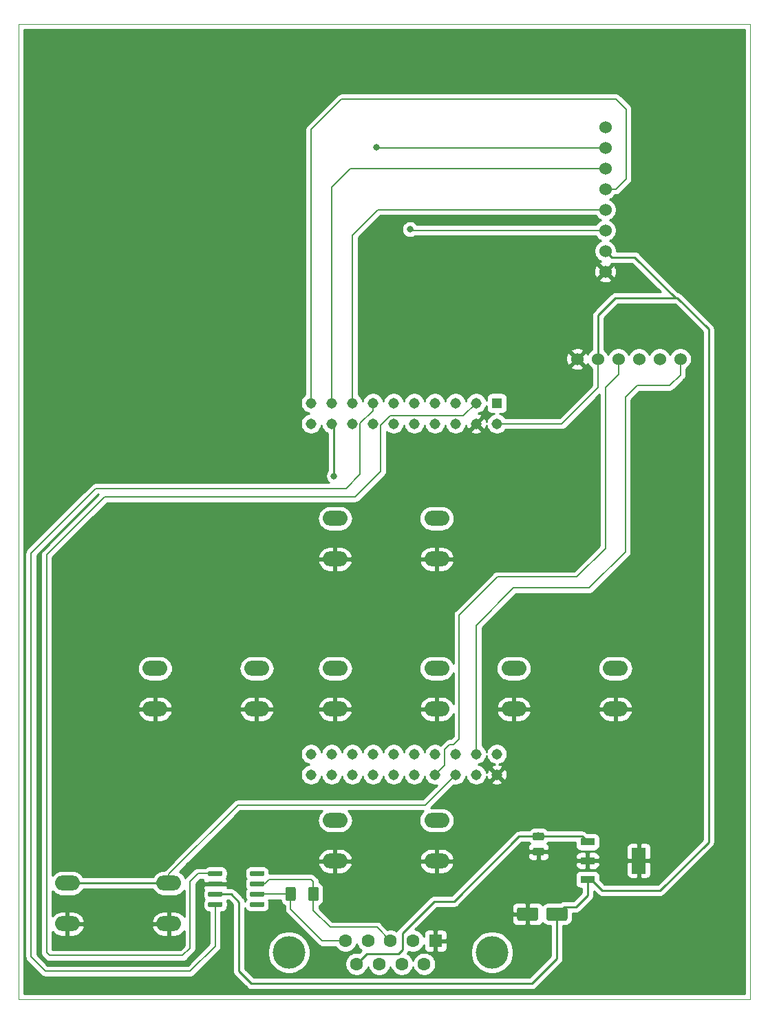
<source format=gbr>
G04 #@! TF.GenerationSoftware,KiCad,Pcbnew,(5.1.4)-1*
G04 #@! TF.CreationDate,2021-03-22T19:47:50+01:00*
G04 #@! TF.ProjectId,TFG_CANDevice,5446475f-4341-44e4-9465-766963652e6b,rev?*
G04 #@! TF.SameCoordinates,Original*
G04 #@! TF.FileFunction,Copper,L1,Top*
G04 #@! TF.FilePolarity,Positive*
%FSLAX46Y46*%
G04 Gerber Fmt 4.6, Leading zero omitted, Abs format (unit mm)*
G04 Created by KiCad (PCBNEW (5.1.4)-1) date 2021-03-22 19:47:50*
%MOMM*%
%LPD*%
G04 APERTURE LIST*
%ADD10C,0.050000*%
%ADD11C,0.100000*%
%ADD12C,0.600000*%
%ADD13C,1.524000*%
%ADD14O,3.048000X1.850000*%
%ADD15C,1.250000*%
%ADD16R,1.600000X1.600000*%
%ADD17C,1.600000*%
%ADD18C,4.000000*%
%ADD19R,1.750000X0.950000*%
%ADD20R,1.750000X3.200000*%
%ADD21R,1.308000X1.308000*%
%ADD22C,1.308000*%
%ADD23C,0.975000*%
%ADD24C,2.600000*%
%ADD25C,0.800000*%
%ADD26C,0.250000*%
%ADD27C,0.200000*%
%ADD28C,0.254000*%
G04 APERTURE END LIST*
D10*
X222680000Y-42020000D02*
X222680000Y-162000000D01*
X132690000Y-42020000D02*
X222680000Y-42020000D01*
X132690000Y-162000000D02*
X132690000Y-42020000D01*
X222680000Y-162000000D02*
X132690000Y-162000000D01*
D11*
G36*
X162784703Y-146205722D02*
G01*
X162799264Y-146207882D01*
X162813543Y-146211459D01*
X162827403Y-146216418D01*
X162840710Y-146222712D01*
X162853336Y-146230280D01*
X162865159Y-146239048D01*
X162876066Y-146248934D01*
X162885952Y-146259841D01*
X162894720Y-146271664D01*
X162902288Y-146284290D01*
X162908582Y-146297597D01*
X162913541Y-146311457D01*
X162917118Y-146325736D01*
X162919278Y-146340297D01*
X162920000Y-146355000D01*
X162920000Y-146655000D01*
X162919278Y-146669703D01*
X162917118Y-146684264D01*
X162913541Y-146698543D01*
X162908582Y-146712403D01*
X162902288Y-146725710D01*
X162894720Y-146738336D01*
X162885952Y-146750159D01*
X162876066Y-146761066D01*
X162865159Y-146770952D01*
X162853336Y-146779720D01*
X162840710Y-146787288D01*
X162827403Y-146793582D01*
X162813543Y-146798541D01*
X162799264Y-146802118D01*
X162784703Y-146804278D01*
X162770000Y-146805000D01*
X161320000Y-146805000D01*
X161305297Y-146804278D01*
X161290736Y-146802118D01*
X161276457Y-146798541D01*
X161262597Y-146793582D01*
X161249290Y-146787288D01*
X161236664Y-146779720D01*
X161224841Y-146770952D01*
X161213934Y-146761066D01*
X161204048Y-146750159D01*
X161195280Y-146738336D01*
X161187712Y-146725710D01*
X161181418Y-146712403D01*
X161176459Y-146698543D01*
X161172882Y-146684264D01*
X161170722Y-146669703D01*
X161170000Y-146655000D01*
X161170000Y-146355000D01*
X161170722Y-146340297D01*
X161172882Y-146325736D01*
X161176459Y-146311457D01*
X161181418Y-146297597D01*
X161187712Y-146284290D01*
X161195280Y-146271664D01*
X161204048Y-146259841D01*
X161213934Y-146248934D01*
X161224841Y-146239048D01*
X161236664Y-146230280D01*
X161249290Y-146222712D01*
X161262597Y-146216418D01*
X161276457Y-146211459D01*
X161290736Y-146207882D01*
X161305297Y-146205722D01*
X161320000Y-146205000D01*
X162770000Y-146205000D01*
X162784703Y-146205722D01*
X162784703Y-146205722D01*
G37*
D12*
X162045000Y-146505000D03*
D11*
G36*
X162784703Y-147475722D02*
G01*
X162799264Y-147477882D01*
X162813543Y-147481459D01*
X162827403Y-147486418D01*
X162840710Y-147492712D01*
X162853336Y-147500280D01*
X162865159Y-147509048D01*
X162876066Y-147518934D01*
X162885952Y-147529841D01*
X162894720Y-147541664D01*
X162902288Y-147554290D01*
X162908582Y-147567597D01*
X162913541Y-147581457D01*
X162917118Y-147595736D01*
X162919278Y-147610297D01*
X162920000Y-147625000D01*
X162920000Y-147925000D01*
X162919278Y-147939703D01*
X162917118Y-147954264D01*
X162913541Y-147968543D01*
X162908582Y-147982403D01*
X162902288Y-147995710D01*
X162894720Y-148008336D01*
X162885952Y-148020159D01*
X162876066Y-148031066D01*
X162865159Y-148040952D01*
X162853336Y-148049720D01*
X162840710Y-148057288D01*
X162827403Y-148063582D01*
X162813543Y-148068541D01*
X162799264Y-148072118D01*
X162784703Y-148074278D01*
X162770000Y-148075000D01*
X161320000Y-148075000D01*
X161305297Y-148074278D01*
X161290736Y-148072118D01*
X161276457Y-148068541D01*
X161262597Y-148063582D01*
X161249290Y-148057288D01*
X161236664Y-148049720D01*
X161224841Y-148040952D01*
X161213934Y-148031066D01*
X161204048Y-148020159D01*
X161195280Y-148008336D01*
X161187712Y-147995710D01*
X161181418Y-147982403D01*
X161176459Y-147968543D01*
X161172882Y-147954264D01*
X161170722Y-147939703D01*
X161170000Y-147925000D01*
X161170000Y-147625000D01*
X161170722Y-147610297D01*
X161172882Y-147595736D01*
X161176459Y-147581457D01*
X161181418Y-147567597D01*
X161187712Y-147554290D01*
X161195280Y-147541664D01*
X161204048Y-147529841D01*
X161213934Y-147518934D01*
X161224841Y-147509048D01*
X161236664Y-147500280D01*
X161249290Y-147492712D01*
X161262597Y-147486418D01*
X161276457Y-147481459D01*
X161290736Y-147477882D01*
X161305297Y-147475722D01*
X161320000Y-147475000D01*
X162770000Y-147475000D01*
X162784703Y-147475722D01*
X162784703Y-147475722D01*
G37*
D12*
X162045000Y-147775000D03*
D11*
G36*
X162784703Y-148745722D02*
G01*
X162799264Y-148747882D01*
X162813543Y-148751459D01*
X162827403Y-148756418D01*
X162840710Y-148762712D01*
X162853336Y-148770280D01*
X162865159Y-148779048D01*
X162876066Y-148788934D01*
X162885952Y-148799841D01*
X162894720Y-148811664D01*
X162902288Y-148824290D01*
X162908582Y-148837597D01*
X162913541Y-148851457D01*
X162917118Y-148865736D01*
X162919278Y-148880297D01*
X162920000Y-148895000D01*
X162920000Y-149195000D01*
X162919278Y-149209703D01*
X162917118Y-149224264D01*
X162913541Y-149238543D01*
X162908582Y-149252403D01*
X162902288Y-149265710D01*
X162894720Y-149278336D01*
X162885952Y-149290159D01*
X162876066Y-149301066D01*
X162865159Y-149310952D01*
X162853336Y-149319720D01*
X162840710Y-149327288D01*
X162827403Y-149333582D01*
X162813543Y-149338541D01*
X162799264Y-149342118D01*
X162784703Y-149344278D01*
X162770000Y-149345000D01*
X161320000Y-149345000D01*
X161305297Y-149344278D01*
X161290736Y-149342118D01*
X161276457Y-149338541D01*
X161262597Y-149333582D01*
X161249290Y-149327288D01*
X161236664Y-149319720D01*
X161224841Y-149310952D01*
X161213934Y-149301066D01*
X161204048Y-149290159D01*
X161195280Y-149278336D01*
X161187712Y-149265710D01*
X161181418Y-149252403D01*
X161176459Y-149238543D01*
X161172882Y-149224264D01*
X161170722Y-149209703D01*
X161170000Y-149195000D01*
X161170000Y-148895000D01*
X161170722Y-148880297D01*
X161172882Y-148865736D01*
X161176459Y-148851457D01*
X161181418Y-148837597D01*
X161187712Y-148824290D01*
X161195280Y-148811664D01*
X161204048Y-148799841D01*
X161213934Y-148788934D01*
X161224841Y-148779048D01*
X161236664Y-148770280D01*
X161249290Y-148762712D01*
X161262597Y-148756418D01*
X161276457Y-148751459D01*
X161290736Y-148747882D01*
X161305297Y-148745722D01*
X161320000Y-148745000D01*
X162770000Y-148745000D01*
X162784703Y-148745722D01*
X162784703Y-148745722D01*
G37*
D12*
X162045000Y-149045000D03*
D11*
G36*
X162784703Y-150015722D02*
G01*
X162799264Y-150017882D01*
X162813543Y-150021459D01*
X162827403Y-150026418D01*
X162840710Y-150032712D01*
X162853336Y-150040280D01*
X162865159Y-150049048D01*
X162876066Y-150058934D01*
X162885952Y-150069841D01*
X162894720Y-150081664D01*
X162902288Y-150094290D01*
X162908582Y-150107597D01*
X162913541Y-150121457D01*
X162917118Y-150135736D01*
X162919278Y-150150297D01*
X162920000Y-150165000D01*
X162920000Y-150465000D01*
X162919278Y-150479703D01*
X162917118Y-150494264D01*
X162913541Y-150508543D01*
X162908582Y-150522403D01*
X162902288Y-150535710D01*
X162894720Y-150548336D01*
X162885952Y-150560159D01*
X162876066Y-150571066D01*
X162865159Y-150580952D01*
X162853336Y-150589720D01*
X162840710Y-150597288D01*
X162827403Y-150603582D01*
X162813543Y-150608541D01*
X162799264Y-150612118D01*
X162784703Y-150614278D01*
X162770000Y-150615000D01*
X161320000Y-150615000D01*
X161305297Y-150614278D01*
X161290736Y-150612118D01*
X161276457Y-150608541D01*
X161262597Y-150603582D01*
X161249290Y-150597288D01*
X161236664Y-150589720D01*
X161224841Y-150580952D01*
X161213934Y-150571066D01*
X161204048Y-150560159D01*
X161195280Y-150548336D01*
X161187712Y-150535710D01*
X161181418Y-150522403D01*
X161176459Y-150508543D01*
X161172882Y-150494264D01*
X161170722Y-150479703D01*
X161170000Y-150465000D01*
X161170000Y-150165000D01*
X161170722Y-150150297D01*
X161172882Y-150135736D01*
X161176459Y-150121457D01*
X161181418Y-150107597D01*
X161187712Y-150094290D01*
X161195280Y-150081664D01*
X161204048Y-150069841D01*
X161213934Y-150058934D01*
X161224841Y-150049048D01*
X161236664Y-150040280D01*
X161249290Y-150032712D01*
X161262597Y-150026418D01*
X161276457Y-150021459D01*
X161290736Y-150017882D01*
X161305297Y-150015722D01*
X161320000Y-150015000D01*
X162770000Y-150015000D01*
X162784703Y-150015722D01*
X162784703Y-150015722D01*
G37*
D12*
X162045000Y-150315000D03*
D11*
G36*
X157634703Y-150015722D02*
G01*
X157649264Y-150017882D01*
X157663543Y-150021459D01*
X157677403Y-150026418D01*
X157690710Y-150032712D01*
X157703336Y-150040280D01*
X157715159Y-150049048D01*
X157726066Y-150058934D01*
X157735952Y-150069841D01*
X157744720Y-150081664D01*
X157752288Y-150094290D01*
X157758582Y-150107597D01*
X157763541Y-150121457D01*
X157767118Y-150135736D01*
X157769278Y-150150297D01*
X157770000Y-150165000D01*
X157770000Y-150465000D01*
X157769278Y-150479703D01*
X157767118Y-150494264D01*
X157763541Y-150508543D01*
X157758582Y-150522403D01*
X157752288Y-150535710D01*
X157744720Y-150548336D01*
X157735952Y-150560159D01*
X157726066Y-150571066D01*
X157715159Y-150580952D01*
X157703336Y-150589720D01*
X157690710Y-150597288D01*
X157677403Y-150603582D01*
X157663543Y-150608541D01*
X157649264Y-150612118D01*
X157634703Y-150614278D01*
X157620000Y-150615000D01*
X156170000Y-150615000D01*
X156155297Y-150614278D01*
X156140736Y-150612118D01*
X156126457Y-150608541D01*
X156112597Y-150603582D01*
X156099290Y-150597288D01*
X156086664Y-150589720D01*
X156074841Y-150580952D01*
X156063934Y-150571066D01*
X156054048Y-150560159D01*
X156045280Y-150548336D01*
X156037712Y-150535710D01*
X156031418Y-150522403D01*
X156026459Y-150508543D01*
X156022882Y-150494264D01*
X156020722Y-150479703D01*
X156020000Y-150465000D01*
X156020000Y-150165000D01*
X156020722Y-150150297D01*
X156022882Y-150135736D01*
X156026459Y-150121457D01*
X156031418Y-150107597D01*
X156037712Y-150094290D01*
X156045280Y-150081664D01*
X156054048Y-150069841D01*
X156063934Y-150058934D01*
X156074841Y-150049048D01*
X156086664Y-150040280D01*
X156099290Y-150032712D01*
X156112597Y-150026418D01*
X156126457Y-150021459D01*
X156140736Y-150017882D01*
X156155297Y-150015722D01*
X156170000Y-150015000D01*
X157620000Y-150015000D01*
X157634703Y-150015722D01*
X157634703Y-150015722D01*
G37*
D12*
X156895000Y-150315000D03*
D11*
G36*
X157634703Y-148745722D02*
G01*
X157649264Y-148747882D01*
X157663543Y-148751459D01*
X157677403Y-148756418D01*
X157690710Y-148762712D01*
X157703336Y-148770280D01*
X157715159Y-148779048D01*
X157726066Y-148788934D01*
X157735952Y-148799841D01*
X157744720Y-148811664D01*
X157752288Y-148824290D01*
X157758582Y-148837597D01*
X157763541Y-148851457D01*
X157767118Y-148865736D01*
X157769278Y-148880297D01*
X157770000Y-148895000D01*
X157770000Y-149195000D01*
X157769278Y-149209703D01*
X157767118Y-149224264D01*
X157763541Y-149238543D01*
X157758582Y-149252403D01*
X157752288Y-149265710D01*
X157744720Y-149278336D01*
X157735952Y-149290159D01*
X157726066Y-149301066D01*
X157715159Y-149310952D01*
X157703336Y-149319720D01*
X157690710Y-149327288D01*
X157677403Y-149333582D01*
X157663543Y-149338541D01*
X157649264Y-149342118D01*
X157634703Y-149344278D01*
X157620000Y-149345000D01*
X156170000Y-149345000D01*
X156155297Y-149344278D01*
X156140736Y-149342118D01*
X156126457Y-149338541D01*
X156112597Y-149333582D01*
X156099290Y-149327288D01*
X156086664Y-149319720D01*
X156074841Y-149310952D01*
X156063934Y-149301066D01*
X156054048Y-149290159D01*
X156045280Y-149278336D01*
X156037712Y-149265710D01*
X156031418Y-149252403D01*
X156026459Y-149238543D01*
X156022882Y-149224264D01*
X156020722Y-149209703D01*
X156020000Y-149195000D01*
X156020000Y-148895000D01*
X156020722Y-148880297D01*
X156022882Y-148865736D01*
X156026459Y-148851457D01*
X156031418Y-148837597D01*
X156037712Y-148824290D01*
X156045280Y-148811664D01*
X156054048Y-148799841D01*
X156063934Y-148788934D01*
X156074841Y-148779048D01*
X156086664Y-148770280D01*
X156099290Y-148762712D01*
X156112597Y-148756418D01*
X156126457Y-148751459D01*
X156140736Y-148747882D01*
X156155297Y-148745722D01*
X156170000Y-148745000D01*
X157620000Y-148745000D01*
X157634703Y-148745722D01*
X157634703Y-148745722D01*
G37*
D12*
X156895000Y-149045000D03*
D11*
G36*
X157634703Y-147475722D02*
G01*
X157649264Y-147477882D01*
X157663543Y-147481459D01*
X157677403Y-147486418D01*
X157690710Y-147492712D01*
X157703336Y-147500280D01*
X157715159Y-147509048D01*
X157726066Y-147518934D01*
X157735952Y-147529841D01*
X157744720Y-147541664D01*
X157752288Y-147554290D01*
X157758582Y-147567597D01*
X157763541Y-147581457D01*
X157767118Y-147595736D01*
X157769278Y-147610297D01*
X157770000Y-147625000D01*
X157770000Y-147925000D01*
X157769278Y-147939703D01*
X157767118Y-147954264D01*
X157763541Y-147968543D01*
X157758582Y-147982403D01*
X157752288Y-147995710D01*
X157744720Y-148008336D01*
X157735952Y-148020159D01*
X157726066Y-148031066D01*
X157715159Y-148040952D01*
X157703336Y-148049720D01*
X157690710Y-148057288D01*
X157677403Y-148063582D01*
X157663543Y-148068541D01*
X157649264Y-148072118D01*
X157634703Y-148074278D01*
X157620000Y-148075000D01*
X156170000Y-148075000D01*
X156155297Y-148074278D01*
X156140736Y-148072118D01*
X156126457Y-148068541D01*
X156112597Y-148063582D01*
X156099290Y-148057288D01*
X156086664Y-148049720D01*
X156074841Y-148040952D01*
X156063934Y-148031066D01*
X156054048Y-148020159D01*
X156045280Y-148008336D01*
X156037712Y-147995710D01*
X156031418Y-147982403D01*
X156026459Y-147968543D01*
X156022882Y-147954264D01*
X156020722Y-147939703D01*
X156020000Y-147925000D01*
X156020000Y-147625000D01*
X156020722Y-147610297D01*
X156022882Y-147595736D01*
X156026459Y-147581457D01*
X156031418Y-147567597D01*
X156037712Y-147554290D01*
X156045280Y-147541664D01*
X156054048Y-147529841D01*
X156063934Y-147518934D01*
X156074841Y-147509048D01*
X156086664Y-147500280D01*
X156099290Y-147492712D01*
X156112597Y-147486418D01*
X156126457Y-147481459D01*
X156140736Y-147477882D01*
X156155297Y-147475722D01*
X156170000Y-147475000D01*
X157620000Y-147475000D01*
X157634703Y-147475722D01*
X157634703Y-147475722D01*
G37*
D12*
X156895000Y-147775000D03*
D11*
G36*
X157634703Y-146205722D02*
G01*
X157649264Y-146207882D01*
X157663543Y-146211459D01*
X157677403Y-146216418D01*
X157690710Y-146222712D01*
X157703336Y-146230280D01*
X157715159Y-146239048D01*
X157726066Y-146248934D01*
X157735952Y-146259841D01*
X157744720Y-146271664D01*
X157752288Y-146284290D01*
X157758582Y-146297597D01*
X157763541Y-146311457D01*
X157767118Y-146325736D01*
X157769278Y-146340297D01*
X157770000Y-146355000D01*
X157770000Y-146655000D01*
X157769278Y-146669703D01*
X157767118Y-146684264D01*
X157763541Y-146698543D01*
X157758582Y-146712403D01*
X157752288Y-146725710D01*
X157744720Y-146738336D01*
X157735952Y-146750159D01*
X157726066Y-146761066D01*
X157715159Y-146770952D01*
X157703336Y-146779720D01*
X157690710Y-146787288D01*
X157677403Y-146793582D01*
X157663543Y-146798541D01*
X157649264Y-146802118D01*
X157634703Y-146804278D01*
X157620000Y-146805000D01*
X156170000Y-146805000D01*
X156155297Y-146804278D01*
X156140736Y-146802118D01*
X156126457Y-146798541D01*
X156112597Y-146793582D01*
X156099290Y-146787288D01*
X156086664Y-146779720D01*
X156074841Y-146770952D01*
X156063934Y-146761066D01*
X156054048Y-146750159D01*
X156045280Y-146738336D01*
X156037712Y-146725710D01*
X156031418Y-146712403D01*
X156026459Y-146698543D01*
X156022882Y-146684264D01*
X156020722Y-146669703D01*
X156020000Y-146655000D01*
X156020000Y-146355000D01*
X156020722Y-146340297D01*
X156022882Y-146325736D01*
X156026459Y-146311457D01*
X156031418Y-146297597D01*
X156037712Y-146284290D01*
X156045280Y-146271664D01*
X156054048Y-146259841D01*
X156063934Y-146248934D01*
X156074841Y-146239048D01*
X156086664Y-146230280D01*
X156099290Y-146222712D01*
X156112597Y-146216418D01*
X156126457Y-146211459D01*
X156140736Y-146207882D01*
X156155297Y-146205722D01*
X156170000Y-146205000D01*
X157620000Y-146205000D01*
X157634703Y-146205722D01*
X157634703Y-146205722D01*
G37*
D12*
X156895000Y-146505000D03*
D13*
X204880000Y-54680000D03*
X204880000Y-72460000D03*
X204880000Y-57220000D03*
X204880000Y-59760000D03*
X204880000Y-62300000D03*
X204880000Y-64840000D03*
X204880000Y-67380000D03*
X204880000Y-69920000D03*
X214120000Y-83210000D03*
X211580000Y-83210000D03*
X209040000Y-83210000D03*
X206500000Y-83210000D03*
X203960000Y-83210000D03*
X201420000Y-83210000D03*
D14*
X149490000Y-121270000D03*
X149490000Y-126270000D03*
X161990000Y-121270000D03*
X161990000Y-126270000D03*
X171640000Y-139970000D03*
X171640000Y-144970000D03*
X184140000Y-139970000D03*
X184140000Y-144970000D03*
X171640000Y-121270000D03*
X171640000Y-126270000D03*
X184140000Y-121270000D03*
X184140000Y-126270000D03*
X171640000Y-102820000D03*
X171640000Y-107820000D03*
X184140000Y-102820000D03*
X184140000Y-107820000D03*
X193620000Y-121270000D03*
X193620000Y-126270000D03*
X206120000Y-121270000D03*
X206120000Y-126270000D03*
X138690000Y-147700000D03*
X138690000Y-152700000D03*
X151190000Y-147700000D03*
X151190000Y-152700000D03*
D11*
G36*
X169369504Y-148146204D02*
G01*
X169393773Y-148149804D01*
X169417571Y-148155765D01*
X169440671Y-148164030D01*
X169462849Y-148174520D01*
X169483893Y-148187133D01*
X169503598Y-148201747D01*
X169521777Y-148218223D01*
X169538253Y-148236402D01*
X169552867Y-148256107D01*
X169565480Y-148277151D01*
X169575970Y-148299329D01*
X169584235Y-148322429D01*
X169590196Y-148346227D01*
X169593796Y-148370496D01*
X169595000Y-148395000D01*
X169595000Y-149645000D01*
X169593796Y-149669504D01*
X169590196Y-149693773D01*
X169584235Y-149717571D01*
X169575970Y-149740671D01*
X169565480Y-149762849D01*
X169552867Y-149783893D01*
X169538253Y-149803598D01*
X169521777Y-149821777D01*
X169503598Y-149838253D01*
X169483893Y-149852867D01*
X169462849Y-149865480D01*
X169440671Y-149875970D01*
X169417571Y-149884235D01*
X169393773Y-149890196D01*
X169369504Y-149893796D01*
X169345000Y-149895000D01*
X168595000Y-149895000D01*
X168570496Y-149893796D01*
X168546227Y-149890196D01*
X168522429Y-149884235D01*
X168499329Y-149875970D01*
X168477151Y-149865480D01*
X168456107Y-149852867D01*
X168436402Y-149838253D01*
X168418223Y-149821777D01*
X168401747Y-149803598D01*
X168387133Y-149783893D01*
X168374520Y-149762849D01*
X168364030Y-149740671D01*
X168355765Y-149717571D01*
X168349804Y-149693773D01*
X168346204Y-149669504D01*
X168345000Y-149645000D01*
X168345000Y-148395000D01*
X168346204Y-148370496D01*
X168349804Y-148346227D01*
X168355765Y-148322429D01*
X168364030Y-148299329D01*
X168374520Y-148277151D01*
X168387133Y-148256107D01*
X168401747Y-148236402D01*
X168418223Y-148218223D01*
X168436402Y-148201747D01*
X168456107Y-148187133D01*
X168477151Y-148174520D01*
X168499329Y-148164030D01*
X168522429Y-148155765D01*
X168546227Y-148149804D01*
X168570496Y-148146204D01*
X168595000Y-148145000D01*
X169345000Y-148145000D01*
X169369504Y-148146204D01*
X169369504Y-148146204D01*
G37*
D15*
X168970000Y-149020000D03*
D11*
G36*
X166569504Y-148146204D02*
G01*
X166593773Y-148149804D01*
X166617571Y-148155765D01*
X166640671Y-148164030D01*
X166662849Y-148174520D01*
X166683893Y-148187133D01*
X166703598Y-148201747D01*
X166721777Y-148218223D01*
X166738253Y-148236402D01*
X166752867Y-148256107D01*
X166765480Y-148277151D01*
X166775970Y-148299329D01*
X166784235Y-148322429D01*
X166790196Y-148346227D01*
X166793796Y-148370496D01*
X166795000Y-148395000D01*
X166795000Y-149645000D01*
X166793796Y-149669504D01*
X166790196Y-149693773D01*
X166784235Y-149717571D01*
X166775970Y-149740671D01*
X166765480Y-149762849D01*
X166752867Y-149783893D01*
X166738253Y-149803598D01*
X166721777Y-149821777D01*
X166703598Y-149838253D01*
X166683893Y-149852867D01*
X166662849Y-149865480D01*
X166640671Y-149875970D01*
X166617571Y-149884235D01*
X166593773Y-149890196D01*
X166569504Y-149893796D01*
X166545000Y-149895000D01*
X165795000Y-149895000D01*
X165770496Y-149893796D01*
X165746227Y-149890196D01*
X165722429Y-149884235D01*
X165699329Y-149875970D01*
X165677151Y-149865480D01*
X165656107Y-149852867D01*
X165636402Y-149838253D01*
X165618223Y-149821777D01*
X165601747Y-149803598D01*
X165587133Y-149783893D01*
X165574520Y-149762849D01*
X165564030Y-149740671D01*
X165555765Y-149717571D01*
X165549804Y-149693773D01*
X165546204Y-149669504D01*
X165545000Y-149645000D01*
X165545000Y-148395000D01*
X165546204Y-148370496D01*
X165549804Y-148346227D01*
X165555765Y-148322429D01*
X165564030Y-148299329D01*
X165574520Y-148277151D01*
X165587133Y-148256107D01*
X165601747Y-148236402D01*
X165618223Y-148218223D01*
X165636402Y-148201747D01*
X165656107Y-148187133D01*
X165677151Y-148174520D01*
X165699329Y-148164030D01*
X165722429Y-148155765D01*
X165746227Y-148149804D01*
X165770496Y-148146204D01*
X165795000Y-148145000D01*
X166545000Y-148145000D01*
X166569504Y-148146204D01*
X166569504Y-148146204D01*
G37*
D15*
X166170000Y-149020000D03*
D16*
X183990000Y-154790000D03*
D17*
X181220000Y-154790000D03*
X178450000Y-154790000D03*
X175680000Y-154790000D03*
X172910000Y-154790000D03*
X182605000Y-157630000D03*
X179835000Y-157630000D03*
X177065000Y-157630000D03*
X174295000Y-157630000D03*
D18*
X190950000Y-156210000D03*
X165950000Y-156210000D03*
D19*
X202700000Y-142620000D03*
X202700000Y-144920000D03*
X202700000Y-147220000D03*
D20*
X209000000Y-144920000D03*
D21*
X191540000Y-88630000D03*
D22*
X189000000Y-88630000D03*
X186460000Y-88630000D03*
X183920000Y-88630000D03*
X181380000Y-88630000D03*
X178840000Y-88630000D03*
X176300000Y-88630000D03*
X173760000Y-88630000D03*
X171220000Y-88630000D03*
X168680000Y-88630000D03*
X168680000Y-134350000D03*
X171220000Y-134350000D03*
X173760000Y-134350000D03*
X176300000Y-134350000D03*
X178840000Y-134350000D03*
X181380000Y-134350000D03*
X183920000Y-134350000D03*
X186460000Y-134350000D03*
X189000000Y-134350000D03*
X191540000Y-134350000D03*
X191540000Y-91170000D03*
X189000000Y-91170000D03*
X186460000Y-91170000D03*
X183920000Y-91170000D03*
X181380000Y-91170000D03*
X178840000Y-91170000D03*
X176300000Y-91170000D03*
X173760000Y-91170000D03*
X171220000Y-91170000D03*
X168680000Y-91170000D03*
X168680000Y-131810000D03*
X171220000Y-131810000D03*
X173760000Y-131810000D03*
X176300000Y-131810000D03*
X178840000Y-131810000D03*
X181380000Y-131810000D03*
X183920000Y-131810000D03*
X186460000Y-131810000D03*
X189000000Y-131810000D03*
X191540000Y-131810000D03*
D11*
G36*
X196404504Y-150691204D02*
G01*
X196428773Y-150694804D01*
X196452571Y-150700765D01*
X196475671Y-150709030D01*
X196497849Y-150719520D01*
X196518893Y-150732133D01*
X196538598Y-150746747D01*
X196556777Y-150763223D01*
X196573253Y-150781402D01*
X196587867Y-150801107D01*
X196600480Y-150822151D01*
X196610970Y-150844329D01*
X196619235Y-150867429D01*
X196625196Y-150891227D01*
X196628796Y-150915496D01*
X196630000Y-150940000D01*
X196630000Y-152040000D01*
X196628796Y-152064504D01*
X196625196Y-152088773D01*
X196619235Y-152112571D01*
X196610970Y-152135671D01*
X196600480Y-152157849D01*
X196587867Y-152178893D01*
X196573253Y-152198598D01*
X196556777Y-152216777D01*
X196538598Y-152233253D01*
X196518893Y-152247867D01*
X196497849Y-152260480D01*
X196475671Y-152270970D01*
X196452571Y-152279235D01*
X196428773Y-152285196D01*
X196404504Y-152288796D01*
X196380000Y-152290000D01*
X194280000Y-152290000D01*
X194255496Y-152288796D01*
X194231227Y-152285196D01*
X194207429Y-152279235D01*
X194184329Y-152270970D01*
X194162151Y-152260480D01*
X194141107Y-152247867D01*
X194121402Y-152233253D01*
X194103223Y-152216777D01*
X194086747Y-152198598D01*
X194072133Y-152178893D01*
X194059520Y-152157849D01*
X194049030Y-152135671D01*
X194040765Y-152112571D01*
X194034804Y-152088773D01*
X194031204Y-152064504D01*
X194030000Y-152040000D01*
X194030000Y-150940000D01*
X194031204Y-150915496D01*
X194034804Y-150891227D01*
X194040765Y-150867429D01*
X194049030Y-150844329D01*
X194059520Y-150822151D01*
X194072133Y-150801107D01*
X194086747Y-150781402D01*
X194103223Y-150763223D01*
X194121402Y-150746747D01*
X194141107Y-150732133D01*
X194162151Y-150719520D01*
X194184329Y-150709030D01*
X194207429Y-150700765D01*
X194231227Y-150694804D01*
X194255496Y-150691204D01*
X194280000Y-150690000D01*
X196380000Y-150690000D01*
X196404504Y-150691204D01*
X196404504Y-150691204D01*
G37*
D17*
X195330000Y-151490000D03*
D11*
G36*
X200004504Y-150691204D02*
G01*
X200028773Y-150694804D01*
X200052571Y-150700765D01*
X200075671Y-150709030D01*
X200097849Y-150719520D01*
X200118893Y-150732133D01*
X200138598Y-150746747D01*
X200156777Y-150763223D01*
X200173253Y-150781402D01*
X200187867Y-150801107D01*
X200200480Y-150822151D01*
X200210970Y-150844329D01*
X200219235Y-150867429D01*
X200225196Y-150891227D01*
X200228796Y-150915496D01*
X200230000Y-150940000D01*
X200230000Y-152040000D01*
X200228796Y-152064504D01*
X200225196Y-152088773D01*
X200219235Y-152112571D01*
X200210970Y-152135671D01*
X200200480Y-152157849D01*
X200187867Y-152178893D01*
X200173253Y-152198598D01*
X200156777Y-152216777D01*
X200138598Y-152233253D01*
X200118893Y-152247867D01*
X200097849Y-152260480D01*
X200075671Y-152270970D01*
X200052571Y-152279235D01*
X200028773Y-152285196D01*
X200004504Y-152288796D01*
X199980000Y-152290000D01*
X197880000Y-152290000D01*
X197855496Y-152288796D01*
X197831227Y-152285196D01*
X197807429Y-152279235D01*
X197784329Y-152270970D01*
X197762151Y-152260480D01*
X197741107Y-152247867D01*
X197721402Y-152233253D01*
X197703223Y-152216777D01*
X197686747Y-152198598D01*
X197672133Y-152178893D01*
X197659520Y-152157849D01*
X197649030Y-152135671D01*
X197640765Y-152112571D01*
X197634804Y-152088773D01*
X197631204Y-152064504D01*
X197630000Y-152040000D01*
X197630000Y-150940000D01*
X197631204Y-150915496D01*
X197634804Y-150891227D01*
X197640765Y-150867429D01*
X197649030Y-150844329D01*
X197659520Y-150822151D01*
X197672133Y-150801107D01*
X197686747Y-150781402D01*
X197703223Y-150763223D01*
X197721402Y-150746747D01*
X197741107Y-150732133D01*
X197762151Y-150719520D01*
X197784329Y-150709030D01*
X197807429Y-150700765D01*
X197831227Y-150694804D01*
X197855496Y-150691204D01*
X197880000Y-150690000D01*
X199980000Y-150690000D01*
X200004504Y-150691204D01*
X200004504Y-150691204D01*
G37*
D17*
X198930000Y-151490000D03*
D11*
G36*
X197140142Y-143331174D02*
G01*
X197163803Y-143334684D01*
X197187007Y-143340496D01*
X197209529Y-143348554D01*
X197231153Y-143358782D01*
X197251670Y-143371079D01*
X197270883Y-143385329D01*
X197288607Y-143401393D01*
X197304671Y-143419117D01*
X197318921Y-143438330D01*
X197331218Y-143458847D01*
X197341446Y-143480471D01*
X197349504Y-143502993D01*
X197355316Y-143526197D01*
X197358826Y-143549858D01*
X197360000Y-143573750D01*
X197360000Y-144061250D01*
X197358826Y-144085142D01*
X197355316Y-144108803D01*
X197349504Y-144132007D01*
X197341446Y-144154529D01*
X197331218Y-144176153D01*
X197318921Y-144196670D01*
X197304671Y-144215883D01*
X197288607Y-144233607D01*
X197270883Y-144249671D01*
X197251670Y-144263921D01*
X197231153Y-144276218D01*
X197209529Y-144286446D01*
X197187007Y-144294504D01*
X197163803Y-144300316D01*
X197140142Y-144303826D01*
X197116250Y-144305000D01*
X196203750Y-144305000D01*
X196179858Y-144303826D01*
X196156197Y-144300316D01*
X196132993Y-144294504D01*
X196110471Y-144286446D01*
X196088847Y-144276218D01*
X196068330Y-144263921D01*
X196049117Y-144249671D01*
X196031393Y-144233607D01*
X196015329Y-144215883D01*
X196001079Y-144196670D01*
X195988782Y-144176153D01*
X195978554Y-144154529D01*
X195970496Y-144132007D01*
X195964684Y-144108803D01*
X195961174Y-144085142D01*
X195960000Y-144061250D01*
X195960000Y-143573750D01*
X195961174Y-143549858D01*
X195964684Y-143526197D01*
X195970496Y-143502993D01*
X195978554Y-143480471D01*
X195988782Y-143458847D01*
X196001079Y-143438330D01*
X196015329Y-143419117D01*
X196031393Y-143401393D01*
X196049117Y-143385329D01*
X196068330Y-143371079D01*
X196088847Y-143358782D01*
X196110471Y-143348554D01*
X196132993Y-143340496D01*
X196156197Y-143334684D01*
X196179858Y-143331174D01*
X196203750Y-143330000D01*
X197116250Y-143330000D01*
X197140142Y-143331174D01*
X197140142Y-143331174D01*
G37*
D23*
X196660000Y-143817500D03*
D11*
G36*
X197140142Y-141456174D02*
G01*
X197163803Y-141459684D01*
X197187007Y-141465496D01*
X197209529Y-141473554D01*
X197231153Y-141483782D01*
X197251670Y-141496079D01*
X197270883Y-141510329D01*
X197288607Y-141526393D01*
X197304671Y-141544117D01*
X197318921Y-141563330D01*
X197331218Y-141583847D01*
X197341446Y-141605471D01*
X197349504Y-141627993D01*
X197355316Y-141651197D01*
X197358826Y-141674858D01*
X197360000Y-141698750D01*
X197360000Y-142186250D01*
X197358826Y-142210142D01*
X197355316Y-142233803D01*
X197349504Y-142257007D01*
X197341446Y-142279529D01*
X197331218Y-142301153D01*
X197318921Y-142321670D01*
X197304671Y-142340883D01*
X197288607Y-142358607D01*
X197270883Y-142374671D01*
X197251670Y-142388921D01*
X197231153Y-142401218D01*
X197209529Y-142411446D01*
X197187007Y-142419504D01*
X197163803Y-142425316D01*
X197140142Y-142428826D01*
X197116250Y-142430000D01*
X196203750Y-142430000D01*
X196179858Y-142428826D01*
X196156197Y-142425316D01*
X196132993Y-142419504D01*
X196110471Y-142411446D01*
X196088847Y-142401218D01*
X196068330Y-142388921D01*
X196049117Y-142374671D01*
X196031393Y-142358607D01*
X196015329Y-142340883D01*
X196001079Y-142321670D01*
X195988782Y-142301153D01*
X195978554Y-142279529D01*
X195970496Y-142257007D01*
X195964684Y-142233803D01*
X195961174Y-142210142D01*
X195960000Y-142186250D01*
X195960000Y-141698750D01*
X195961174Y-141674858D01*
X195964684Y-141651197D01*
X195970496Y-141627993D01*
X195978554Y-141605471D01*
X195988782Y-141583847D01*
X196001079Y-141563330D01*
X196015329Y-141544117D01*
X196031393Y-141526393D01*
X196049117Y-141510329D01*
X196068330Y-141496079D01*
X196088847Y-141483782D01*
X196110471Y-141473554D01*
X196132993Y-141465496D01*
X196156197Y-141459684D01*
X196179858Y-141456174D01*
X196203750Y-141455000D01*
X197116250Y-141455000D01*
X197140142Y-141456174D01*
X197140142Y-141456174D01*
G37*
D23*
X196660000Y-141942500D03*
D24*
X134970000Y-43940000D03*
X220400000Y-44060000D03*
X134660000Y-159990000D03*
X220640000Y-159900000D03*
D25*
X180870000Y-67250000D03*
X176700000Y-57200000D03*
X171500000Y-97600000D03*
D26*
X194277500Y-141942500D02*
X196660000Y-141942500D01*
X186260000Y-149960000D02*
X194277500Y-141942500D01*
X175565000Y-156360000D02*
X179460000Y-156360000D01*
X174295000Y-157630000D02*
X175565000Y-156360000D01*
X179460000Y-156360000D02*
X179920000Y-155900000D01*
X179920000Y-155900000D02*
X179920000Y-153860000D01*
X179920000Y-153860000D02*
X183820000Y-149960000D01*
X183820000Y-149960000D02*
X186260000Y-149960000D01*
X202022500Y-141942500D02*
X202700000Y-142620000D01*
X196660000Y-141942500D02*
X202022500Y-141942500D01*
X199800710Y-150619290D02*
X201290710Y-150619290D01*
X198930000Y-151490000D02*
X199800710Y-150619290D01*
X202700000Y-149210000D02*
X202700000Y-147220000D01*
X201290710Y-150619290D02*
X202700000Y-149210000D01*
X203100000Y-147220000D02*
X204470000Y-148590000D01*
X202700000Y-147220000D02*
X203100000Y-147220000D01*
X204470000Y-148590000D02*
X211650000Y-148590000D01*
X211650000Y-148590000D02*
X217580000Y-142660000D01*
X217580000Y-142660000D02*
X217580000Y-79540000D01*
X217580000Y-79540000D02*
X213760000Y-75720000D01*
X203980000Y-77840000D02*
X203980000Y-80480000D01*
X206100000Y-75720000D02*
X203980000Y-77840000D01*
X208491999Y-70681999D02*
X213530000Y-75720000D01*
X205641999Y-70681999D02*
X208491999Y-70681999D01*
X204880000Y-69920000D02*
X205641999Y-70681999D01*
X213760000Y-75720000D02*
X213530000Y-75720000D01*
X213530000Y-75720000D02*
X206100000Y-75720000D01*
X198930000Y-156990000D02*
X198930000Y-151490000D01*
X158855000Y-149045000D02*
X159820000Y-150010000D01*
X156895000Y-149045000D02*
X158855000Y-149045000D01*
X159820000Y-150010000D02*
X159820000Y-158540000D01*
X159820000Y-158540000D02*
X161340000Y-160060000D01*
X161340000Y-160060000D02*
X195860000Y-160060000D01*
X195860000Y-160060000D02*
X198930000Y-156990000D01*
X203960000Y-80500000D02*
X203960000Y-83210000D01*
X203980000Y-80480000D02*
X203960000Y-80500000D01*
D27*
X199080000Y-91170000D02*
X199540000Y-91170000D01*
X203960000Y-86750000D02*
X203960000Y-83210000D01*
X199540000Y-91170000D02*
X203960000Y-86750000D01*
X199080000Y-91170000D02*
X191540000Y-91170000D01*
X155885000Y-146505000D02*
X156895000Y-146505000D01*
X153800000Y-147470000D02*
X154765000Y-146505000D01*
X153800000Y-155690000D02*
X153800000Y-147470000D01*
X136510000Y-156600000D02*
X152890000Y-156600000D01*
X136140000Y-107310000D02*
X136140000Y-156230000D01*
X152890000Y-156600000D02*
X153800000Y-155690000D01*
X187414001Y-90215999D02*
X178382079Y-90215999D01*
X154765000Y-146505000D02*
X156895000Y-146505000D01*
X136140000Y-156230000D02*
X136510000Y-156600000D01*
X189000000Y-88630000D02*
X187414001Y-90215999D01*
X143290000Y-100160000D02*
X136140000Y-107310000D01*
X178382079Y-90215999D02*
X177254001Y-91344077D01*
X177254001Y-91344077D02*
X177254001Y-97045999D01*
X177254001Y-97045999D02*
X174140000Y-100160000D01*
X174140000Y-100160000D02*
X143290000Y-100160000D01*
X156895000Y-155435000D02*
X156895000Y-150315000D01*
X153800000Y-158530000D02*
X156895000Y-155435000D01*
X135990000Y-158530000D02*
X153800000Y-158530000D01*
X134230000Y-156770000D02*
X135990000Y-158530000D01*
X134230000Y-107090000D02*
X134230000Y-156770000D01*
X176300000Y-88630000D02*
X176300000Y-89554895D01*
X174720000Y-91134895D02*
X174720000Y-97408575D01*
X176300000Y-89554895D02*
X174720000Y-91134895D01*
X172988575Y-99140000D02*
X142180000Y-99140000D01*
X174720000Y-97408575D02*
X172988575Y-99140000D01*
X142180000Y-99140000D02*
X134230000Y-107090000D01*
X204880000Y-64840000D02*
X186920000Y-64840000D01*
X186920000Y-64840000D02*
X186910000Y-64830000D01*
X186910000Y-64830000D02*
X176900000Y-64830000D01*
X173760000Y-67970000D02*
X173760000Y-88630000D01*
X176900000Y-64830000D02*
X173760000Y-67970000D01*
X171220000Y-62040000D02*
X171220000Y-88630000D01*
X204880000Y-59760000D02*
X173500000Y-59760000D01*
X173500000Y-59760000D02*
X171220000Y-62040000D01*
X204880000Y-62300000D02*
X206170000Y-62300000D01*
X206170000Y-62300000D02*
X207440000Y-61030000D01*
X207440000Y-61030000D02*
X207440000Y-52480000D01*
X207440000Y-52480000D02*
X206190000Y-51230000D01*
X206190000Y-51230000D02*
X172450000Y-51230000D01*
X168680000Y-55000000D02*
X168680000Y-88630000D01*
X172450000Y-51230000D02*
X168680000Y-55000000D01*
X204880000Y-67380000D02*
X181000000Y-67380000D01*
X181000000Y-67380000D02*
X180870000Y-67250000D01*
X204880000Y-57220000D02*
X176720000Y-57220000D01*
X176720000Y-57220000D02*
X176700000Y-57200000D01*
X204890000Y-106480000D02*
X204890000Y-86750000D01*
X201340000Y-110030000D02*
X204890000Y-106480000D01*
X206500000Y-85140000D02*
X206500000Y-83210000D01*
X191590000Y-110030000D02*
X201340000Y-110030000D01*
X186920000Y-114700000D02*
X191590000Y-110030000D01*
X183920000Y-134350000D02*
X185100000Y-133170000D01*
X185100000Y-133170000D02*
X185100000Y-131250000D01*
X185100000Y-131250000D02*
X185700000Y-130650000D01*
X185700000Y-130650000D02*
X186208078Y-130650000D01*
X204890000Y-86750000D02*
X206500000Y-85140000D01*
X186208078Y-130650000D02*
X186920000Y-129938078D01*
X186920000Y-129938078D02*
X186920000Y-114700000D01*
X151190000Y-146575000D02*
X159695000Y-138070000D01*
X151190000Y-147700000D02*
X151190000Y-146575000D01*
X182740000Y-138070000D02*
X186460000Y-134350000D01*
X159695000Y-138070000D02*
X182740000Y-138070000D01*
D26*
X151190000Y-147700000D02*
X138690000Y-147700000D01*
X171500000Y-91450000D02*
X171220000Y-91170000D01*
X171500000Y-97600000D02*
X171500000Y-91450000D01*
D27*
X208790000Y-86470000D02*
X212800000Y-86470000D01*
X189000000Y-115980000D02*
X193610000Y-111370000D01*
X189000000Y-131810000D02*
X189000000Y-115980000D01*
X214120000Y-85150000D02*
X214120000Y-83210000D01*
X193610000Y-111370000D02*
X202930000Y-111370000D01*
X212800000Y-86470000D02*
X214120000Y-85150000D01*
X202930000Y-111370000D02*
X207340000Y-106960000D01*
X207340000Y-106960000D02*
X207340000Y-87920000D01*
X207340000Y-87920000D02*
X208790000Y-86470000D01*
X168970000Y-147540000D02*
X168970000Y-149020000D01*
X168670000Y-147240000D02*
X168970000Y-147540000D01*
X163555000Y-147240000D02*
X168670000Y-147240000D01*
X162045000Y-147775000D02*
X163020000Y-147775000D01*
X163020000Y-147775000D02*
X163555000Y-147240000D01*
X168970000Y-149020000D02*
X168970000Y-151080000D01*
X168970000Y-151080000D02*
X171020000Y-153130000D01*
X176790000Y-153130000D02*
X178450000Y-154790000D01*
X171020000Y-153130000D02*
X176790000Y-153130000D01*
X166145000Y-149045000D02*
X166170000Y-149020000D01*
X162045000Y-149045000D02*
X166145000Y-149045000D01*
X166170000Y-149020000D02*
X166170000Y-150890000D01*
X170070000Y-154790000D02*
X172910000Y-154790000D01*
X166170000Y-150890000D02*
X170070000Y-154790000D01*
D28*
G36*
X222020001Y-161340000D02*
G01*
X133350000Y-161340000D01*
X133350000Y-107090000D01*
X133491444Y-107090000D01*
X133495000Y-107126105D01*
X133495001Y-156733885D01*
X133491444Y-156770000D01*
X133505635Y-156914085D01*
X133539989Y-157027332D01*
X133547664Y-157052633D01*
X133615914Y-157180320D01*
X133707763Y-157292238D01*
X133735808Y-157315254D01*
X135444746Y-159024193D01*
X135467762Y-159052238D01*
X135579680Y-159144087D01*
X135707367Y-159212337D01*
X135816843Y-159245546D01*
X135845915Y-159254365D01*
X135990000Y-159268556D01*
X136026105Y-159265000D01*
X153763895Y-159265000D01*
X153800000Y-159268556D01*
X153836105Y-159265000D01*
X153944085Y-159254365D01*
X154082633Y-159212337D01*
X154210320Y-159144087D01*
X154322238Y-159052238D01*
X154345259Y-159024187D01*
X157389197Y-155980250D01*
X157417237Y-155957238D01*
X157440250Y-155929197D01*
X157440253Y-155929194D01*
X157465117Y-155898897D01*
X157509087Y-155845320D01*
X157577337Y-155717633D01*
X157619365Y-155579085D01*
X157630000Y-155471105D01*
X157630000Y-155471104D01*
X157633556Y-155435000D01*
X157630000Y-155398895D01*
X157630000Y-151252087D01*
X157773745Y-151237929D01*
X157921582Y-151193084D01*
X158057829Y-151120258D01*
X158177251Y-151022251D01*
X158275258Y-150902829D01*
X158348084Y-150766582D01*
X158392929Y-150618745D01*
X158408072Y-150465000D01*
X158408072Y-150165000D01*
X158392929Y-150011255D01*
X158348084Y-149863418D01*
X158316859Y-149805000D01*
X158540199Y-149805000D01*
X159060000Y-150324802D01*
X159060001Y-158502668D01*
X159056324Y-158540000D01*
X159070998Y-158688985D01*
X159114454Y-158832246D01*
X159185026Y-158964276D01*
X159222431Y-159009853D01*
X159280000Y-159080001D01*
X159308998Y-159103799D01*
X160776201Y-160571003D01*
X160799999Y-160600001D01*
X160828997Y-160623799D01*
X160915724Y-160694974D01*
X161047753Y-160765546D01*
X161191014Y-160809003D01*
X161340000Y-160823677D01*
X161377333Y-160820000D01*
X195822678Y-160820000D01*
X195860000Y-160823676D01*
X195897322Y-160820000D01*
X195897333Y-160820000D01*
X196008986Y-160809003D01*
X196152247Y-160765546D01*
X196284276Y-160694974D01*
X196400001Y-160600001D01*
X196423804Y-160570997D01*
X199441004Y-157553798D01*
X199470001Y-157530001D01*
X199564974Y-157414276D01*
X199635546Y-157282247D01*
X199679003Y-157138986D01*
X199690000Y-157027333D01*
X199690000Y-157027325D01*
X199693676Y-156990000D01*
X199690000Y-156952675D01*
X199690000Y-152928072D01*
X199980000Y-152928072D01*
X200153254Y-152911008D01*
X200319850Y-152860472D01*
X200473386Y-152778405D01*
X200607962Y-152667962D01*
X200718405Y-152533386D01*
X200800472Y-152379850D01*
X200851008Y-152213254D01*
X200868072Y-152040000D01*
X200868072Y-151379290D01*
X201253388Y-151379290D01*
X201290710Y-151382966D01*
X201328032Y-151379290D01*
X201328043Y-151379290D01*
X201439696Y-151368293D01*
X201582957Y-151324836D01*
X201714986Y-151254264D01*
X201830711Y-151159291D01*
X201854514Y-151130287D01*
X203211004Y-149773798D01*
X203240001Y-149750001D01*
X203279118Y-149702337D01*
X203334974Y-149634277D01*
X203405546Y-149502247D01*
X203419781Y-149455319D01*
X203449003Y-149358986D01*
X203460000Y-149247333D01*
X203460000Y-149247324D01*
X203463676Y-149210001D01*
X203460000Y-149172678D01*
X203460000Y-148654802D01*
X203906201Y-149101003D01*
X203929999Y-149130001D01*
X204001993Y-149189085D01*
X204045724Y-149224974D01*
X204177753Y-149295546D01*
X204321014Y-149339003D01*
X204470000Y-149353677D01*
X204507333Y-149350000D01*
X211612678Y-149350000D01*
X211650000Y-149353676D01*
X211687322Y-149350000D01*
X211687333Y-149350000D01*
X211798986Y-149339003D01*
X211942247Y-149295546D01*
X212074276Y-149224974D01*
X212190001Y-149130001D01*
X212213804Y-149100997D01*
X218091009Y-143223794D01*
X218120001Y-143200001D01*
X218143795Y-143171008D01*
X218143799Y-143171004D01*
X218214973Y-143084277D01*
X218214974Y-143084276D01*
X218285546Y-142952247D01*
X218329003Y-142808986D01*
X218340000Y-142697333D01*
X218340000Y-142697324D01*
X218343676Y-142660001D01*
X218340000Y-142622678D01*
X218340000Y-79577323D01*
X218343676Y-79540000D01*
X218340000Y-79502677D01*
X218340000Y-79502667D01*
X218329003Y-79391014D01*
X218285546Y-79247753D01*
X218214974Y-79115724D01*
X218120001Y-78999999D01*
X218091003Y-78976201D01*
X214323804Y-75209003D01*
X214300001Y-75179999D01*
X214184276Y-75085026D01*
X214052247Y-75014454D01*
X213908986Y-74970997D01*
X213849988Y-74965186D01*
X209055803Y-70171002D01*
X209032000Y-70141998D01*
X208916275Y-70047025D01*
X208784246Y-69976453D01*
X208640985Y-69932996D01*
X208529332Y-69921999D01*
X208529321Y-69921999D01*
X208491999Y-69918323D01*
X208454677Y-69921999D01*
X206277000Y-69921999D01*
X206277000Y-69782408D01*
X206223314Y-69512510D01*
X206118005Y-69258273D01*
X205965120Y-69029465D01*
X205770535Y-68834880D01*
X205541727Y-68681995D01*
X205464485Y-68650000D01*
X205541727Y-68618005D01*
X205770535Y-68465120D01*
X205965120Y-68270535D01*
X206118005Y-68041727D01*
X206223314Y-67787490D01*
X206277000Y-67517592D01*
X206277000Y-67242408D01*
X206223314Y-66972510D01*
X206118005Y-66718273D01*
X205965120Y-66489465D01*
X205770535Y-66294880D01*
X205541727Y-66141995D01*
X205464485Y-66110000D01*
X205541727Y-66078005D01*
X205770535Y-65925120D01*
X205965120Y-65730535D01*
X206118005Y-65501727D01*
X206223314Y-65247490D01*
X206277000Y-64977592D01*
X206277000Y-64702408D01*
X206223314Y-64432510D01*
X206118005Y-64178273D01*
X205965120Y-63949465D01*
X205770535Y-63754880D01*
X205541727Y-63601995D01*
X205464485Y-63570000D01*
X205541727Y-63538005D01*
X205770535Y-63385120D01*
X205965120Y-63190535D01*
X206069045Y-63035000D01*
X206133895Y-63035000D01*
X206170000Y-63038556D01*
X206206105Y-63035000D01*
X206314085Y-63024365D01*
X206452633Y-62982337D01*
X206580320Y-62914087D01*
X206692238Y-62822238D01*
X206715258Y-62794188D01*
X207934197Y-61575250D01*
X207962237Y-61552238D01*
X207985250Y-61524197D01*
X207985253Y-61524194D01*
X208054086Y-61440321D01*
X208054087Y-61440320D01*
X208122337Y-61312633D01*
X208164365Y-61174085D01*
X208175000Y-61066105D01*
X208175000Y-61066096D01*
X208178555Y-61030001D01*
X208175000Y-60993906D01*
X208175000Y-52516105D01*
X208178556Y-52480000D01*
X208164365Y-52335915D01*
X208122337Y-52197367D01*
X208054087Y-52069680D01*
X207962238Y-51957762D01*
X207934193Y-51934746D01*
X206735258Y-50735812D01*
X206712238Y-50707762D01*
X206600320Y-50615913D01*
X206472633Y-50547663D01*
X206334085Y-50505635D01*
X206226105Y-50495000D01*
X206190000Y-50491444D01*
X206153895Y-50495000D01*
X172486096Y-50495000D01*
X172449999Y-50491445D01*
X172413902Y-50495000D01*
X172413895Y-50495000D01*
X172320132Y-50504235D01*
X172305914Y-50505635D01*
X172263886Y-50518384D01*
X172167367Y-50547663D01*
X172039680Y-50615913D01*
X171927762Y-50707762D01*
X171904746Y-50735807D01*
X168185808Y-54454746D01*
X168157762Y-54477763D01*
X168065913Y-54589681D01*
X167997663Y-54717368D01*
X167968384Y-54813887D01*
X167955635Y-54855915D01*
X167941444Y-55000000D01*
X167945000Y-55036105D01*
X167945001Y-87570843D01*
X167858310Y-87628768D01*
X167678768Y-87808310D01*
X167537703Y-88019430D01*
X167440535Y-88254013D01*
X167391000Y-88503045D01*
X167391000Y-88756955D01*
X167440535Y-89005987D01*
X167537703Y-89240570D01*
X167678768Y-89451690D01*
X167858310Y-89631232D01*
X168069430Y-89772297D01*
X168304013Y-89869465D01*
X168457524Y-89900000D01*
X168304013Y-89930535D01*
X168069430Y-90027703D01*
X167858310Y-90168768D01*
X167678768Y-90348310D01*
X167537703Y-90559430D01*
X167440535Y-90794013D01*
X167391000Y-91043045D01*
X167391000Y-91296955D01*
X167440535Y-91545987D01*
X167537703Y-91780570D01*
X167678768Y-91991690D01*
X167858310Y-92171232D01*
X168069430Y-92312297D01*
X168304013Y-92409465D01*
X168553045Y-92459000D01*
X168806955Y-92459000D01*
X169055987Y-92409465D01*
X169290570Y-92312297D01*
X169501690Y-92171232D01*
X169681232Y-91991690D01*
X169822297Y-91780570D01*
X169919465Y-91545987D01*
X169950000Y-91392476D01*
X169980535Y-91545987D01*
X170077703Y-91780570D01*
X170218768Y-91991690D01*
X170398310Y-92171232D01*
X170609430Y-92312297D01*
X170740001Y-92366382D01*
X170740000Y-96896289D01*
X170696063Y-96940226D01*
X170582795Y-97109744D01*
X170504774Y-97298102D01*
X170465000Y-97498061D01*
X170465000Y-97701939D01*
X170504774Y-97901898D01*
X170582795Y-98090256D01*
X170696063Y-98259774D01*
X170840226Y-98403937D01*
X170841817Y-98405000D01*
X142216105Y-98405000D01*
X142180000Y-98401444D01*
X142143895Y-98405000D01*
X142035915Y-98415635D01*
X141897367Y-98457663D01*
X141769680Y-98525913D01*
X141657762Y-98617762D01*
X141634746Y-98645807D01*
X133735808Y-106544746D01*
X133707762Y-106567763D01*
X133615913Y-106679681D01*
X133547663Y-106807368D01*
X133522500Y-106890319D01*
X133505635Y-106945915D01*
X133491444Y-107090000D01*
X133350000Y-107090000D01*
X133350000Y-42680000D01*
X222020000Y-42680000D01*
X222020001Y-161340000D01*
X222020001Y-161340000D01*
G37*
X222020001Y-161340000D02*
X133350000Y-161340000D01*
X133350000Y-107090000D01*
X133491444Y-107090000D01*
X133495000Y-107126105D01*
X133495001Y-156733885D01*
X133491444Y-156770000D01*
X133505635Y-156914085D01*
X133539989Y-157027332D01*
X133547664Y-157052633D01*
X133615914Y-157180320D01*
X133707763Y-157292238D01*
X133735808Y-157315254D01*
X135444746Y-159024193D01*
X135467762Y-159052238D01*
X135579680Y-159144087D01*
X135707367Y-159212337D01*
X135816843Y-159245546D01*
X135845915Y-159254365D01*
X135990000Y-159268556D01*
X136026105Y-159265000D01*
X153763895Y-159265000D01*
X153800000Y-159268556D01*
X153836105Y-159265000D01*
X153944085Y-159254365D01*
X154082633Y-159212337D01*
X154210320Y-159144087D01*
X154322238Y-159052238D01*
X154345259Y-159024187D01*
X157389197Y-155980250D01*
X157417237Y-155957238D01*
X157440250Y-155929197D01*
X157440253Y-155929194D01*
X157465117Y-155898897D01*
X157509087Y-155845320D01*
X157577337Y-155717633D01*
X157619365Y-155579085D01*
X157630000Y-155471105D01*
X157630000Y-155471104D01*
X157633556Y-155435000D01*
X157630000Y-155398895D01*
X157630000Y-151252087D01*
X157773745Y-151237929D01*
X157921582Y-151193084D01*
X158057829Y-151120258D01*
X158177251Y-151022251D01*
X158275258Y-150902829D01*
X158348084Y-150766582D01*
X158392929Y-150618745D01*
X158408072Y-150465000D01*
X158408072Y-150165000D01*
X158392929Y-150011255D01*
X158348084Y-149863418D01*
X158316859Y-149805000D01*
X158540199Y-149805000D01*
X159060000Y-150324802D01*
X159060001Y-158502668D01*
X159056324Y-158540000D01*
X159070998Y-158688985D01*
X159114454Y-158832246D01*
X159185026Y-158964276D01*
X159222431Y-159009853D01*
X159280000Y-159080001D01*
X159308998Y-159103799D01*
X160776201Y-160571003D01*
X160799999Y-160600001D01*
X160828997Y-160623799D01*
X160915724Y-160694974D01*
X161047753Y-160765546D01*
X161191014Y-160809003D01*
X161340000Y-160823677D01*
X161377333Y-160820000D01*
X195822678Y-160820000D01*
X195860000Y-160823676D01*
X195897322Y-160820000D01*
X195897333Y-160820000D01*
X196008986Y-160809003D01*
X196152247Y-160765546D01*
X196284276Y-160694974D01*
X196400001Y-160600001D01*
X196423804Y-160570997D01*
X199441004Y-157553798D01*
X199470001Y-157530001D01*
X199564974Y-157414276D01*
X199635546Y-157282247D01*
X199679003Y-157138986D01*
X199690000Y-157027333D01*
X199690000Y-157027325D01*
X199693676Y-156990000D01*
X199690000Y-156952675D01*
X199690000Y-152928072D01*
X199980000Y-152928072D01*
X200153254Y-152911008D01*
X200319850Y-152860472D01*
X200473386Y-152778405D01*
X200607962Y-152667962D01*
X200718405Y-152533386D01*
X200800472Y-152379850D01*
X200851008Y-152213254D01*
X200868072Y-152040000D01*
X200868072Y-151379290D01*
X201253388Y-151379290D01*
X201290710Y-151382966D01*
X201328032Y-151379290D01*
X201328043Y-151379290D01*
X201439696Y-151368293D01*
X201582957Y-151324836D01*
X201714986Y-151254264D01*
X201830711Y-151159291D01*
X201854514Y-151130287D01*
X203211004Y-149773798D01*
X203240001Y-149750001D01*
X203279118Y-149702337D01*
X203334974Y-149634277D01*
X203405546Y-149502247D01*
X203419781Y-149455319D01*
X203449003Y-149358986D01*
X203460000Y-149247333D01*
X203460000Y-149247324D01*
X203463676Y-149210001D01*
X203460000Y-149172678D01*
X203460000Y-148654802D01*
X203906201Y-149101003D01*
X203929999Y-149130001D01*
X204001993Y-149189085D01*
X204045724Y-149224974D01*
X204177753Y-149295546D01*
X204321014Y-149339003D01*
X204470000Y-149353677D01*
X204507333Y-149350000D01*
X211612678Y-149350000D01*
X211650000Y-149353676D01*
X211687322Y-149350000D01*
X211687333Y-149350000D01*
X211798986Y-149339003D01*
X211942247Y-149295546D01*
X212074276Y-149224974D01*
X212190001Y-149130001D01*
X212213804Y-149100997D01*
X218091009Y-143223794D01*
X218120001Y-143200001D01*
X218143795Y-143171008D01*
X218143799Y-143171004D01*
X218214973Y-143084277D01*
X218214974Y-143084276D01*
X218285546Y-142952247D01*
X218329003Y-142808986D01*
X218340000Y-142697333D01*
X218340000Y-142697324D01*
X218343676Y-142660001D01*
X218340000Y-142622678D01*
X218340000Y-79577323D01*
X218343676Y-79540000D01*
X218340000Y-79502677D01*
X218340000Y-79502667D01*
X218329003Y-79391014D01*
X218285546Y-79247753D01*
X218214974Y-79115724D01*
X218120001Y-78999999D01*
X218091003Y-78976201D01*
X214323804Y-75209003D01*
X214300001Y-75179999D01*
X214184276Y-75085026D01*
X214052247Y-75014454D01*
X213908986Y-74970997D01*
X213849988Y-74965186D01*
X209055803Y-70171002D01*
X209032000Y-70141998D01*
X208916275Y-70047025D01*
X208784246Y-69976453D01*
X208640985Y-69932996D01*
X208529332Y-69921999D01*
X208529321Y-69921999D01*
X208491999Y-69918323D01*
X208454677Y-69921999D01*
X206277000Y-69921999D01*
X206277000Y-69782408D01*
X206223314Y-69512510D01*
X206118005Y-69258273D01*
X205965120Y-69029465D01*
X205770535Y-68834880D01*
X205541727Y-68681995D01*
X205464485Y-68650000D01*
X205541727Y-68618005D01*
X205770535Y-68465120D01*
X205965120Y-68270535D01*
X206118005Y-68041727D01*
X206223314Y-67787490D01*
X206277000Y-67517592D01*
X206277000Y-67242408D01*
X206223314Y-66972510D01*
X206118005Y-66718273D01*
X205965120Y-66489465D01*
X205770535Y-66294880D01*
X205541727Y-66141995D01*
X205464485Y-66110000D01*
X205541727Y-66078005D01*
X205770535Y-65925120D01*
X205965120Y-65730535D01*
X206118005Y-65501727D01*
X206223314Y-65247490D01*
X206277000Y-64977592D01*
X206277000Y-64702408D01*
X206223314Y-64432510D01*
X206118005Y-64178273D01*
X205965120Y-63949465D01*
X205770535Y-63754880D01*
X205541727Y-63601995D01*
X205464485Y-63570000D01*
X205541727Y-63538005D01*
X205770535Y-63385120D01*
X205965120Y-63190535D01*
X206069045Y-63035000D01*
X206133895Y-63035000D01*
X206170000Y-63038556D01*
X206206105Y-63035000D01*
X206314085Y-63024365D01*
X206452633Y-62982337D01*
X206580320Y-62914087D01*
X206692238Y-62822238D01*
X206715258Y-62794188D01*
X207934197Y-61575250D01*
X207962237Y-61552238D01*
X207985250Y-61524197D01*
X207985253Y-61524194D01*
X208054086Y-61440321D01*
X208054087Y-61440320D01*
X208122337Y-61312633D01*
X208164365Y-61174085D01*
X208175000Y-61066105D01*
X208175000Y-61066096D01*
X208178555Y-61030001D01*
X208175000Y-60993906D01*
X208175000Y-52516105D01*
X208178556Y-52480000D01*
X208164365Y-52335915D01*
X208122337Y-52197367D01*
X208054087Y-52069680D01*
X207962238Y-51957762D01*
X207934193Y-51934746D01*
X206735258Y-50735812D01*
X206712238Y-50707762D01*
X206600320Y-50615913D01*
X206472633Y-50547663D01*
X206334085Y-50505635D01*
X206226105Y-50495000D01*
X206190000Y-50491444D01*
X206153895Y-50495000D01*
X172486096Y-50495000D01*
X172449999Y-50491445D01*
X172413902Y-50495000D01*
X172413895Y-50495000D01*
X172320132Y-50504235D01*
X172305914Y-50505635D01*
X172263886Y-50518384D01*
X172167367Y-50547663D01*
X172039680Y-50615913D01*
X171927762Y-50707762D01*
X171904746Y-50735807D01*
X168185808Y-54454746D01*
X168157762Y-54477763D01*
X168065913Y-54589681D01*
X167997663Y-54717368D01*
X167968384Y-54813887D01*
X167955635Y-54855915D01*
X167941444Y-55000000D01*
X167945000Y-55036105D01*
X167945001Y-87570843D01*
X167858310Y-87628768D01*
X167678768Y-87808310D01*
X167537703Y-88019430D01*
X167440535Y-88254013D01*
X167391000Y-88503045D01*
X167391000Y-88756955D01*
X167440535Y-89005987D01*
X167537703Y-89240570D01*
X167678768Y-89451690D01*
X167858310Y-89631232D01*
X168069430Y-89772297D01*
X168304013Y-89869465D01*
X168457524Y-89900000D01*
X168304013Y-89930535D01*
X168069430Y-90027703D01*
X167858310Y-90168768D01*
X167678768Y-90348310D01*
X167537703Y-90559430D01*
X167440535Y-90794013D01*
X167391000Y-91043045D01*
X167391000Y-91296955D01*
X167440535Y-91545987D01*
X167537703Y-91780570D01*
X167678768Y-91991690D01*
X167858310Y-92171232D01*
X168069430Y-92312297D01*
X168304013Y-92409465D01*
X168553045Y-92459000D01*
X168806955Y-92459000D01*
X169055987Y-92409465D01*
X169290570Y-92312297D01*
X169501690Y-92171232D01*
X169681232Y-91991690D01*
X169822297Y-91780570D01*
X169919465Y-91545987D01*
X169950000Y-91392476D01*
X169980535Y-91545987D01*
X170077703Y-91780570D01*
X170218768Y-91991690D01*
X170398310Y-92171232D01*
X170609430Y-92312297D01*
X170740001Y-92366382D01*
X170740000Y-96896289D01*
X170696063Y-96940226D01*
X170582795Y-97109744D01*
X170504774Y-97298102D01*
X170465000Y-97498061D01*
X170465000Y-97701939D01*
X170504774Y-97901898D01*
X170582795Y-98090256D01*
X170696063Y-98259774D01*
X170840226Y-98403937D01*
X170841817Y-98405000D01*
X142216105Y-98405000D01*
X142180000Y-98401444D01*
X142143895Y-98405000D01*
X142035915Y-98415635D01*
X141897367Y-98457663D01*
X141769680Y-98525913D01*
X141657762Y-98617762D01*
X141634746Y-98645807D01*
X133735808Y-106544746D01*
X133707762Y-106567763D01*
X133615913Y-106679681D01*
X133547663Y-106807368D01*
X133522500Y-106890319D01*
X133505635Y-106945915D01*
X133491444Y-107090000D01*
X133350000Y-107090000D01*
X133350000Y-42680000D01*
X222020000Y-42680000D01*
X222020001Y-161340000D01*
G36*
X216820001Y-79854803D02*
G01*
X216820000Y-142345197D01*
X211335199Y-147830000D01*
X204784802Y-147830000D01*
X204213072Y-147258271D01*
X204213072Y-146745000D01*
X204200812Y-146620518D01*
X204170321Y-146520000D01*
X207486928Y-146520000D01*
X207499188Y-146644482D01*
X207535498Y-146764180D01*
X207594463Y-146874494D01*
X207673815Y-146971185D01*
X207770506Y-147050537D01*
X207880820Y-147109502D01*
X208000518Y-147145812D01*
X208125000Y-147158072D01*
X208714250Y-147155000D01*
X208873000Y-146996250D01*
X208873000Y-145047000D01*
X209127000Y-145047000D01*
X209127000Y-146996250D01*
X209285750Y-147155000D01*
X209875000Y-147158072D01*
X209999482Y-147145812D01*
X210119180Y-147109502D01*
X210229494Y-147050537D01*
X210326185Y-146971185D01*
X210405537Y-146874494D01*
X210464502Y-146764180D01*
X210500812Y-146644482D01*
X210513072Y-146520000D01*
X210510000Y-145205750D01*
X210351250Y-145047000D01*
X209127000Y-145047000D01*
X208873000Y-145047000D01*
X207648750Y-145047000D01*
X207490000Y-145205750D01*
X207486928Y-146520000D01*
X204170321Y-146520000D01*
X204164502Y-146500820D01*
X204105537Y-146390506D01*
X204026185Y-146293815D01*
X203929494Y-146214463D01*
X203819180Y-146155498D01*
X203699482Y-146119188D01*
X203575000Y-146106928D01*
X201825000Y-146106928D01*
X201700518Y-146119188D01*
X201580820Y-146155498D01*
X201470506Y-146214463D01*
X201373815Y-146293815D01*
X201294463Y-146390506D01*
X201235498Y-146500820D01*
X201199188Y-146620518D01*
X201186928Y-146745000D01*
X201186928Y-147695000D01*
X201199188Y-147819482D01*
X201235498Y-147939180D01*
X201294463Y-148049494D01*
X201373815Y-148146185D01*
X201470506Y-148225537D01*
X201580820Y-148284502D01*
X201700518Y-148320812D01*
X201825000Y-148333072D01*
X201940000Y-148333072D01*
X201940000Y-148895198D01*
X200975909Y-149859290D01*
X199838033Y-149859290D01*
X199800710Y-149855614D01*
X199763387Y-149859290D01*
X199763377Y-149859290D01*
X199651724Y-149870287D01*
X199538344Y-149904680D01*
X199508463Y-149913744D01*
X199376433Y-149984316D01*
X199294048Y-150051928D01*
X197880000Y-150051928D01*
X197706746Y-150068992D01*
X197540150Y-150119528D01*
X197386614Y-150201595D01*
X197252038Y-150312038D01*
X197189031Y-150388813D01*
X197160537Y-150335506D01*
X197081185Y-150238815D01*
X196984494Y-150159463D01*
X196874180Y-150100498D01*
X196754482Y-150064188D01*
X196630000Y-150051928D01*
X195615750Y-150055000D01*
X195457000Y-150213750D01*
X195457000Y-151363000D01*
X195477000Y-151363000D01*
X195477000Y-151617000D01*
X195457000Y-151617000D01*
X195457000Y-152766250D01*
X195615750Y-152925000D01*
X196630000Y-152928072D01*
X196754482Y-152915812D01*
X196874180Y-152879502D01*
X196984494Y-152820537D01*
X197081185Y-152741185D01*
X197160537Y-152644494D01*
X197189031Y-152591187D01*
X197252038Y-152667962D01*
X197386614Y-152778405D01*
X197540150Y-152860472D01*
X197706746Y-152911008D01*
X197880000Y-152928072D01*
X198170001Y-152928072D01*
X198170000Y-156675198D01*
X195545199Y-159300000D01*
X161654802Y-159300000D01*
X160580000Y-158225199D01*
X160580000Y-155950475D01*
X163315000Y-155950475D01*
X163315000Y-156469525D01*
X163416261Y-156978601D01*
X163614893Y-157458141D01*
X163903262Y-157889715D01*
X164270285Y-158256738D01*
X164701859Y-158545107D01*
X165181399Y-158743739D01*
X165690475Y-158845000D01*
X166209525Y-158845000D01*
X166718601Y-158743739D01*
X167198141Y-158545107D01*
X167629715Y-158256738D01*
X167996738Y-157889715D01*
X168285107Y-157458141D01*
X168483739Y-156978601D01*
X168585000Y-156469525D01*
X168585000Y-155950475D01*
X168483739Y-155441399D01*
X168285107Y-154961859D01*
X167996738Y-154530285D01*
X167629715Y-154163262D01*
X167198141Y-153874893D01*
X166718601Y-153676261D01*
X166209525Y-153575000D01*
X165690475Y-153575000D01*
X165181399Y-153676261D01*
X164701859Y-153874893D01*
X164270285Y-154163262D01*
X163903262Y-154530285D01*
X163614893Y-154961859D01*
X163416261Y-155441399D01*
X163315000Y-155950475D01*
X160580000Y-155950475D01*
X160580000Y-150727299D01*
X160591916Y-150766582D01*
X160664742Y-150902829D01*
X160762749Y-151022251D01*
X160882171Y-151120258D01*
X161018418Y-151193084D01*
X161166255Y-151237929D01*
X161320000Y-151253072D01*
X162770000Y-151253072D01*
X162923745Y-151237929D01*
X163071582Y-151193084D01*
X163207829Y-151120258D01*
X163327251Y-151022251D01*
X163425258Y-150902829D01*
X163498084Y-150766582D01*
X163542929Y-150618745D01*
X163558072Y-150465000D01*
X163558072Y-150165000D01*
X163542929Y-150011255D01*
X163498084Y-149863418D01*
X163453496Y-149780000D01*
X164920224Y-149780000D01*
X164923992Y-149818254D01*
X164974528Y-149984850D01*
X165056595Y-150138386D01*
X165167038Y-150272962D01*
X165301614Y-150383405D01*
X165435001Y-150454702D01*
X165435001Y-150853885D01*
X165431444Y-150890000D01*
X165445635Y-151034085D01*
X165470516Y-151116105D01*
X165487664Y-151172633D01*
X165555914Y-151300320D01*
X165647763Y-151412238D01*
X165675808Y-151435254D01*
X169524746Y-155284193D01*
X169547762Y-155312238D01*
X169659680Y-155404087D01*
X169787367Y-155472337D01*
X169897136Y-155505635D01*
X169925915Y-155514365D01*
X170070000Y-155528556D01*
X170106105Y-155525000D01*
X171675252Y-155525000D01*
X171795363Y-155704759D01*
X171995241Y-155904637D01*
X172230273Y-156061680D01*
X172491426Y-156169853D01*
X172768665Y-156225000D01*
X173051335Y-156225000D01*
X173328574Y-156169853D01*
X173589727Y-156061680D01*
X173824759Y-155904637D01*
X174024637Y-155704759D01*
X174181680Y-155469727D01*
X174289853Y-155208574D01*
X174295000Y-155182699D01*
X174300147Y-155208574D01*
X174408320Y-155469727D01*
X174565363Y-155704759D01*
X174765241Y-155904637D01*
X174873335Y-155976863D01*
X174618886Y-156231312D01*
X174436335Y-156195000D01*
X174153665Y-156195000D01*
X173876426Y-156250147D01*
X173615273Y-156358320D01*
X173380241Y-156515363D01*
X173180363Y-156715241D01*
X173023320Y-156950273D01*
X172915147Y-157211426D01*
X172860000Y-157488665D01*
X172860000Y-157771335D01*
X172915147Y-158048574D01*
X173023320Y-158309727D01*
X173180363Y-158544759D01*
X173380241Y-158744637D01*
X173615273Y-158901680D01*
X173876426Y-159009853D01*
X174153665Y-159065000D01*
X174436335Y-159065000D01*
X174713574Y-159009853D01*
X174974727Y-158901680D01*
X175209759Y-158744637D01*
X175409637Y-158544759D01*
X175566680Y-158309727D01*
X175674853Y-158048574D01*
X175680000Y-158022699D01*
X175685147Y-158048574D01*
X175793320Y-158309727D01*
X175950363Y-158544759D01*
X176150241Y-158744637D01*
X176385273Y-158901680D01*
X176646426Y-159009853D01*
X176923665Y-159065000D01*
X177206335Y-159065000D01*
X177483574Y-159009853D01*
X177744727Y-158901680D01*
X177979759Y-158744637D01*
X178179637Y-158544759D01*
X178336680Y-158309727D01*
X178444853Y-158048574D01*
X178450000Y-158022699D01*
X178455147Y-158048574D01*
X178563320Y-158309727D01*
X178720363Y-158544759D01*
X178920241Y-158744637D01*
X179155273Y-158901680D01*
X179416426Y-159009853D01*
X179693665Y-159065000D01*
X179976335Y-159065000D01*
X180253574Y-159009853D01*
X180514727Y-158901680D01*
X180749759Y-158744637D01*
X180949637Y-158544759D01*
X181106680Y-158309727D01*
X181214853Y-158048574D01*
X181220000Y-158022699D01*
X181225147Y-158048574D01*
X181333320Y-158309727D01*
X181490363Y-158544759D01*
X181690241Y-158744637D01*
X181925273Y-158901680D01*
X182186426Y-159009853D01*
X182463665Y-159065000D01*
X182746335Y-159065000D01*
X183023574Y-159009853D01*
X183284727Y-158901680D01*
X183519759Y-158744637D01*
X183719637Y-158544759D01*
X183876680Y-158309727D01*
X183984853Y-158048574D01*
X184040000Y-157771335D01*
X184040000Y-157488665D01*
X183984853Y-157211426D01*
X183876680Y-156950273D01*
X183719637Y-156715241D01*
X183519759Y-156515363D01*
X183284727Y-156358320D01*
X183023574Y-156250147D01*
X182746335Y-156195000D01*
X182463665Y-156195000D01*
X182186426Y-156250147D01*
X181925273Y-156358320D01*
X181690241Y-156515363D01*
X181490363Y-156715241D01*
X181333320Y-156950273D01*
X181225147Y-157211426D01*
X181220000Y-157237301D01*
X181214853Y-157211426D01*
X181106680Y-156950273D01*
X180949637Y-156715241D01*
X180749759Y-156515363D01*
X180522676Y-156363631D01*
X180554974Y-156324276D01*
X180625546Y-156192247D01*
X180651213Y-156107633D01*
X180801426Y-156169853D01*
X181078665Y-156225000D01*
X181361335Y-156225000D01*
X181638574Y-156169853D01*
X181899727Y-156061680D01*
X182134759Y-155904637D01*
X182334637Y-155704759D01*
X182491680Y-155469727D01*
X182553539Y-155320387D01*
X182551928Y-155590000D01*
X182564188Y-155714482D01*
X182600498Y-155834180D01*
X182659463Y-155944494D01*
X182738815Y-156041185D01*
X182835506Y-156120537D01*
X182945820Y-156179502D01*
X183065518Y-156215812D01*
X183190000Y-156228072D01*
X183704250Y-156225000D01*
X183863000Y-156066250D01*
X183863000Y-154917000D01*
X184117000Y-154917000D01*
X184117000Y-156066250D01*
X184275750Y-156225000D01*
X184790000Y-156228072D01*
X184914482Y-156215812D01*
X185034180Y-156179502D01*
X185144494Y-156120537D01*
X185241185Y-156041185D01*
X185315628Y-155950475D01*
X188315000Y-155950475D01*
X188315000Y-156469525D01*
X188416261Y-156978601D01*
X188614893Y-157458141D01*
X188903262Y-157889715D01*
X189270285Y-158256738D01*
X189701859Y-158545107D01*
X190181399Y-158743739D01*
X190690475Y-158845000D01*
X191209525Y-158845000D01*
X191718601Y-158743739D01*
X192198141Y-158545107D01*
X192629715Y-158256738D01*
X192996738Y-157889715D01*
X193285107Y-157458141D01*
X193483739Y-156978601D01*
X193585000Y-156469525D01*
X193585000Y-155950475D01*
X193483739Y-155441399D01*
X193285107Y-154961859D01*
X192996738Y-154530285D01*
X192629715Y-154163262D01*
X192198141Y-153874893D01*
X191718601Y-153676261D01*
X191209525Y-153575000D01*
X190690475Y-153575000D01*
X190181399Y-153676261D01*
X189701859Y-153874893D01*
X189270285Y-154163262D01*
X188903262Y-154530285D01*
X188614893Y-154961859D01*
X188416261Y-155441399D01*
X188315000Y-155950475D01*
X185315628Y-155950475D01*
X185320537Y-155944494D01*
X185379502Y-155834180D01*
X185415812Y-155714482D01*
X185428072Y-155590000D01*
X185425000Y-155075750D01*
X185266250Y-154917000D01*
X184117000Y-154917000D01*
X183863000Y-154917000D01*
X183843000Y-154917000D01*
X183843000Y-154663000D01*
X183863000Y-154663000D01*
X183863000Y-153513750D01*
X184117000Y-153513750D01*
X184117000Y-154663000D01*
X185266250Y-154663000D01*
X185425000Y-154504250D01*
X185428072Y-153990000D01*
X185415812Y-153865518D01*
X185379502Y-153745820D01*
X185320537Y-153635506D01*
X185241185Y-153538815D01*
X185144494Y-153459463D01*
X185034180Y-153400498D01*
X184914482Y-153364188D01*
X184790000Y-153351928D01*
X184275750Y-153355000D01*
X184117000Y-153513750D01*
X183863000Y-153513750D01*
X183704250Y-153355000D01*
X183190000Y-153351928D01*
X183065518Y-153364188D01*
X182945820Y-153400498D01*
X182835506Y-153459463D01*
X182738815Y-153538815D01*
X182659463Y-153635506D01*
X182600498Y-153745820D01*
X182564188Y-153865518D01*
X182551928Y-153990000D01*
X182553539Y-154259613D01*
X182491680Y-154110273D01*
X182334637Y-153875241D01*
X182134759Y-153675363D01*
X181899727Y-153518320D01*
X181638574Y-153410147D01*
X181476828Y-153377973D01*
X182564801Y-152290000D01*
X193391928Y-152290000D01*
X193404188Y-152414482D01*
X193440498Y-152534180D01*
X193499463Y-152644494D01*
X193578815Y-152741185D01*
X193675506Y-152820537D01*
X193785820Y-152879502D01*
X193905518Y-152915812D01*
X194030000Y-152928072D01*
X195044250Y-152925000D01*
X195203000Y-152766250D01*
X195203000Y-151617000D01*
X193553750Y-151617000D01*
X193395000Y-151775750D01*
X193391928Y-152290000D01*
X182564801Y-152290000D01*
X184134802Y-150720000D01*
X186222678Y-150720000D01*
X186260000Y-150723676D01*
X186297322Y-150720000D01*
X186297333Y-150720000D01*
X186408986Y-150709003D01*
X186471631Y-150690000D01*
X193391928Y-150690000D01*
X193395000Y-151204250D01*
X193553750Y-151363000D01*
X195203000Y-151363000D01*
X195203000Y-150213750D01*
X195044250Y-150055000D01*
X194030000Y-150051928D01*
X193905518Y-150064188D01*
X193785820Y-150100498D01*
X193675506Y-150159463D01*
X193578815Y-150238815D01*
X193499463Y-150335506D01*
X193440498Y-150445820D01*
X193404188Y-150565518D01*
X193391928Y-150690000D01*
X186471631Y-150690000D01*
X186552247Y-150665546D01*
X186684276Y-150594974D01*
X186800001Y-150500001D01*
X186823804Y-150470997D01*
X191899801Y-145395000D01*
X201186928Y-145395000D01*
X201199188Y-145519482D01*
X201235498Y-145639180D01*
X201294463Y-145749494D01*
X201373815Y-145846185D01*
X201470506Y-145925537D01*
X201580820Y-145984502D01*
X201700518Y-146020812D01*
X201825000Y-146033072D01*
X202414250Y-146030000D01*
X202573000Y-145871250D01*
X202573000Y-145047000D01*
X202827000Y-145047000D01*
X202827000Y-145871250D01*
X202985750Y-146030000D01*
X203575000Y-146033072D01*
X203699482Y-146020812D01*
X203819180Y-145984502D01*
X203929494Y-145925537D01*
X204026185Y-145846185D01*
X204105537Y-145749494D01*
X204164502Y-145639180D01*
X204200812Y-145519482D01*
X204213072Y-145395000D01*
X204210000Y-145205750D01*
X204051250Y-145047000D01*
X202827000Y-145047000D01*
X202573000Y-145047000D01*
X201348750Y-145047000D01*
X201190000Y-145205750D01*
X201186928Y-145395000D01*
X191899801Y-145395000D01*
X192989801Y-144305000D01*
X195321928Y-144305000D01*
X195334188Y-144429482D01*
X195370498Y-144549180D01*
X195429463Y-144659494D01*
X195508815Y-144756185D01*
X195605506Y-144835537D01*
X195715820Y-144894502D01*
X195835518Y-144930812D01*
X195960000Y-144943072D01*
X196374250Y-144940000D01*
X196533000Y-144781250D01*
X196533000Y-143944500D01*
X196787000Y-143944500D01*
X196787000Y-144781250D01*
X196945750Y-144940000D01*
X197360000Y-144943072D01*
X197484482Y-144930812D01*
X197604180Y-144894502D01*
X197714494Y-144835537D01*
X197811185Y-144756185D01*
X197890537Y-144659494D01*
X197949502Y-144549180D01*
X197981104Y-144445000D01*
X201186928Y-144445000D01*
X201190000Y-144634250D01*
X201348750Y-144793000D01*
X202573000Y-144793000D01*
X202573000Y-143968750D01*
X202827000Y-143968750D01*
X202827000Y-144793000D01*
X204051250Y-144793000D01*
X204210000Y-144634250D01*
X204213072Y-144445000D01*
X204200812Y-144320518D01*
X204164502Y-144200820D01*
X204105537Y-144090506D01*
X204026185Y-143993815D01*
X203929494Y-143914463D01*
X203819180Y-143855498D01*
X203699482Y-143819188D01*
X203575000Y-143806928D01*
X202985750Y-143810000D01*
X202827000Y-143968750D01*
X202573000Y-143968750D01*
X202414250Y-143810000D01*
X201825000Y-143806928D01*
X201700518Y-143819188D01*
X201580820Y-143855498D01*
X201470506Y-143914463D01*
X201373815Y-143993815D01*
X201294463Y-144090506D01*
X201235498Y-144200820D01*
X201199188Y-144320518D01*
X201186928Y-144445000D01*
X197981104Y-144445000D01*
X197985812Y-144429482D01*
X197998072Y-144305000D01*
X197995000Y-144103250D01*
X197836250Y-143944500D01*
X196787000Y-143944500D01*
X196533000Y-143944500D01*
X195483750Y-143944500D01*
X195325000Y-144103250D01*
X195321928Y-144305000D01*
X192989801Y-144305000D01*
X194592302Y-142702500D01*
X195492155Y-142702500D01*
X195580208Y-142809792D01*
X195586564Y-142815008D01*
X195508815Y-142878815D01*
X195429463Y-142975506D01*
X195370498Y-143085820D01*
X195334188Y-143205518D01*
X195321928Y-143330000D01*
X195325000Y-143531750D01*
X195483750Y-143690500D01*
X196533000Y-143690500D01*
X196533000Y-143670500D01*
X196787000Y-143670500D01*
X196787000Y-143690500D01*
X197836250Y-143690500D01*
X197995000Y-143531750D01*
X197998072Y-143330000D01*
X197985812Y-143205518D01*
X197949502Y-143085820D01*
X197890537Y-142975506D01*
X197811185Y-142878815D01*
X197733436Y-142815008D01*
X197739792Y-142809792D01*
X197827845Y-142702500D01*
X201186928Y-142702500D01*
X201186928Y-143095000D01*
X201199188Y-143219482D01*
X201235498Y-143339180D01*
X201294463Y-143449494D01*
X201373815Y-143546185D01*
X201470506Y-143625537D01*
X201580820Y-143684502D01*
X201700518Y-143720812D01*
X201825000Y-143733072D01*
X203575000Y-143733072D01*
X203699482Y-143720812D01*
X203819180Y-143684502D01*
X203929494Y-143625537D01*
X204026185Y-143546185D01*
X204105537Y-143449494D01*
X204164502Y-143339180D01*
X204170320Y-143320000D01*
X207486928Y-143320000D01*
X207490000Y-144634250D01*
X207648750Y-144793000D01*
X208873000Y-144793000D01*
X208873000Y-142843750D01*
X209127000Y-142843750D01*
X209127000Y-144793000D01*
X210351250Y-144793000D01*
X210510000Y-144634250D01*
X210513072Y-143320000D01*
X210500812Y-143195518D01*
X210464502Y-143075820D01*
X210405537Y-142965506D01*
X210326185Y-142868815D01*
X210229494Y-142789463D01*
X210119180Y-142730498D01*
X209999482Y-142694188D01*
X209875000Y-142681928D01*
X209285750Y-142685000D01*
X209127000Y-142843750D01*
X208873000Y-142843750D01*
X208714250Y-142685000D01*
X208125000Y-142681928D01*
X208000518Y-142694188D01*
X207880820Y-142730498D01*
X207770506Y-142789463D01*
X207673815Y-142868815D01*
X207594463Y-142965506D01*
X207535498Y-143075820D01*
X207499188Y-143195518D01*
X207486928Y-143320000D01*
X204170320Y-143320000D01*
X204200812Y-143219482D01*
X204213072Y-143095000D01*
X204213072Y-142145000D01*
X204200812Y-142020518D01*
X204164502Y-141900820D01*
X204105537Y-141790506D01*
X204026185Y-141693815D01*
X203929494Y-141614463D01*
X203819180Y-141555498D01*
X203699482Y-141519188D01*
X203575000Y-141506928D01*
X202661729Y-141506928D01*
X202586303Y-141431502D01*
X202562501Y-141402499D01*
X202446776Y-141307526D01*
X202314747Y-141236954D01*
X202171486Y-141193497D01*
X202059833Y-141182500D01*
X202059822Y-141182500D01*
X202022500Y-141178824D01*
X201985178Y-141182500D01*
X197827845Y-141182500D01*
X197739792Y-141075208D01*
X197606164Y-140965542D01*
X197453709Y-140884053D01*
X197288285Y-140833872D01*
X197116250Y-140816928D01*
X196203750Y-140816928D01*
X196031715Y-140833872D01*
X195866291Y-140884053D01*
X195713836Y-140965542D01*
X195580208Y-141075208D01*
X195492155Y-141182500D01*
X194314822Y-141182500D01*
X194277499Y-141178824D01*
X194240176Y-141182500D01*
X194240167Y-141182500D01*
X194128514Y-141193497D01*
X193985253Y-141236954D01*
X193853224Y-141307526D01*
X193737499Y-141402499D01*
X193713701Y-141431497D01*
X185945199Y-149200000D01*
X183857323Y-149200000D01*
X183820000Y-149196324D01*
X183782677Y-149200000D01*
X183782667Y-149200000D01*
X183671014Y-149210997D01*
X183527753Y-149254454D01*
X183395723Y-149325026D01*
X183354342Y-149358987D01*
X183279999Y-149419999D01*
X183256201Y-149448997D01*
X179408998Y-153296201D01*
X179380000Y-153319999D01*
X179356202Y-153348997D01*
X179356201Y-153348998D01*
X179285026Y-153435724D01*
X179214454Y-153567754D01*
X179212643Y-153573723D01*
X179129727Y-153518320D01*
X178868574Y-153410147D01*
X178591335Y-153355000D01*
X178308665Y-153355000D01*
X178096625Y-153397178D01*
X177335258Y-152635812D01*
X177312238Y-152607762D01*
X177200320Y-152515913D01*
X177072633Y-152447663D01*
X176934085Y-152405635D01*
X176826105Y-152395000D01*
X176790000Y-152391444D01*
X176753895Y-152395000D01*
X171324447Y-152395000D01*
X169705000Y-150775554D01*
X169705000Y-150454702D01*
X169838386Y-150383405D01*
X169972962Y-150272962D01*
X170083405Y-150138386D01*
X170165472Y-149984850D01*
X170216008Y-149818254D01*
X170233072Y-149645000D01*
X170233072Y-148395000D01*
X170216008Y-148221746D01*
X170165472Y-148055150D01*
X170083405Y-147901614D01*
X169972962Y-147767038D01*
X169838386Y-147656595D01*
X169705000Y-147585298D01*
X169705000Y-147576104D01*
X169708556Y-147539999D01*
X169694365Y-147395914D01*
X169672373Y-147323418D01*
X169652337Y-147257367D01*
X169584087Y-147129680D01*
X169492237Y-147017762D01*
X169464192Y-146994746D01*
X169215259Y-146745813D01*
X169192238Y-146717762D01*
X169080320Y-146625913D01*
X168952633Y-146557663D01*
X168814085Y-146515635D01*
X168706105Y-146505000D01*
X168670000Y-146501444D01*
X168633895Y-146505000D01*
X163591094Y-146505000D01*
X163558072Y-146501748D01*
X163558072Y-146355000D01*
X163542929Y-146201255D01*
X163498084Y-146053418D01*
X163425258Y-145917171D01*
X163327251Y-145797749D01*
X163207829Y-145699742D01*
X163071582Y-145626916D01*
X162923745Y-145582071D01*
X162770000Y-145566928D01*
X161320000Y-145566928D01*
X161166255Y-145582071D01*
X161018418Y-145626916D01*
X160882171Y-145699742D01*
X160762749Y-145797749D01*
X160664742Y-145917171D01*
X160591916Y-146053418D01*
X160547071Y-146201255D01*
X160531928Y-146355000D01*
X160531928Y-146655000D01*
X160547071Y-146808745D01*
X160591916Y-146956582D01*
X160664742Y-147092829D01*
X160703454Y-147140000D01*
X160664742Y-147187171D01*
X160591916Y-147323418D01*
X160547071Y-147471255D01*
X160531928Y-147625000D01*
X160531928Y-147925000D01*
X160547071Y-148078745D01*
X160591916Y-148226582D01*
X160664742Y-148362829D01*
X160703454Y-148410000D01*
X160664742Y-148457171D01*
X160591916Y-148593418D01*
X160547071Y-148741255D01*
X160531928Y-148895000D01*
X160531928Y-149195000D01*
X160547071Y-149348745D01*
X160591916Y-149496582D01*
X160664742Y-149632829D01*
X160703454Y-149680000D01*
X160664742Y-149727171D01*
X160591916Y-149863418D01*
X160574798Y-149919850D01*
X160569003Y-149861014D01*
X160525546Y-149717753D01*
X160516545Y-149700913D01*
X160454974Y-149585723D01*
X160383799Y-149498997D01*
X160360001Y-149469999D01*
X160331004Y-149446202D01*
X159418804Y-148534002D01*
X159395001Y-148504999D01*
X159279276Y-148410026D01*
X159147247Y-148339454D01*
X159003986Y-148295997D01*
X158892333Y-148285000D01*
X158892322Y-148285000D01*
X158855000Y-148281324D01*
X158817678Y-148285000D01*
X158369870Y-148285000D01*
X158395812Y-148199482D01*
X158408072Y-148075000D01*
X158405000Y-148060750D01*
X158246250Y-147902000D01*
X157022000Y-147902000D01*
X157022000Y-147922000D01*
X156768000Y-147922000D01*
X156768000Y-147902000D01*
X155543750Y-147902000D01*
X155385000Y-148060750D01*
X155381928Y-148075000D01*
X155394188Y-148199482D01*
X155430498Y-148319180D01*
X155489463Y-148429494D01*
X155513730Y-148459064D01*
X155441916Y-148593418D01*
X155397071Y-148741255D01*
X155381928Y-148895000D01*
X155381928Y-149195000D01*
X155397071Y-149348745D01*
X155441916Y-149496582D01*
X155514742Y-149632829D01*
X155553454Y-149680000D01*
X155514742Y-149727171D01*
X155441916Y-149863418D01*
X155397071Y-150011255D01*
X155381928Y-150165000D01*
X155381928Y-150465000D01*
X155397071Y-150618745D01*
X155441916Y-150766582D01*
X155514742Y-150902829D01*
X155612749Y-151022251D01*
X155732171Y-151120258D01*
X155868418Y-151193084D01*
X156016255Y-151237929D01*
X156160001Y-151252087D01*
X156160000Y-155130553D01*
X153495554Y-157795000D01*
X136294447Y-157795000D01*
X134965000Y-156465554D01*
X134965000Y-107394446D01*
X142484447Y-99875000D01*
X142535553Y-99875000D01*
X135645808Y-106764746D01*
X135617762Y-106787763D01*
X135525913Y-106899681D01*
X135457663Y-107027368D01*
X135434391Y-107104085D01*
X135415635Y-107165915D01*
X135401444Y-107310000D01*
X135405000Y-107346105D01*
X135405001Y-156193885D01*
X135401444Y-156230000D01*
X135415635Y-156374085D01*
X135456557Y-156508985D01*
X135457664Y-156512633D01*
X135525914Y-156640320D01*
X135617763Y-156752238D01*
X135645808Y-156775254D01*
X135964741Y-157094187D01*
X135987762Y-157122238D01*
X136099680Y-157214087D01*
X136227367Y-157282337D01*
X136323886Y-157311616D01*
X136365914Y-157324365D01*
X136509999Y-157338556D01*
X136546104Y-157335000D01*
X152853895Y-157335000D01*
X152890000Y-157338556D01*
X152926105Y-157335000D01*
X153034085Y-157324365D01*
X153172633Y-157282337D01*
X153300320Y-157214087D01*
X153412238Y-157122238D01*
X153435258Y-157094188D01*
X154294197Y-156235250D01*
X154322237Y-156212238D01*
X154345250Y-156184197D01*
X154345253Y-156184194D01*
X154414086Y-156100321D01*
X154414087Y-156100320D01*
X154482337Y-155972633D01*
X154524365Y-155834085D01*
X154535000Y-155726105D01*
X154535000Y-155726096D01*
X154538555Y-155690001D01*
X154535000Y-155653906D01*
X154535000Y-147774446D01*
X155069447Y-147240000D01*
X155427713Y-147240000D01*
X155394188Y-147350518D01*
X155381928Y-147475000D01*
X155385000Y-147489250D01*
X155543750Y-147648000D01*
X156768000Y-147648000D01*
X156768000Y-147628000D01*
X157022000Y-147628000D01*
X157022000Y-147648000D01*
X158246250Y-147648000D01*
X158405000Y-147489250D01*
X158408072Y-147475000D01*
X158395812Y-147350518D01*
X158359502Y-147230820D01*
X158300537Y-147120506D01*
X158276270Y-147090936D01*
X158348084Y-146956582D01*
X158392929Y-146808745D01*
X158408072Y-146655000D01*
X158408072Y-146355000D01*
X158392929Y-146201255D01*
X158348084Y-146053418D01*
X158275258Y-145917171D01*
X158177251Y-145797749D01*
X158057829Y-145699742D01*
X157921582Y-145626916D01*
X157773745Y-145582071D01*
X157620000Y-145566928D01*
X156170000Y-145566928D01*
X156016255Y-145582071D01*
X155868418Y-145626916D01*
X155732171Y-145699742D01*
X155646561Y-145770000D01*
X154801104Y-145770000D01*
X154764999Y-145766444D01*
X154620914Y-145780635D01*
X154578886Y-145793384D01*
X154482367Y-145822663D01*
X154354680Y-145890913D01*
X154242762Y-145982762D01*
X154219746Y-146010807D01*
X153305808Y-146924746D01*
X153277763Y-146947762D01*
X153203896Y-147037769D01*
X153092369Y-146829117D01*
X152897424Y-146591576D01*
X152659883Y-146396631D01*
X152495617Y-146308829D01*
X153465782Y-145338664D01*
X169525188Y-145338664D01*
X169551147Y-145449655D01*
X169673350Y-145731094D01*
X169848111Y-145983285D01*
X170068714Y-146196536D01*
X170326681Y-146362652D01*
X170612099Y-146475249D01*
X170914000Y-146530000D01*
X171513000Y-146530000D01*
X171513000Y-145097000D01*
X171767000Y-145097000D01*
X171767000Y-146530000D01*
X172366000Y-146530000D01*
X172667901Y-146475249D01*
X172953319Y-146362652D01*
X173211286Y-146196536D01*
X173431889Y-145983285D01*
X173606650Y-145731094D01*
X173728853Y-145449655D01*
X173754812Y-145338664D01*
X182025188Y-145338664D01*
X182051147Y-145449655D01*
X182173350Y-145731094D01*
X182348111Y-145983285D01*
X182568714Y-146196536D01*
X182826681Y-146362652D01*
X183112099Y-146475249D01*
X183414000Y-146530000D01*
X184013000Y-146530000D01*
X184013000Y-145097000D01*
X184267000Y-145097000D01*
X184267000Y-146530000D01*
X184866000Y-146530000D01*
X185167901Y-146475249D01*
X185453319Y-146362652D01*
X185711286Y-146196536D01*
X185931889Y-145983285D01*
X186106650Y-145731094D01*
X186228853Y-145449655D01*
X186254812Y-145338664D01*
X186134483Y-145097000D01*
X184267000Y-145097000D01*
X184013000Y-145097000D01*
X182145517Y-145097000D01*
X182025188Y-145338664D01*
X173754812Y-145338664D01*
X173634483Y-145097000D01*
X171767000Y-145097000D01*
X171513000Y-145097000D01*
X169645517Y-145097000D01*
X169525188Y-145338664D01*
X153465782Y-145338664D01*
X154203110Y-144601336D01*
X169525188Y-144601336D01*
X169645517Y-144843000D01*
X171513000Y-144843000D01*
X171513000Y-143410000D01*
X171767000Y-143410000D01*
X171767000Y-144843000D01*
X173634483Y-144843000D01*
X173754812Y-144601336D01*
X182025188Y-144601336D01*
X182145517Y-144843000D01*
X184013000Y-144843000D01*
X184013000Y-143410000D01*
X184267000Y-143410000D01*
X184267000Y-144843000D01*
X186134483Y-144843000D01*
X186254812Y-144601336D01*
X186228853Y-144490345D01*
X186106650Y-144208906D01*
X185931889Y-143956715D01*
X185711286Y-143743464D01*
X185453319Y-143577348D01*
X185167901Y-143464751D01*
X184866000Y-143410000D01*
X184267000Y-143410000D01*
X184013000Y-143410000D01*
X183414000Y-143410000D01*
X183112099Y-143464751D01*
X182826681Y-143577348D01*
X182568714Y-143743464D01*
X182348111Y-143956715D01*
X182173350Y-144208906D01*
X182051147Y-144490345D01*
X182025188Y-144601336D01*
X173754812Y-144601336D01*
X173728853Y-144490345D01*
X173606650Y-144208906D01*
X173431889Y-143956715D01*
X173211286Y-143743464D01*
X172953319Y-143577348D01*
X172667901Y-143464751D01*
X172366000Y-143410000D01*
X171767000Y-143410000D01*
X171513000Y-143410000D01*
X170914000Y-143410000D01*
X170612099Y-143464751D01*
X170326681Y-143577348D01*
X170068714Y-143743464D01*
X169848111Y-143956715D01*
X169673350Y-144208906D01*
X169551147Y-144490345D01*
X169525188Y-144601336D01*
X154203110Y-144601336D01*
X159999447Y-138805000D01*
X170001514Y-138805000D01*
X169932576Y-138861576D01*
X169737631Y-139099117D01*
X169592774Y-139370125D01*
X169503572Y-139664187D01*
X169473452Y-139970000D01*
X169503572Y-140275813D01*
X169592774Y-140569875D01*
X169737631Y-140840883D01*
X169932576Y-141078424D01*
X170170117Y-141273369D01*
X170441125Y-141418226D01*
X170735187Y-141507428D01*
X170964364Y-141530000D01*
X172315636Y-141530000D01*
X172544813Y-141507428D01*
X172838875Y-141418226D01*
X173109883Y-141273369D01*
X173347424Y-141078424D01*
X173542369Y-140840883D01*
X173687226Y-140569875D01*
X173776428Y-140275813D01*
X173806548Y-139970000D01*
X173776428Y-139664187D01*
X173687226Y-139370125D01*
X173542369Y-139099117D01*
X173347424Y-138861576D01*
X173278486Y-138805000D01*
X182501514Y-138805000D01*
X182432576Y-138861576D01*
X182237631Y-139099117D01*
X182092774Y-139370125D01*
X182003572Y-139664187D01*
X181973452Y-139970000D01*
X182003572Y-140275813D01*
X182092774Y-140569875D01*
X182237631Y-140840883D01*
X182432576Y-141078424D01*
X182670117Y-141273369D01*
X182941125Y-141418226D01*
X183235187Y-141507428D01*
X183464364Y-141530000D01*
X184815636Y-141530000D01*
X185044813Y-141507428D01*
X185338875Y-141418226D01*
X185609883Y-141273369D01*
X185847424Y-141078424D01*
X186042369Y-140840883D01*
X186187226Y-140569875D01*
X186276428Y-140275813D01*
X186306548Y-139970000D01*
X186276428Y-139664187D01*
X186187226Y-139370125D01*
X186042369Y-139099117D01*
X185847424Y-138861576D01*
X185609883Y-138666631D01*
X185338875Y-138521774D01*
X185044813Y-138432572D01*
X184815636Y-138410000D01*
X183464364Y-138410000D01*
X183436724Y-138412722D01*
X186230787Y-135618660D01*
X186333045Y-135639000D01*
X186586955Y-135639000D01*
X186835987Y-135589465D01*
X187070570Y-135492297D01*
X187281690Y-135351232D01*
X187461232Y-135171690D01*
X187602297Y-134960570D01*
X187699465Y-134725987D01*
X187730000Y-134572476D01*
X187760535Y-134725987D01*
X187857703Y-134960570D01*
X187998768Y-135171690D01*
X188178310Y-135351232D01*
X188389430Y-135492297D01*
X188624013Y-135589465D01*
X188873045Y-135639000D01*
X189126955Y-135639000D01*
X189375987Y-135589465D01*
X189610570Y-135492297D01*
X189821690Y-135351232D01*
X189934535Y-135238387D01*
X190831218Y-135238387D01*
X190885093Y-135467468D01*
X191115684Y-135573763D01*
X191362581Y-135633028D01*
X191616296Y-135642988D01*
X191867079Y-135603259D01*
X192105293Y-135515368D01*
X192194907Y-135467468D01*
X192248782Y-135238387D01*
X191540000Y-134529605D01*
X190831218Y-135238387D01*
X189934535Y-135238387D01*
X190001232Y-135171690D01*
X190142297Y-134960570D01*
X190239465Y-134725987D01*
X190270094Y-134572001D01*
X190286741Y-134677079D01*
X190374632Y-134915293D01*
X190422532Y-135004907D01*
X190651613Y-135058782D01*
X191360395Y-134350000D01*
X191719605Y-134350000D01*
X192428387Y-135058782D01*
X192657468Y-135004907D01*
X192763763Y-134774316D01*
X192823028Y-134527419D01*
X192832988Y-134273704D01*
X192793259Y-134022921D01*
X192705368Y-133784707D01*
X192657468Y-133695093D01*
X192428387Y-133641218D01*
X191719605Y-134350000D01*
X191360395Y-134350000D01*
X190651613Y-133641218D01*
X190422532Y-133695093D01*
X190316237Y-133925684D01*
X190268997Y-134122484D01*
X190239465Y-133974013D01*
X190142297Y-133739430D01*
X190001232Y-133528310D01*
X189821690Y-133348768D01*
X189610570Y-133207703D01*
X189375987Y-133110535D01*
X189222476Y-133080000D01*
X189375987Y-133049465D01*
X189610570Y-132952297D01*
X189821690Y-132811232D01*
X190001232Y-132631690D01*
X190142297Y-132420570D01*
X190239465Y-132185987D01*
X190270000Y-132032476D01*
X190300535Y-132185987D01*
X190397703Y-132420570D01*
X190538768Y-132631690D01*
X190718310Y-132811232D01*
X190929430Y-132952297D01*
X191164013Y-133049465D01*
X191317999Y-133080094D01*
X191212921Y-133096741D01*
X190974707Y-133184632D01*
X190885093Y-133232532D01*
X190831218Y-133461613D01*
X191540000Y-134170395D01*
X192248782Y-133461613D01*
X192194907Y-133232532D01*
X191964316Y-133126237D01*
X191767516Y-133078997D01*
X191915987Y-133049465D01*
X192150570Y-132952297D01*
X192361690Y-132811232D01*
X192541232Y-132631690D01*
X192682297Y-132420570D01*
X192779465Y-132185987D01*
X192829000Y-131936955D01*
X192829000Y-131683045D01*
X192779465Y-131434013D01*
X192682297Y-131199430D01*
X192541232Y-130988310D01*
X192361690Y-130808768D01*
X192150570Y-130667703D01*
X191915987Y-130570535D01*
X191666955Y-130521000D01*
X191413045Y-130521000D01*
X191164013Y-130570535D01*
X190929430Y-130667703D01*
X190718310Y-130808768D01*
X190538768Y-130988310D01*
X190397703Y-131199430D01*
X190300535Y-131434013D01*
X190270000Y-131587524D01*
X190239465Y-131434013D01*
X190142297Y-131199430D01*
X190001232Y-130988310D01*
X189821690Y-130808768D01*
X189735000Y-130750844D01*
X189735000Y-126638664D01*
X191505188Y-126638664D01*
X191531147Y-126749655D01*
X191653350Y-127031094D01*
X191828111Y-127283285D01*
X192048714Y-127496536D01*
X192306681Y-127662652D01*
X192592099Y-127775249D01*
X192894000Y-127830000D01*
X193493000Y-127830000D01*
X193493000Y-126397000D01*
X193747000Y-126397000D01*
X193747000Y-127830000D01*
X194346000Y-127830000D01*
X194647901Y-127775249D01*
X194933319Y-127662652D01*
X195191286Y-127496536D01*
X195411889Y-127283285D01*
X195586650Y-127031094D01*
X195708853Y-126749655D01*
X195734812Y-126638664D01*
X204005188Y-126638664D01*
X204031147Y-126749655D01*
X204153350Y-127031094D01*
X204328111Y-127283285D01*
X204548714Y-127496536D01*
X204806681Y-127662652D01*
X205092099Y-127775249D01*
X205394000Y-127830000D01*
X205993000Y-127830000D01*
X205993000Y-126397000D01*
X206247000Y-126397000D01*
X206247000Y-127830000D01*
X206846000Y-127830000D01*
X207147901Y-127775249D01*
X207433319Y-127662652D01*
X207691286Y-127496536D01*
X207911889Y-127283285D01*
X208086650Y-127031094D01*
X208208853Y-126749655D01*
X208234812Y-126638664D01*
X208114483Y-126397000D01*
X206247000Y-126397000D01*
X205993000Y-126397000D01*
X204125517Y-126397000D01*
X204005188Y-126638664D01*
X195734812Y-126638664D01*
X195614483Y-126397000D01*
X193747000Y-126397000D01*
X193493000Y-126397000D01*
X191625517Y-126397000D01*
X191505188Y-126638664D01*
X189735000Y-126638664D01*
X189735000Y-125901336D01*
X191505188Y-125901336D01*
X191625517Y-126143000D01*
X193493000Y-126143000D01*
X193493000Y-124710000D01*
X193747000Y-124710000D01*
X193747000Y-126143000D01*
X195614483Y-126143000D01*
X195734812Y-125901336D01*
X204005188Y-125901336D01*
X204125517Y-126143000D01*
X205993000Y-126143000D01*
X205993000Y-124710000D01*
X206247000Y-124710000D01*
X206247000Y-126143000D01*
X208114483Y-126143000D01*
X208234812Y-125901336D01*
X208208853Y-125790345D01*
X208086650Y-125508906D01*
X207911889Y-125256715D01*
X207691286Y-125043464D01*
X207433319Y-124877348D01*
X207147901Y-124764751D01*
X206846000Y-124710000D01*
X206247000Y-124710000D01*
X205993000Y-124710000D01*
X205394000Y-124710000D01*
X205092099Y-124764751D01*
X204806681Y-124877348D01*
X204548714Y-125043464D01*
X204328111Y-125256715D01*
X204153350Y-125508906D01*
X204031147Y-125790345D01*
X204005188Y-125901336D01*
X195734812Y-125901336D01*
X195708853Y-125790345D01*
X195586650Y-125508906D01*
X195411889Y-125256715D01*
X195191286Y-125043464D01*
X194933319Y-124877348D01*
X194647901Y-124764751D01*
X194346000Y-124710000D01*
X193747000Y-124710000D01*
X193493000Y-124710000D01*
X192894000Y-124710000D01*
X192592099Y-124764751D01*
X192306681Y-124877348D01*
X192048714Y-125043464D01*
X191828111Y-125256715D01*
X191653350Y-125508906D01*
X191531147Y-125790345D01*
X191505188Y-125901336D01*
X189735000Y-125901336D01*
X189735000Y-121270000D01*
X191453452Y-121270000D01*
X191483572Y-121575813D01*
X191572774Y-121869875D01*
X191717631Y-122140883D01*
X191912576Y-122378424D01*
X192150117Y-122573369D01*
X192421125Y-122718226D01*
X192715187Y-122807428D01*
X192944364Y-122830000D01*
X194295636Y-122830000D01*
X194524813Y-122807428D01*
X194818875Y-122718226D01*
X195089883Y-122573369D01*
X195327424Y-122378424D01*
X195522369Y-122140883D01*
X195667226Y-121869875D01*
X195756428Y-121575813D01*
X195786548Y-121270000D01*
X203953452Y-121270000D01*
X203983572Y-121575813D01*
X204072774Y-121869875D01*
X204217631Y-122140883D01*
X204412576Y-122378424D01*
X204650117Y-122573369D01*
X204921125Y-122718226D01*
X205215187Y-122807428D01*
X205444364Y-122830000D01*
X206795636Y-122830000D01*
X207024813Y-122807428D01*
X207318875Y-122718226D01*
X207589883Y-122573369D01*
X207827424Y-122378424D01*
X208022369Y-122140883D01*
X208167226Y-121869875D01*
X208256428Y-121575813D01*
X208286548Y-121270000D01*
X208256428Y-120964187D01*
X208167226Y-120670125D01*
X208022369Y-120399117D01*
X207827424Y-120161576D01*
X207589883Y-119966631D01*
X207318875Y-119821774D01*
X207024813Y-119732572D01*
X206795636Y-119710000D01*
X205444364Y-119710000D01*
X205215187Y-119732572D01*
X204921125Y-119821774D01*
X204650117Y-119966631D01*
X204412576Y-120161576D01*
X204217631Y-120399117D01*
X204072774Y-120670125D01*
X203983572Y-120964187D01*
X203953452Y-121270000D01*
X195786548Y-121270000D01*
X195756428Y-120964187D01*
X195667226Y-120670125D01*
X195522369Y-120399117D01*
X195327424Y-120161576D01*
X195089883Y-119966631D01*
X194818875Y-119821774D01*
X194524813Y-119732572D01*
X194295636Y-119710000D01*
X192944364Y-119710000D01*
X192715187Y-119732572D01*
X192421125Y-119821774D01*
X192150117Y-119966631D01*
X191912576Y-120161576D01*
X191717631Y-120399117D01*
X191572774Y-120670125D01*
X191483572Y-120964187D01*
X191453452Y-121270000D01*
X189735000Y-121270000D01*
X189735000Y-116284446D01*
X193914447Y-112105000D01*
X202893895Y-112105000D01*
X202930000Y-112108556D01*
X202966105Y-112105000D01*
X203074085Y-112094365D01*
X203212633Y-112052337D01*
X203340320Y-111984087D01*
X203452238Y-111892238D01*
X203475259Y-111864187D01*
X207834197Y-107505250D01*
X207862237Y-107482238D01*
X207885250Y-107454197D01*
X207885253Y-107454194D01*
X207954087Y-107370320D01*
X207970109Y-107340345D01*
X208022337Y-107242633D01*
X208064365Y-107104085D01*
X208075000Y-106996105D01*
X208075000Y-106996104D01*
X208078556Y-106960000D01*
X208075000Y-106923895D01*
X208075000Y-88224446D01*
X209094447Y-87205000D01*
X212763895Y-87205000D01*
X212800000Y-87208556D01*
X212836105Y-87205000D01*
X212944085Y-87194365D01*
X213082633Y-87152337D01*
X213210320Y-87084087D01*
X213322238Y-86992238D01*
X213345258Y-86964188D01*
X214614197Y-85695250D01*
X214642237Y-85672238D01*
X214665250Y-85644197D01*
X214665253Y-85644194D01*
X214690117Y-85613897D01*
X214734087Y-85560320D01*
X214802337Y-85432633D01*
X214844365Y-85294085D01*
X214855000Y-85186105D01*
X214855000Y-85186104D01*
X214858556Y-85150000D01*
X214855000Y-85113895D01*
X214855000Y-84399045D01*
X215010535Y-84295120D01*
X215205120Y-84100535D01*
X215358005Y-83871727D01*
X215463314Y-83617490D01*
X215517000Y-83347592D01*
X215517000Y-83072408D01*
X215463314Y-82802510D01*
X215358005Y-82548273D01*
X215205120Y-82319465D01*
X215010535Y-82124880D01*
X214781727Y-81971995D01*
X214527490Y-81866686D01*
X214257592Y-81813000D01*
X213982408Y-81813000D01*
X213712510Y-81866686D01*
X213458273Y-81971995D01*
X213229465Y-82124880D01*
X213034880Y-82319465D01*
X212881995Y-82548273D01*
X212850000Y-82625515D01*
X212818005Y-82548273D01*
X212665120Y-82319465D01*
X212470535Y-82124880D01*
X212241727Y-81971995D01*
X211987490Y-81866686D01*
X211717592Y-81813000D01*
X211442408Y-81813000D01*
X211172510Y-81866686D01*
X210918273Y-81971995D01*
X210689465Y-82124880D01*
X210494880Y-82319465D01*
X210341995Y-82548273D01*
X210310000Y-82625515D01*
X210278005Y-82548273D01*
X210125120Y-82319465D01*
X209930535Y-82124880D01*
X209701727Y-81971995D01*
X209447490Y-81866686D01*
X209177592Y-81813000D01*
X208902408Y-81813000D01*
X208632510Y-81866686D01*
X208378273Y-81971995D01*
X208149465Y-82124880D01*
X207954880Y-82319465D01*
X207801995Y-82548273D01*
X207770000Y-82625515D01*
X207738005Y-82548273D01*
X207585120Y-82319465D01*
X207390535Y-82124880D01*
X207161727Y-81971995D01*
X206907490Y-81866686D01*
X206637592Y-81813000D01*
X206362408Y-81813000D01*
X206092510Y-81866686D01*
X205838273Y-81971995D01*
X205609465Y-82124880D01*
X205414880Y-82319465D01*
X205261995Y-82548273D01*
X205230000Y-82625515D01*
X205198005Y-82548273D01*
X205045120Y-82319465D01*
X204850535Y-82124880D01*
X204720000Y-82037659D01*
X204720000Y-80658665D01*
X204729003Y-80628986D01*
X204740000Y-80517333D01*
X204740000Y-80517323D01*
X204743676Y-80480001D01*
X204740000Y-80442678D01*
X204740000Y-78154801D01*
X206414802Y-76480000D01*
X213445199Y-76480000D01*
X216820001Y-79854803D01*
X216820001Y-79854803D01*
G37*
X216820001Y-79854803D02*
X216820000Y-142345197D01*
X211335199Y-147830000D01*
X204784802Y-147830000D01*
X204213072Y-147258271D01*
X204213072Y-146745000D01*
X204200812Y-146620518D01*
X204170321Y-146520000D01*
X207486928Y-146520000D01*
X207499188Y-146644482D01*
X207535498Y-146764180D01*
X207594463Y-146874494D01*
X207673815Y-146971185D01*
X207770506Y-147050537D01*
X207880820Y-147109502D01*
X208000518Y-147145812D01*
X208125000Y-147158072D01*
X208714250Y-147155000D01*
X208873000Y-146996250D01*
X208873000Y-145047000D01*
X209127000Y-145047000D01*
X209127000Y-146996250D01*
X209285750Y-147155000D01*
X209875000Y-147158072D01*
X209999482Y-147145812D01*
X210119180Y-147109502D01*
X210229494Y-147050537D01*
X210326185Y-146971185D01*
X210405537Y-146874494D01*
X210464502Y-146764180D01*
X210500812Y-146644482D01*
X210513072Y-146520000D01*
X210510000Y-145205750D01*
X210351250Y-145047000D01*
X209127000Y-145047000D01*
X208873000Y-145047000D01*
X207648750Y-145047000D01*
X207490000Y-145205750D01*
X207486928Y-146520000D01*
X204170321Y-146520000D01*
X204164502Y-146500820D01*
X204105537Y-146390506D01*
X204026185Y-146293815D01*
X203929494Y-146214463D01*
X203819180Y-146155498D01*
X203699482Y-146119188D01*
X203575000Y-146106928D01*
X201825000Y-146106928D01*
X201700518Y-146119188D01*
X201580820Y-146155498D01*
X201470506Y-146214463D01*
X201373815Y-146293815D01*
X201294463Y-146390506D01*
X201235498Y-146500820D01*
X201199188Y-146620518D01*
X201186928Y-146745000D01*
X201186928Y-147695000D01*
X201199188Y-147819482D01*
X201235498Y-147939180D01*
X201294463Y-148049494D01*
X201373815Y-148146185D01*
X201470506Y-148225537D01*
X201580820Y-148284502D01*
X201700518Y-148320812D01*
X201825000Y-148333072D01*
X201940000Y-148333072D01*
X201940000Y-148895198D01*
X200975909Y-149859290D01*
X199838033Y-149859290D01*
X199800710Y-149855614D01*
X199763387Y-149859290D01*
X199763377Y-149859290D01*
X199651724Y-149870287D01*
X199538344Y-149904680D01*
X199508463Y-149913744D01*
X199376433Y-149984316D01*
X199294048Y-150051928D01*
X197880000Y-150051928D01*
X197706746Y-150068992D01*
X197540150Y-150119528D01*
X197386614Y-150201595D01*
X197252038Y-150312038D01*
X197189031Y-150388813D01*
X197160537Y-150335506D01*
X197081185Y-150238815D01*
X196984494Y-150159463D01*
X196874180Y-150100498D01*
X196754482Y-150064188D01*
X196630000Y-150051928D01*
X195615750Y-150055000D01*
X195457000Y-150213750D01*
X195457000Y-151363000D01*
X195477000Y-151363000D01*
X195477000Y-151617000D01*
X195457000Y-151617000D01*
X195457000Y-152766250D01*
X195615750Y-152925000D01*
X196630000Y-152928072D01*
X196754482Y-152915812D01*
X196874180Y-152879502D01*
X196984494Y-152820537D01*
X197081185Y-152741185D01*
X197160537Y-152644494D01*
X197189031Y-152591187D01*
X197252038Y-152667962D01*
X197386614Y-152778405D01*
X197540150Y-152860472D01*
X197706746Y-152911008D01*
X197880000Y-152928072D01*
X198170001Y-152928072D01*
X198170000Y-156675198D01*
X195545199Y-159300000D01*
X161654802Y-159300000D01*
X160580000Y-158225199D01*
X160580000Y-155950475D01*
X163315000Y-155950475D01*
X163315000Y-156469525D01*
X163416261Y-156978601D01*
X163614893Y-157458141D01*
X163903262Y-157889715D01*
X164270285Y-158256738D01*
X164701859Y-158545107D01*
X165181399Y-158743739D01*
X165690475Y-158845000D01*
X166209525Y-158845000D01*
X166718601Y-158743739D01*
X167198141Y-158545107D01*
X167629715Y-158256738D01*
X167996738Y-157889715D01*
X168285107Y-157458141D01*
X168483739Y-156978601D01*
X168585000Y-156469525D01*
X168585000Y-155950475D01*
X168483739Y-155441399D01*
X168285107Y-154961859D01*
X167996738Y-154530285D01*
X167629715Y-154163262D01*
X167198141Y-153874893D01*
X166718601Y-153676261D01*
X166209525Y-153575000D01*
X165690475Y-153575000D01*
X165181399Y-153676261D01*
X164701859Y-153874893D01*
X164270285Y-154163262D01*
X163903262Y-154530285D01*
X163614893Y-154961859D01*
X163416261Y-155441399D01*
X163315000Y-155950475D01*
X160580000Y-155950475D01*
X160580000Y-150727299D01*
X160591916Y-150766582D01*
X160664742Y-150902829D01*
X160762749Y-151022251D01*
X160882171Y-151120258D01*
X161018418Y-151193084D01*
X161166255Y-151237929D01*
X161320000Y-151253072D01*
X162770000Y-151253072D01*
X162923745Y-151237929D01*
X163071582Y-151193084D01*
X163207829Y-151120258D01*
X163327251Y-151022251D01*
X163425258Y-150902829D01*
X163498084Y-150766582D01*
X163542929Y-150618745D01*
X163558072Y-150465000D01*
X163558072Y-150165000D01*
X163542929Y-150011255D01*
X163498084Y-149863418D01*
X163453496Y-149780000D01*
X164920224Y-149780000D01*
X164923992Y-149818254D01*
X164974528Y-149984850D01*
X165056595Y-150138386D01*
X165167038Y-150272962D01*
X165301614Y-150383405D01*
X165435001Y-150454702D01*
X165435001Y-150853885D01*
X165431444Y-150890000D01*
X165445635Y-151034085D01*
X165470516Y-151116105D01*
X165487664Y-151172633D01*
X165555914Y-151300320D01*
X165647763Y-151412238D01*
X165675808Y-151435254D01*
X169524746Y-155284193D01*
X169547762Y-155312238D01*
X169659680Y-155404087D01*
X169787367Y-155472337D01*
X169897136Y-155505635D01*
X169925915Y-155514365D01*
X170070000Y-155528556D01*
X170106105Y-155525000D01*
X171675252Y-155525000D01*
X171795363Y-155704759D01*
X171995241Y-155904637D01*
X172230273Y-156061680D01*
X172491426Y-156169853D01*
X172768665Y-156225000D01*
X173051335Y-156225000D01*
X173328574Y-156169853D01*
X173589727Y-156061680D01*
X173824759Y-155904637D01*
X174024637Y-155704759D01*
X174181680Y-155469727D01*
X174289853Y-155208574D01*
X174295000Y-155182699D01*
X174300147Y-155208574D01*
X174408320Y-155469727D01*
X174565363Y-155704759D01*
X174765241Y-155904637D01*
X174873335Y-155976863D01*
X174618886Y-156231312D01*
X174436335Y-156195000D01*
X174153665Y-156195000D01*
X173876426Y-156250147D01*
X173615273Y-156358320D01*
X173380241Y-156515363D01*
X173180363Y-156715241D01*
X173023320Y-156950273D01*
X172915147Y-157211426D01*
X172860000Y-157488665D01*
X172860000Y-157771335D01*
X172915147Y-158048574D01*
X173023320Y-158309727D01*
X173180363Y-158544759D01*
X173380241Y-158744637D01*
X173615273Y-158901680D01*
X173876426Y-159009853D01*
X174153665Y-159065000D01*
X174436335Y-159065000D01*
X174713574Y-159009853D01*
X174974727Y-158901680D01*
X175209759Y-158744637D01*
X175409637Y-158544759D01*
X175566680Y-158309727D01*
X175674853Y-158048574D01*
X175680000Y-158022699D01*
X175685147Y-158048574D01*
X175793320Y-158309727D01*
X175950363Y-158544759D01*
X176150241Y-158744637D01*
X176385273Y-158901680D01*
X176646426Y-159009853D01*
X176923665Y-159065000D01*
X177206335Y-159065000D01*
X177483574Y-159009853D01*
X177744727Y-158901680D01*
X177979759Y-158744637D01*
X178179637Y-158544759D01*
X178336680Y-158309727D01*
X178444853Y-158048574D01*
X178450000Y-158022699D01*
X178455147Y-158048574D01*
X178563320Y-158309727D01*
X178720363Y-158544759D01*
X178920241Y-158744637D01*
X179155273Y-158901680D01*
X179416426Y-159009853D01*
X179693665Y-159065000D01*
X179976335Y-159065000D01*
X180253574Y-159009853D01*
X180514727Y-158901680D01*
X180749759Y-158744637D01*
X180949637Y-158544759D01*
X181106680Y-158309727D01*
X181214853Y-158048574D01*
X181220000Y-158022699D01*
X181225147Y-158048574D01*
X181333320Y-158309727D01*
X181490363Y-158544759D01*
X181690241Y-158744637D01*
X181925273Y-158901680D01*
X182186426Y-159009853D01*
X182463665Y-159065000D01*
X182746335Y-159065000D01*
X183023574Y-159009853D01*
X183284727Y-158901680D01*
X183519759Y-158744637D01*
X183719637Y-158544759D01*
X183876680Y-158309727D01*
X183984853Y-158048574D01*
X184040000Y-157771335D01*
X184040000Y-157488665D01*
X183984853Y-157211426D01*
X183876680Y-156950273D01*
X183719637Y-156715241D01*
X183519759Y-156515363D01*
X183284727Y-156358320D01*
X183023574Y-156250147D01*
X182746335Y-156195000D01*
X182463665Y-156195000D01*
X182186426Y-156250147D01*
X181925273Y-156358320D01*
X181690241Y-156515363D01*
X181490363Y-156715241D01*
X181333320Y-156950273D01*
X181225147Y-157211426D01*
X181220000Y-157237301D01*
X181214853Y-157211426D01*
X181106680Y-156950273D01*
X180949637Y-156715241D01*
X180749759Y-156515363D01*
X180522676Y-156363631D01*
X180554974Y-156324276D01*
X180625546Y-156192247D01*
X180651213Y-156107633D01*
X180801426Y-156169853D01*
X181078665Y-156225000D01*
X181361335Y-156225000D01*
X181638574Y-156169853D01*
X181899727Y-156061680D01*
X182134759Y-155904637D01*
X182334637Y-155704759D01*
X182491680Y-155469727D01*
X182553539Y-155320387D01*
X182551928Y-155590000D01*
X182564188Y-155714482D01*
X182600498Y-155834180D01*
X182659463Y-155944494D01*
X182738815Y-156041185D01*
X182835506Y-156120537D01*
X182945820Y-156179502D01*
X183065518Y-156215812D01*
X183190000Y-156228072D01*
X183704250Y-156225000D01*
X183863000Y-156066250D01*
X183863000Y-154917000D01*
X184117000Y-154917000D01*
X184117000Y-156066250D01*
X184275750Y-156225000D01*
X184790000Y-156228072D01*
X184914482Y-156215812D01*
X185034180Y-156179502D01*
X185144494Y-156120537D01*
X185241185Y-156041185D01*
X185315628Y-155950475D01*
X188315000Y-155950475D01*
X188315000Y-156469525D01*
X188416261Y-156978601D01*
X188614893Y-157458141D01*
X188903262Y-157889715D01*
X189270285Y-158256738D01*
X189701859Y-158545107D01*
X190181399Y-158743739D01*
X190690475Y-158845000D01*
X191209525Y-158845000D01*
X191718601Y-158743739D01*
X192198141Y-158545107D01*
X192629715Y-158256738D01*
X192996738Y-157889715D01*
X193285107Y-157458141D01*
X193483739Y-156978601D01*
X193585000Y-156469525D01*
X193585000Y-155950475D01*
X193483739Y-155441399D01*
X193285107Y-154961859D01*
X192996738Y-154530285D01*
X192629715Y-154163262D01*
X192198141Y-153874893D01*
X191718601Y-153676261D01*
X191209525Y-153575000D01*
X190690475Y-153575000D01*
X190181399Y-153676261D01*
X189701859Y-153874893D01*
X189270285Y-154163262D01*
X188903262Y-154530285D01*
X188614893Y-154961859D01*
X188416261Y-155441399D01*
X188315000Y-155950475D01*
X185315628Y-155950475D01*
X185320537Y-155944494D01*
X185379502Y-155834180D01*
X185415812Y-155714482D01*
X185428072Y-155590000D01*
X185425000Y-155075750D01*
X185266250Y-154917000D01*
X184117000Y-154917000D01*
X183863000Y-154917000D01*
X183843000Y-154917000D01*
X183843000Y-154663000D01*
X183863000Y-154663000D01*
X183863000Y-153513750D01*
X184117000Y-153513750D01*
X184117000Y-154663000D01*
X185266250Y-154663000D01*
X185425000Y-154504250D01*
X185428072Y-153990000D01*
X185415812Y-153865518D01*
X185379502Y-153745820D01*
X185320537Y-153635506D01*
X185241185Y-153538815D01*
X185144494Y-153459463D01*
X185034180Y-153400498D01*
X184914482Y-153364188D01*
X184790000Y-153351928D01*
X184275750Y-153355000D01*
X184117000Y-153513750D01*
X183863000Y-153513750D01*
X183704250Y-153355000D01*
X183190000Y-153351928D01*
X183065518Y-153364188D01*
X182945820Y-153400498D01*
X182835506Y-153459463D01*
X182738815Y-153538815D01*
X182659463Y-153635506D01*
X182600498Y-153745820D01*
X182564188Y-153865518D01*
X182551928Y-153990000D01*
X182553539Y-154259613D01*
X182491680Y-154110273D01*
X182334637Y-153875241D01*
X182134759Y-153675363D01*
X181899727Y-153518320D01*
X181638574Y-153410147D01*
X181476828Y-153377973D01*
X182564801Y-152290000D01*
X193391928Y-152290000D01*
X193404188Y-152414482D01*
X193440498Y-152534180D01*
X193499463Y-152644494D01*
X193578815Y-152741185D01*
X193675506Y-152820537D01*
X193785820Y-152879502D01*
X193905518Y-152915812D01*
X194030000Y-152928072D01*
X195044250Y-152925000D01*
X195203000Y-152766250D01*
X195203000Y-151617000D01*
X193553750Y-151617000D01*
X193395000Y-151775750D01*
X193391928Y-152290000D01*
X182564801Y-152290000D01*
X184134802Y-150720000D01*
X186222678Y-150720000D01*
X186260000Y-150723676D01*
X186297322Y-150720000D01*
X186297333Y-150720000D01*
X186408986Y-150709003D01*
X186471631Y-150690000D01*
X193391928Y-150690000D01*
X193395000Y-151204250D01*
X193553750Y-151363000D01*
X195203000Y-151363000D01*
X195203000Y-150213750D01*
X195044250Y-150055000D01*
X194030000Y-150051928D01*
X193905518Y-150064188D01*
X193785820Y-150100498D01*
X193675506Y-150159463D01*
X193578815Y-150238815D01*
X193499463Y-150335506D01*
X193440498Y-150445820D01*
X193404188Y-150565518D01*
X193391928Y-150690000D01*
X186471631Y-150690000D01*
X186552247Y-150665546D01*
X186684276Y-150594974D01*
X186800001Y-150500001D01*
X186823804Y-150470997D01*
X191899801Y-145395000D01*
X201186928Y-145395000D01*
X201199188Y-145519482D01*
X201235498Y-145639180D01*
X201294463Y-145749494D01*
X201373815Y-145846185D01*
X201470506Y-145925537D01*
X201580820Y-145984502D01*
X201700518Y-146020812D01*
X201825000Y-146033072D01*
X202414250Y-146030000D01*
X202573000Y-145871250D01*
X202573000Y-145047000D01*
X202827000Y-145047000D01*
X202827000Y-145871250D01*
X202985750Y-146030000D01*
X203575000Y-146033072D01*
X203699482Y-146020812D01*
X203819180Y-145984502D01*
X203929494Y-145925537D01*
X204026185Y-145846185D01*
X204105537Y-145749494D01*
X204164502Y-145639180D01*
X204200812Y-145519482D01*
X204213072Y-145395000D01*
X204210000Y-145205750D01*
X204051250Y-145047000D01*
X202827000Y-145047000D01*
X202573000Y-145047000D01*
X201348750Y-145047000D01*
X201190000Y-145205750D01*
X201186928Y-145395000D01*
X191899801Y-145395000D01*
X192989801Y-144305000D01*
X195321928Y-144305000D01*
X195334188Y-144429482D01*
X195370498Y-144549180D01*
X195429463Y-144659494D01*
X195508815Y-144756185D01*
X195605506Y-144835537D01*
X195715820Y-144894502D01*
X195835518Y-144930812D01*
X195960000Y-144943072D01*
X196374250Y-144940000D01*
X196533000Y-144781250D01*
X196533000Y-143944500D01*
X196787000Y-143944500D01*
X196787000Y-144781250D01*
X196945750Y-144940000D01*
X197360000Y-144943072D01*
X197484482Y-144930812D01*
X197604180Y-144894502D01*
X197714494Y-144835537D01*
X197811185Y-144756185D01*
X197890537Y-144659494D01*
X197949502Y-144549180D01*
X197981104Y-144445000D01*
X201186928Y-144445000D01*
X201190000Y-144634250D01*
X201348750Y-144793000D01*
X202573000Y-144793000D01*
X202573000Y-143968750D01*
X202827000Y-143968750D01*
X202827000Y-144793000D01*
X204051250Y-144793000D01*
X204210000Y-144634250D01*
X204213072Y-144445000D01*
X204200812Y-144320518D01*
X204164502Y-144200820D01*
X204105537Y-144090506D01*
X204026185Y-143993815D01*
X203929494Y-143914463D01*
X203819180Y-143855498D01*
X203699482Y-143819188D01*
X203575000Y-143806928D01*
X202985750Y-143810000D01*
X202827000Y-143968750D01*
X202573000Y-143968750D01*
X202414250Y-143810000D01*
X201825000Y-143806928D01*
X201700518Y-143819188D01*
X201580820Y-143855498D01*
X201470506Y-143914463D01*
X201373815Y-143993815D01*
X201294463Y-144090506D01*
X201235498Y-144200820D01*
X201199188Y-144320518D01*
X201186928Y-144445000D01*
X197981104Y-144445000D01*
X197985812Y-144429482D01*
X197998072Y-144305000D01*
X197995000Y-144103250D01*
X197836250Y-143944500D01*
X196787000Y-143944500D01*
X196533000Y-143944500D01*
X195483750Y-143944500D01*
X195325000Y-144103250D01*
X195321928Y-144305000D01*
X192989801Y-144305000D01*
X194592302Y-142702500D01*
X195492155Y-142702500D01*
X195580208Y-142809792D01*
X195586564Y-142815008D01*
X195508815Y-142878815D01*
X195429463Y-142975506D01*
X195370498Y-143085820D01*
X195334188Y-143205518D01*
X195321928Y-143330000D01*
X195325000Y-143531750D01*
X195483750Y-143690500D01*
X196533000Y-143690500D01*
X196533000Y-143670500D01*
X196787000Y-143670500D01*
X196787000Y-143690500D01*
X197836250Y-143690500D01*
X197995000Y-143531750D01*
X197998072Y-143330000D01*
X197985812Y-143205518D01*
X197949502Y-143085820D01*
X197890537Y-142975506D01*
X197811185Y-142878815D01*
X197733436Y-142815008D01*
X197739792Y-142809792D01*
X197827845Y-142702500D01*
X201186928Y-142702500D01*
X201186928Y-143095000D01*
X201199188Y-143219482D01*
X201235498Y-143339180D01*
X201294463Y-143449494D01*
X201373815Y-143546185D01*
X201470506Y-143625537D01*
X201580820Y-143684502D01*
X201700518Y-143720812D01*
X201825000Y-143733072D01*
X203575000Y-143733072D01*
X203699482Y-143720812D01*
X203819180Y-143684502D01*
X203929494Y-143625537D01*
X204026185Y-143546185D01*
X204105537Y-143449494D01*
X204164502Y-143339180D01*
X204170320Y-143320000D01*
X207486928Y-143320000D01*
X207490000Y-144634250D01*
X207648750Y-144793000D01*
X208873000Y-144793000D01*
X208873000Y-142843750D01*
X209127000Y-142843750D01*
X209127000Y-144793000D01*
X210351250Y-144793000D01*
X210510000Y-144634250D01*
X210513072Y-143320000D01*
X210500812Y-143195518D01*
X210464502Y-143075820D01*
X210405537Y-142965506D01*
X210326185Y-142868815D01*
X210229494Y-142789463D01*
X210119180Y-142730498D01*
X209999482Y-142694188D01*
X209875000Y-142681928D01*
X209285750Y-142685000D01*
X209127000Y-142843750D01*
X208873000Y-142843750D01*
X208714250Y-142685000D01*
X208125000Y-142681928D01*
X208000518Y-142694188D01*
X207880820Y-142730498D01*
X207770506Y-142789463D01*
X207673815Y-142868815D01*
X207594463Y-142965506D01*
X207535498Y-143075820D01*
X207499188Y-143195518D01*
X207486928Y-143320000D01*
X204170320Y-143320000D01*
X204200812Y-143219482D01*
X204213072Y-143095000D01*
X204213072Y-142145000D01*
X204200812Y-142020518D01*
X204164502Y-141900820D01*
X204105537Y-141790506D01*
X204026185Y-141693815D01*
X203929494Y-141614463D01*
X203819180Y-141555498D01*
X203699482Y-141519188D01*
X203575000Y-141506928D01*
X202661729Y-141506928D01*
X202586303Y-141431502D01*
X202562501Y-141402499D01*
X202446776Y-141307526D01*
X202314747Y-141236954D01*
X202171486Y-141193497D01*
X202059833Y-141182500D01*
X202059822Y-141182500D01*
X202022500Y-141178824D01*
X201985178Y-141182500D01*
X197827845Y-141182500D01*
X197739792Y-141075208D01*
X197606164Y-140965542D01*
X197453709Y-140884053D01*
X197288285Y-140833872D01*
X197116250Y-140816928D01*
X196203750Y-140816928D01*
X196031715Y-140833872D01*
X195866291Y-140884053D01*
X195713836Y-140965542D01*
X195580208Y-141075208D01*
X195492155Y-141182500D01*
X194314822Y-141182500D01*
X194277499Y-141178824D01*
X194240176Y-141182500D01*
X194240167Y-141182500D01*
X194128514Y-141193497D01*
X193985253Y-141236954D01*
X193853224Y-141307526D01*
X193737499Y-141402499D01*
X193713701Y-141431497D01*
X185945199Y-149200000D01*
X183857323Y-149200000D01*
X183820000Y-149196324D01*
X183782677Y-149200000D01*
X183782667Y-149200000D01*
X183671014Y-149210997D01*
X183527753Y-149254454D01*
X183395723Y-149325026D01*
X183354342Y-149358987D01*
X183279999Y-149419999D01*
X183256201Y-149448997D01*
X179408998Y-153296201D01*
X179380000Y-153319999D01*
X179356202Y-153348997D01*
X179356201Y-153348998D01*
X179285026Y-153435724D01*
X179214454Y-153567754D01*
X179212643Y-153573723D01*
X179129727Y-153518320D01*
X178868574Y-153410147D01*
X178591335Y-153355000D01*
X178308665Y-153355000D01*
X178096625Y-153397178D01*
X177335258Y-152635812D01*
X177312238Y-152607762D01*
X177200320Y-152515913D01*
X177072633Y-152447663D01*
X176934085Y-152405635D01*
X176826105Y-152395000D01*
X176790000Y-152391444D01*
X176753895Y-152395000D01*
X171324447Y-152395000D01*
X169705000Y-150775554D01*
X169705000Y-150454702D01*
X169838386Y-150383405D01*
X169972962Y-150272962D01*
X170083405Y-150138386D01*
X170165472Y-149984850D01*
X170216008Y-149818254D01*
X170233072Y-149645000D01*
X170233072Y-148395000D01*
X170216008Y-148221746D01*
X170165472Y-148055150D01*
X170083405Y-147901614D01*
X169972962Y-147767038D01*
X169838386Y-147656595D01*
X169705000Y-147585298D01*
X169705000Y-147576104D01*
X169708556Y-147539999D01*
X169694365Y-147395914D01*
X169672373Y-147323418D01*
X169652337Y-147257367D01*
X169584087Y-147129680D01*
X169492237Y-147017762D01*
X169464192Y-146994746D01*
X169215259Y-146745813D01*
X169192238Y-146717762D01*
X169080320Y-146625913D01*
X168952633Y-146557663D01*
X168814085Y-146515635D01*
X168706105Y-146505000D01*
X168670000Y-146501444D01*
X168633895Y-146505000D01*
X163591094Y-146505000D01*
X163558072Y-146501748D01*
X163558072Y-146355000D01*
X163542929Y-146201255D01*
X163498084Y-146053418D01*
X163425258Y-145917171D01*
X163327251Y-145797749D01*
X163207829Y-145699742D01*
X163071582Y-145626916D01*
X162923745Y-145582071D01*
X162770000Y-145566928D01*
X161320000Y-145566928D01*
X161166255Y-145582071D01*
X161018418Y-145626916D01*
X160882171Y-145699742D01*
X160762749Y-145797749D01*
X160664742Y-145917171D01*
X160591916Y-146053418D01*
X160547071Y-146201255D01*
X160531928Y-146355000D01*
X160531928Y-146655000D01*
X160547071Y-146808745D01*
X160591916Y-146956582D01*
X160664742Y-147092829D01*
X160703454Y-147140000D01*
X160664742Y-147187171D01*
X160591916Y-147323418D01*
X160547071Y-147471255D01*
X160531928Y-147625000D01*
X160531928Y-147925000D01*
X160547071Y-148078745D01*
X160591916Y-148226582D01*
X160664742Y-148362829D01*
X160703454Y-148410000D01*
X160664742Y-148457171D01*
X160591916Y-148593418D01*
X160547071Y-148741255D01*
X160531928Y-148895000D01*
X160531928Y-149195000D01*
X160547071Y-149348745D01*
X160591916Y-149496582D01*
X160664742Y-149632829D01*
X160703454Y-149680000D01*
X160664742Y-149727171D01*
X160591916Y-149863418D01*
X160574798Y-149919850D01*
X160569003Y-149861014D01*
X160525546Y-149717753D01*
X160516545Y-149700913D01*
X160454974Y-149585723D01*
X160383799Y-149498997D01*
X160360001Y-149469999D01*
X160331004Y-149446202D01*
X159418804Y-148534002D01*
X159395001Y-148504999D01*
X159279276Y-148410026D01*
X159147247Y-148339454D01*
X159003986Y-148295997D01*
X158892333Y-148285000D01*
X158892322Y-148285000D01*
X158855000Y-148281324D01*
X158817678Y-148285000D01*
X158369870Y-148285000D01*
X158395812Y-148199482D01*
X158408072Y-148075000D01*
X158405000Y-148060750D01*
X158246250Y-147902000D01*
X157022000Y-147902000D01*
X157022000Y-147922000D01*
X156768000Y-147922000D01*
X156768000Y-147902000D01*
X155543750Y-147902000D01*
X155385000Y-148060750D01*
X155381928Y-148075000D01*
X155394188Y-148199482D01*
X155430498Y-148319180D01*
X155489463Y-148429494D01*
X155513730Y-148459064D01*
X155441916Y-148593418D01*
X155397071Y-148741255D01*
X155381928Y-148895000D01*
X155381928Y-149195000D01*
X155397071Y-149348745D01*
X155441916Y-149496582D01*
X155514742Y-149632829D01*
X155553454Y-149680000D01*
X155514742Y-149727171D01*
X155441916Y-149863418D01*
X155397071Y-150011255D01*
X155381928Y-150165000D01*
X155381928Y-150465000D01*
X155397071Y-150618745D01*
X155441916Y-150766582D01*
X155514742Y-150902829D01*
X155612749Y-151022251D01*
X155732171Y-151120258D01*
X155868418Y-151193084D01*
X156016255Y-151237929D01*
X156160001Y-151252087D01*
X156160000Y-155130553D01*
X153495554Y-157795000D01*
X136294447Y-157795000D01*
X134965000Y-156465554D01*
X134965000Y-107394446D01*
X142484447Y-99875000D01*
X142535553Y-99875000D01*
X135645808Y-106764746D01*
X135617762Y-106787763D01*
X135525913Y-106899681D01*
X135457663Y-107027368D01*
X135434391Y-107104085D01*
X135415635Y-107165915D01*
X135401444Y-107310000D01*
X135405000Y-107346105D01*
X135405001Y-156193885D01*
X135401444Y-156230000D01*
X135415635Y-156374085D01*
X135456557Y-156508985D01*
X135457664Y-156512633D01*
X135525914Y-156640320D01*
X135617763Y-156752238D01*
X135645808Y-156775254D01*
X135964741Y-157094187D01*
X135987762Y-157122238D01*
X136099680Y-157214087D01*
X136227367Y-157282337D01*
X136323886Y-157311616D01*
X136365914Y-157324365D01*
X136509999Y-157338556D01*
X136546104Y-157335000D01*
X152853895Y-157335000D01*
X152890000Y-157338556D01*
X152926105Y-157335000D01*
X153034085Y-157324365D01*
X153172633Y-157282337D01*
X153300320Y-157214087D01*
X153412238Y-157122238D01*
X153435258Y-157094188D01*
X154294197Y-156235250D01*
X154322237Y-156212238D01*
X154345250Y-156184197D01*
X154345253Y-156184194D01*
X154414086Y-156100321D01*
X154414087Y-156100320D01*
X154482337Y-155972633D01*
X154524365Y-155834085D01*
X154535000Y-155726105D01*
X154535000Y-155726096D01*
X154538555Y-155690001D01*
X154535000Y-155653906D01*
X154535000Y-147774446D01*
X155069447Y-147240000D01*
X155427713Y-147240000D01*
X155394188Y-147350518D01*
X155381928Y-147475000D01*
X155385000Y-147489250D01*
X155543750Y-147648000D01*
X156768000Y-147648000D01*
X156768000Y-147628000D01*
X157022000Y-147628000D01*
X157022000Y-147648000D01*
X158246250Y-147648000D01*
X158405000Y-147489250D01*
X158408072Y-147475000D01*
X158395812Y-147350518D01*
X158359502Y-147230820D01*
X158300537Y-147120506D01*
X158276270Y-147090936D01*
X158348084Y-146956582D01*
X158392929Y-146808745D01*
X158408072Y-146655000D01*
X158408072Y-146355000D01*
X158392929Y-146201255D01*
X158348084Y-146053418D01*
X158275258Y-145917171D01*
X158177251Y-145797749D01*
X158057829Y-145699742D01*
X157921582Y-145626916D01*
X157773745Y-145582071D01*
X157620000Y-145566928D01*
X156170000Y-145566928D01*
X156016255Y-145582071D01*
X155868418Y-145626916D01*
X155732171Y-145699742D01*
X155646561Y-145770000D01*
X154801104Y-145770000D01*
X154764999Y-145766444D01*
X154620914Y-145780635D01*
X154578886Y-145793384D01*
X154482367Y-145822663D01*
X154354680Y-145890913D01*
X154242762Y-145982762D01*
X154219746Y-146010807D01*
X153305808Y-146924746D01*
X153277763Y-146947762D01*
X153203896Y-147037769D01*
X153092369Y-146829117D01*
X152897424Y-146591576D01*
X152659883Y-146396631D01*
X152495617Y-146308829D01*
X153465782Y-145338664D01*
X169525188Y-145338664D01*
X169551147Y-145449655D01*
X169673350Y-145731094D01*
X169848111Y-145983285D01*
X170068714Y-146196536D01*
X170326681Y-146362652D01*
X170612099Y-146475249D01*
X170914000Y-146530000D01*
X171513000Y-146530000D01*
X171513000Y-145097000D01*
X171767000Y-145097000D01*
X171767000Y-146530000D01*
X172366000Y-146530000D01*
X172667901Y-146475249D01*
X172953319Y-146362652D01*
X173211286Y-146196536D01*
X173431889Y-145983285D01*
X173606650Y-145731094D01*
X173728853Y-145449655D01*
X173754812Y-145338664D01*
X182025188Y-145338664D01*
X182051147Y-145449655D01*
X182173350Y-145731094D01*
X182348111Y-145983285D01*
X182568714Y-146196536D01*
X182826681Y-146362652D01*
X183112099Y-146475249D01*
X183414000Y-146530000D01*
X184013000Y-146530000D01*
X184013000Y-145097000D01*
X184267000Y-145097000D01*
X184267000Y-146530000D01*
X184866000Y-146530000D01*
X185167901Y-146475249D01*
X185453319Y-146362652D01*
X185711286Y-146196536D01*
X185931889Y-145983285D01*
X186106650Y-145731094D01*
X186228853Y-145449655D01*
X186254812Y-145338664D01*
X186134483Y-145097000D01*
X184267000Y-145097000D01*
X184013000Y-145097000D01*
X182145517Y-145097000D01*
X182025188Y-145338664D01*
X173754812Y-145338664D01*
X173634483Y-145097000D01*
X171767000Y-145097000D01*
X171513000Y-145097000D01*
X169645517Y-145097000D01*
X169525188Y-145338664D01*
X153465782Y-145338664D01*
X154203110Y-144601336D01*
X169525188Y-144601336D01*
X169645517Y-144843000D01*
X171513000Y-144843000D01*
X171513000Y-143410000D01*
X171767000Y-143410000D01*
X171767000Y-144843000D01*
X173634483Y-144843000D01*
X173754812Y-144601336D01*
X182025188Y-144601336D01*
X182145517Y-144843000D01*
X184013000Y-144843000D01*
X184013000Y-143410000D01*
X184267000Y-143410000D01*
X184267000Y-144843000D01*
X186134483Y-144843000D01*
X186254812Y-144601336D01*
X186228853Y-144490345D01*
X186106650Y-144208906D01*
X185931889Y-143956715D01*
X185711286Y-143743464D01*
X185453319Y-143577348D01*
X185167901Y-143464751D01*
X184866000Y-143410000D01*
X184267000Y-143410000D01*
X184013000Y-143410000D01*
X183414000Y-143410000D01*
X183112099Y-143464751D01*
X182826681Y-143577348D01*
X182568714Y-143743464D01*
X182348111Y-143956715D01*
X182173350Y-144208906D01*
X182051147Y-144490345D01*
X182025188Y-144601336D01*
X173754812Y-144601336D01*
X173728853Y-144490345D01*
X173606650Y-144208906D01*
X173431889Y-143956715D01*
X173211286Y-143743464D01*
X172953319Y-143577348D01*
X172667901Y-143464751D01*
X172366000Y-143410000D01*
X171767000Y-143410000D01*
X171513000Y-143410000D01*
X170914000Y-143410000D01*
X170612099Y-143464751D01*
X170326681Y-143577348D01*
X170068714Y-143743464D01*
X169848111Y-143956715D01*
X169673350Y-144208906D01*
X169551147Y-144490345D01*
X169525188Y-144601336D01*
X154203110Y-144601336D01*
X159999447Y-138805000D01*
X170001514Y-138805000D01*
X169932576Y-138861576D01*
X169737631Y-139099117D01*
X169592774Y-139370125D01*
X169503572Y-139664187D01*
X169473452Y-139970000D01*
X169503572Y-140275813D01*
X169592774Y-140569875D01*
X169737631Y-140840883D01*
X169932576Y-141078424D01*
X170170117Y-141273369D01*
X170441125Y-141418226D01*
X170735187Y-141507428D01*
X170964364Y-141530000D01*
X172315636Y-141530000D01*
X172544813Y-141507428D01*
X172838875Y-141418226D01*
X173109883Y-141273369D01*
X173347424Y-141078424D01*
X173542369Y-140840883D01*
X173687226Y-140569875D01*
X173776428Y-140275813D01*
X173806548Y-139970000D01*
X173776428Y-139664187D01*
X173687226Y-139370125D01*
X173542369Y-139099117D01*
X173347424Y-138861576D01*
X173278486Y-138805000D01*
X182501514Y-138805000D01*
X182432576Y-138861576D01*
X182237631Y-139099117D01*
X182092774Y-139370125D01*
X182003572Y-139664187D01*
X181973452Y-139970000D01*
X182003572Y-140275813D01*
X182092774Y-140569875D01*
X182237631Y-140840883D01*
X182432576Y-141078424D01*
X182670117Y-141273369D01*
X182941125Y-141418226D01*
X183235187Y-141507428D01*
X183464364Y-141530000D01*
X184815636Y-141530000D01*
X185044813Y-141507428D01*
X185338875Y-141418226D01*
X185609883Y-141273369D01*
X185847424Y-141078424D01*
X186042369Y-140840883D01*
X186187226Y-140569875D01*
X186276428Y-140275813D01*
X186306548Y-139970000D01*
X186276428Y-139664187D01*
X186187226Y-139370125D01*
X186042369Y-139099117D01*
X185847424Y-138861576D01*
X185609883Y-138666631D01*
X185338875Y-138521774D01*
X185044813Y-138432572D01*
X184815636Y-138410000D01*
X183464364Y-138410000D01*
X183436724Y-138412722D01*
X186230787Y-135618660D01*
X186333045Y-135639000D01*
X186586955Y-135639000D01*
X186835987Y-135589465D01*
X187070570Y-135492297D01*
X187281690Y-135351232D01*
X187461232Y-135171690D01*
X187602297Y-134960570D01*
X187699465Y-134725987D01*
X187730000Y-134572476D01*
X187760535Y-134725987D01*
X187857703Y-134960570D01*
X187998768Y-135171690D01*
X188178310Y-135351232D01*
X188389430Y-135492297D01*
X188624013Y-135589465D01*
X188873045Y-135639000D01*
X189126955Y-135639000D01*
X189375987Y-135589465D01*
X189610570Y-135492297D01*
X189821690Y-135351232D01*
X189934535Y-135238387D01*
X190831218Y-135238387D01*
X190885093Y-135467468D01*
X191115684Y-135573763D01*
X191362581Y-135633028D01*
X191616296Y-135642988D01*
X191867079Y-135603259D01*
X192105293Y-135515368D01*
X192194907Y-135467468D01*
X192248782Y-135238387D01*
X191540000Y-134529605D01*
X190831218Y-135238387D01*
X189934535Y-135238387D01*
X190001232Y-135171690D01*
X190142297Y-134960570D01*
X190239465Y-134725987D01*
X190270094Y-134572001D01*
X190286741Y-134677079D01*
X190374632Y-134915293D01*
X190422532Y-135004907D01*
X190651613Y-135058782D01*
X191360395Y-134350000D01*
X191719605Y-134350000D01*
X192428387Y-135058782D01*
X192657468Y-135004907D01*
X192763763Y-134774316D01*
X192823028Y-134527419D01*
X192832988Y-134273704D01*
X192793259Y-134022921D01*
X192705368Y-133784707D01*
X192657468Y-133695093D01*
X192428387Y-133641218D01*
X191719605Y-134350000D01*
X191360395Y-134350000D01*
X190651613Y-133641218D01*
X190422532Y-133695093D01*
X190316237Y-133925684D01*
X190268997Y-134122484D01*
X190239465Y-133974013D01*
X190142297Y-133739430D01*
X190001232Y-133528310D01*
X189821690Y-133348768D01*
X189610570Y-133207703D01*
X189375987Y-133110535D01*
X189222476Y-133080000D01*
X189375987Y-133049465D01*
X189610570Y-132952297D01*
X189821690Y-132811232D01*
X190001232Y-132631690D01*
X190142297Y-132420570D01*
X190239465Y-132185987D01*
X190270000Y-132032476D01*
X190300535Y-132185987D01*
X190397703Y-132420570D01*
X190538768Y-132631690D01*
X190718310Y-132811232D01*
X190929430Y-132952297D01*
X191164013Y-133049465D01*
X191317999Y-133080094D01*
X191212921Y-133096741D01*
X190974707Y-133184632D01*
X190885093Y-133232532D01*
X190831218Y-133461613D01*
X191540000Y-134170395D01*
X192248782Y-133461613D01*
X192194907Y-133232532D01*
X191964316Y-133126237D01*
X191767516Y-133078997D01*
X191915987Y-133049465D01*
X192150570Y-132952297D01*
X192361690Y-132811232D01*
X192541232Y-132631690D01*
X192682297Y-132420570D01*
X192779465Y-132185987D01*
X192829000Y-131936955D01*
X192829000Y-131683045D01*
X192779465Y-131434013D01*
X192682297Y-131199430D01*
X192541232Y-130988310D01*
X192361690Y-130808768D01*
X192150570Y-130667703D01*
X191915987Y-130570535D01*
X191666955Y-130521000D01*
X191413045Y-130521000D01*
X191164013Y-130570535D01*
X190929430Y-130667703D01*
X190718310Y-130808768D01*
X190538768Y-130988310D01*
X190397703Y-131199430D01*
X190300535Y-131434013D01*
X190270000Y-131587524D01*
X190239465Y-131434013D01*
X190142297Y-131199430D01*
X190001232Y-130988310D01*
X189821690Y-130808768D01*
X189735000Y-130750844D01*
X189735000Y-126638664D01*
X191505188Y-126638664D01*
X191531147Y-126749655D01*
X191653350Y-127031094D01*
X191828111Y-127283285D01*
X192048714Y-127496536D01*
X192306681Y-127662652D01*
X192592099Y-127775249D01*
X192894000Y-127830000D01*
X193493000Y-127830000D01*
X193493000Y-126397000D01*
X193747000Y-126397000D01*
X193747000Y-127830000D01*
X194346000Y-127830000D01*
X194647901Y-127775249D01*
X194933319Y-127662652D01*
X195191286Y-127496536D01*
X195411889Y-127283285D01*
X195586650Y-127031094D01*
X195708853Y-126749655D01*
X195734812Y-126638664D01*
X204005188Y-126638664D01*
X204031147Y-126749655D01*
X204153350Y-127031094D01*
X204328111Y-127283285D01*
X204548714Y-127496536D01*
X204806681Y-127662652D01*
X205092099Y-127775249D01*
X205394000Y-127830000D01*
X205993000Y-127830000D01*
X205993000Y-126397000D01*
X206247000Y-126397000D01*
X206247000Y-127830000D01*
X206846000Y-127830000D01*
X207147901Y-127775249D01*
X207433319Y-127662652D01*
X207691286Y-127496536D01*
X207911889Y-127283285D01*
X208086650Y-127031094D01*
X208208853Y-126749655D01*
X208234812Y-126638664D01*
X208114483Y-126397000D01*
X206247000Y-126397000D01*
X205993000Y-126397000D01*
X204125517Y-126397000D01*
X204005188Y-126638664D01*
X195734812Y-126638664D01*
X195614483Y-126397000D01*
X193747000Y-126397000D01*
X193493000Y-126397000D01*
X191625517Y-126397000D01*
X191505188Y-126638664D01*
X189735000Y-126638664D01*
X189735000Y-125901336D01*
X191505188Y-125901336D01*
X191625517Y-126143000D01*
X193493000Y-126143000D01*
X193493000Y-124710000D01*
X193747000Y-124710000D01*
X193747000Y-126143000D01*
X195614483Y-126143000D01*
X195734812Y-125901336D01*
X204005188Y-125901336D01*
X204125517Y-126143000D01*
X205993000Y-126143000D01*
X205993000Y-124710000D01*
X206247000Y-124710000D01*
X206247000Y-126143000D01*
X208114483Y-126143000D01*
X208234812Y-125901336D01*
X208208853Y-125790345D01*
X208086650Y-125508906D01*
X207911889Y-125256715D01*
X207691286Y-125043464D01*
X207433319Y-124877348D01*
X207147901Y-124764751D01*
X206846000Y-124710000D01*
X206247000Y-124710000D01*
X205993000Y-124710000D01*
X205394000Y-124710000D01*
X205092099Y-124764751D01*
X204806681Y-124877348D01*
X204548714Y-125043464D01*
X204328111Y-125256715D01*
X204153350Y-125508906D01*
X204031147Y-125790345D01*
X204005188Y-125901336D01*
X195734812Y-125901336D01*
X195708853Y-125790345D01*
X195586650Y-125508906D01*
X195411889Y-125256715D01*
X195191286Y-125043464D01*
X194933319Y-124877348D01*
X194647901Y-124764751D01*
X194346000Y-124710000D01*
X193747000Y-124710000D01*
X193493000Y-124710000D01*
X192894000Y-124710000D01*
X192592099Y-124764751D01*
X192306681Y-124877348D01*
X192048714Y-125043464D01*
X191828111Y-125256715D01*
X191653350Y-125508906D01*
X191531147Y-125790345D01*
X191505188Y-125901336D01*
X189735000Y-125901336D01*
X189735000Y-121270000D01*
X191453452Y-121270000D01*
X191483572Y-121575813D01*
X191572774Y-121869875D01*
X191717631Y-122140883D01*
X191912576Y-122378424D01*
X192150117Y-122573369D01*
X192421125Y-122718226D01*
X192715187Y-122807428D01*
X192944364Y-122830000D01*
X194295636Y-122830000D01*
X194524813Y-122807428D01*
X194818875Y-122718226D01*
X195089883Y-122573369D01*
X195327424Y-122378424D01*
X195522369Y-122140883D01*
X195667226Y-121869875D01*
X195756428Y-121575813D01*
X195786548Y-121270000D01*
X203953452Y-121270000D01*
X203983572Y-121575813D01*
X204072774Y-121869875D01*
X204217631Y-122140883D01*
X204412576Y-122378424D01*
X204650117Y-122573369D01*
X204921125Y-122718226D01*
X205215187Y-122807428D01*
X205444364Y-122830000D01*
X206795636Y-122830000D01*
X207024813Y-122807428D01*
X207318875Y-122718226D01*
X207589883Y-122573369D01*
X207827424Y-122378424D01*
X208022369Y-122140883D01*
X208167226Y-121869875D01*
X208256428Y-121575813D01*
X208286548Y-121270000D01*
X208256428Y-120964187D01*
X208167226Y-120670125D01*
X208022369Y-120399117D01*
X207827424Y-120161576D01*
X207589883Y-119966631D01*
X207318875Y-119821774D01*
X207024813Y-119732572D01*
X206795636Y-119710000D01*
X205444364Y-119710000D01*
X205215187Y-119732572D01*
X204921125Y-119821774D01*
X204650117Y-119966631D01*
X204412576Y-120161576D01*
X204217631Y-120399117D01*
X204072774Y-120670125D01*
X203983572Y-120964187D01*
X203953452Y-121270000D01*
X195786548Y-121270000D01*
X195756428Y-120964187D01*
X195667226Y-120670125D01*
X195522369Y-120399117D01*
X195327424Y-120161576D01*
X195089883Y-119966631D01*
X194818875Y-119821774D01*
X194524813Y-119732572D01*
X194295636Y-119710000D01*
X192944364Y-119710000D01*
X192715187Y-119732572D01*
X192421125Y-119821774D01*
X192150117Y-119966631D01*
X191912576Y-120161576D01*
X191717631Y-120399117D01*
X191572774Y-120670125D01*
X191483572Y-120964187D01*
X191453452Y-121270000D01*
X189735000Y-121270000D01*
X189735000Y-116284446D01*
X193914447Y-112105000D01*
X202893895Y-112105000D01*
X202930000Y-112108556D01*
X202966105Y-112105000D01*
X203074085Y-112094365D01*
X203212633Y-112052337D01*
X203340320Y-111984087D01*
X203452238Y-111892238D01*
X203475259Y-111864187D01*
X207834197Y-107505250D01*
X207862237Y-107482238D01*
X207885250Y-107454197D01*
X207885253Y-107454194D01*
X207954087Y-107370320D01*
X207970109Y-107340345D01*
X208022337Y-107242633D01*
X208064365Y-107104085D01*
X208075000Y-106996105D01*
X208075000Y-106996104D01*
X208078556Y-106960000D01*
X208075000Y-106923895D01*
X208075000Y-88224446D01*
X209094447Y-87205000D01*
X212763895Y-87205000D01*
X212800000Y-87208556D01*
X212836105Y-87205000D01*
X212944085Y-87194365D01*
X213082633Y-87152337D01*
X213210320Y-87084087D01*
X213322238Y-86992238D01*
X213345258Y-86964188D01*
X214614197Y-85695250D01*
X214642237Y-85672238D01*
X214665250Y-85644197D01*
X214665253Y-85644194D01*
X214690117Y-85613897D01*
X214734087Y-85560320D01*
X214802337Y-85432633D01*
X214844365Y-85294085D01*
X214855000Y-85186105D01*
X214855000Y-85186104D01*
X214858556Y-85150000D01*
X214855000Y-85113895D01*
X214855000Y-84399045D01*
X215010535Y-84295120D01*
X215205120Y-84100535D01*
X215358005Y-83871727D01*
X215463314Y-83617490D01*
X215517000Y-83347592D01*
X215517000Y-83072408D01*
X215463314Y-82802510D01*
X215358005Y-82548273D01*
X215205120Y-82319465D01*
X215010535Y-82124880D01*
X214781727Y-81971995D01*
X214527490Y-81866686D01*
X214257592Y-81813000D01*
X213982408Y-81813000D01*
X213712510Y-81866686D01*
X213458273Y-81971995D01*
X213229465Y-82124880D01*
X213034880Y-82319465D01*
X212881995Y-82548273D01*
X212850000Y-82625515D01*
X212818005Y-82548273D01*
X212665120Y-82319465D01*
X212470535Y-82124880D01*
X212241727Y-81971995D01*
X211987490Y-81866686D01*
X211717592Y-81813000D01*
X211442408Y-81813000D01*
X211172510Y-81866686D01*
X210918273Y-81971995D01*
X210689465Y-82124880D01*
X210494880Y-82319465D01*
X210341995Y-82548273D01*
X210310000Y-82625515D01*
X210278005Y-82548273D01*
X210125120Y-82319465D01*
X209930535Y-82124880D01*
X209701727Y-81971995D01*
X209447490Y-81866686D01*
X209177592Y-81813000D01*
X208902408Y-81813000D01*
X208632510Y-81866686D01*
X208378273Y-81971995D01*
X208149465Y-82124880D01*
X207954880Y-82319465D01*
X207801995Y-82548273D01*
X207770000Y-82625515D01*
X207738005Y-82548273D01*
X207585120Y-82319465D01*
X207390535Y-82124880D01*
X207161727Y-81971995D01*
X206907490Y-81866686D01*
X206637592Y-81813000D01*
X206362408Y-81813000D01*
X206092510Y-81866686D01*
X205838273Y-81971995D01*
X205609465Y-82124880D01*
X205414880Y-82319465D01*
X205261995Y-82548273D01*
X205230000Y-82625515D01*
X205198005Y-82548273D01*
X205045120Y-82319465D01*
X204850535Y-82124880D01*
X204720000Y-82037659D01*
X204720000Y-80658665D01*
X204729003Y-80628986D01*
X204740000Y-80517333D01*
X204740000Y-80517323D01*
X204743676Y-80480001D01*
X204740000Y-80442678D01*
X204740000Y-78154801D01*
X206414802Y-76480000D01*
X213445199Y-76480000D01*
X216820001Y-79854803D01*
G36*
X149287631Y-148570883D02*
G01*
X149482576Y-148808424D01*
X149720117Y-149003369D01*
X149991125Y-149148226D01*
X150285187Y-149237428D01*
X150514364Y-149260000D01*
X151865636Y-149260000D01*
X152094813Y-149237428D01*
X152388875Y-149148226D01*
X152659883Y-149003369D01*
X152897424Y-148808424D01*
X153065001Y-148604231D01*
X153065000Y-151806650D01*
X152981889Y-151686715D01*
X152761286Y-151473464D01*
X152503319Y-151307348D01*
X152217901Y-151194751D01*
X151916000Y-151140000D01*
X151317000Y-151140000D01*
X151317000Y-152573000D01*
X151337000Y-152573000D01*
X151337000Y-152827000D01*
X151317000Y-152827000D01*
X151317000Y-154260000D01*
X151916000Y-154260000D01*
X152217901Y-154205249D01*
X152503319Y-154092652D01*
X152761286Y-153926536D01*
X152981889Y-153713285D01*
X153065000Y-153593350D01*
X153065000Y-155385553D01*
X152585554Y-155865000D01*
X136875000Y-155865000D01*
X136875000Y-153679934D01*
X136898111Y-153713285D01*
X137118714Y-153926536D01*
X137376681Y-154092652D01*
X137662099Y-154205249D01*
X137964000Y-154260000D01*
X138563000Y-154260000D01*
X138563000Y-152827000D01*
X138817000Y-152827000D01*
X138817000Y-154260000D01*
X139416000Y-154260000D01*
X139717901Y-154205249D01*
X140003319Y-154092652D01*
X140261286Y-153926536D01*
X140481889Y-153713285D01*
X140656650Y-153461094D01*
X140778853Y-153179655D01*
X140804812Y-153068664D01*
X149075188Y-153068664D01*
X149101147Y-153179655D01*
X149223350Y-153461094D01*
X149398111Y-153713285D01*
X149618714Y-153926536D01*
X149876681Y-154092652D01*
X150162099Y-154205249D01*
X150464000Y-154260000D01*
X151063000Y-154260000D01*
X151063000Y-152827000D01*
X149195517Y-152827000D01*
X149075188Y-153068664D01*
X140804812Y-153068664D01*
X140684483Y-152827000D01*
X138817000Y-152827000D01*
X138563000Y-152827000D01*
X138543000Y-152827000D01*
X138543000Y-152573000D01*
X138563000Y-152573000D01*
X138563000Y-151140000D01*
X138817000Y-151140000D01*
X138817000Y-152573000D01*
X140684483Y-152573000D01*
X140804812Y-152331336D01*
X149075188Y-152331336D01*
X149195517Y-152573000D01*
X151063000Y-152573000D01*
X151063000Y-151140000D01*
X150464000Y-151140000D01*
X150162099Y-151194751D01*
X149876681Y-151307348D01*
X149618714Y-151473464D01*
X149398111Y-151686715D01*
X149223350Y-151938906D01*
X149101147Y-152220345D01*
X149075188Y-152331336D01*
X140804812Y-152331336D01*
X140778853Y-152220345D01*
X140656650Y-151938906D01*
X140481889Y-151686715D01*
X140261286Y-151473464D01*
X140003319Y-151307348D01*
X139717901Y-151194751D01*
X139416000Y-151140000D01*
X138817000Y-151140000D01*
X138563000Y-151140000D01*
X137964000Y-151140000D01*
X137662099Y-151194751D01*
X137376681Y-151307348D01*
X137118714Y-151473464D01*
X136898111Y-151686715D01*
X136875000Y-151720066D01*
X136875000Y-148677342D01*
X136982576Y-148808424D01*
X137220117Y-149003369D01*
X137491125Y-149148226D01*
X137785187Y-149237428D01*
X138014364Y-149260000D01*
X139365636Y-149260000D01*
X139594813Y-149237428D01*
X139888875Y-149148226D01*
X140159883Y-149003369D01*
X140397424Y-148808424D01*
X140592369Y-148570883D01*
X140651637Y-148460000D01*
X149228363Y-148460000D01*
X149287631Y-148570883D01*
X149287631Y-148570883D01*
G37*
X149287631Y-148570883D02*
X149482576Y-148808424D01*
X149720117Y-149003369D01*
X149991125Y-149148226D01*
X150285187Y-149237428D01*
X150514364Y-149260000D01*
X151865636Y-149260000D01*
X152094813Y-149237428D01*
X152388875Y-149148226D01*
X152659883Y-149003369D01*
X152897424Y-148808424D01*
X153065001Y-148604231D01*
X153065000Y-151806650D01*
X152981889Y-151686715D01*
X152761286Y-151473464D01*
X152503319Y-151307348D01*
X152217901Y-151194751D01*
X151916000Y-151140000D01*
X151317000Y-151140000D01*
X151317000Y-152573000D01*
X151337000Y-152573000D01*
X151337000Y-152827000D01*
X151317000Y-152827000D01*
X151317000Y-154260000D01*
X151916000Y-154260000D01*
X152217901Y-154205249D01*
X152503319Y-154092652D01*
X152761286Y-153926536D01*
X152981889Y-153713285D01*
X153065000Y-153593350D01*
X153065000Y-155385553D01*
X152585554Y-155865000D01*
X136875000Y-155865000D01*
X136875000Y-153679934D01*
X136898111Y-153713285D01*
X137118714Y-153926536D01*
X137376681Y-154092652D01*
X137662099Y-154205249D01*
X137964000Y-154260000D01*
X138563000Y-154260000D01*
X138563000Y-152827000D01*
X138817000Y-152827000D01*
X138817000Y-154260000D01*
X139416000Y-154260000D01*
X139717901Y-154205249D01*
X140003319Y-154092652D01*
X140261286Y-153926536D01*
X140481889Y-153713285D01*
X140656650Y-153461094D01*
X140778853Y-153179655D01*
X140804812Y-153068664D01*
X149075188Y-153068664D01*
X149101147Y-153179655D01*
X149223350Y-153461094D01*
X149398111Y-153713285D01*
X149618714Y-153926536D01*
X149876681Y-154092652D01*
X150162099Y-154205249D01*
X150464000Y-154260000D01*
X151063000Y-154260000D01*
X151063000Y-152827000D01*
X149195517Y-152827000D01*
X149075188Y-153068664D01*
X140804812Y-153068664D01*
X140684483Y-152827000D01*
X138817000Y-152827000D01*
X138563000Y-152827000D01*
X138543000Y-152827000D01*
X138543000Y-152573000D01*
X138563000Y-152573000D01*
X138563000Y-151140000D01*
X138817000Y-151140000D01*
X138817000Y-152573000D01*
X140684483Y-152573000D01*
X140804812Y-152331336D01*
X149075188Y-152331336D01*
X149195517Y-152573000D01*
X151063000Y-152573000D01*
X151063000Y-151140000D01*
X150464000Y-151140000D01*
X150162099Y-151194751D01*
X149876681Y-151307348D01*
X149618714Y-151473464D01*
X149398111Y-151686715D01*
X149223350Y-151938906D01*
X149101147Y-152220345D01*
X149075188Y-152331336D01*
X140804812Y-152331336D01*
X140778853Y-152220345D01*
X140656650Y-151938906D01*
X140481889Y-151686715D01*
X140261286Y-151473464D01*
X140003319Y-151307348D01*
X139717901Y-151194751D01*
X139416000Y-151140000D01*
X138817000Y-151140000D01*
X138563000Y-151140000D01*
X137964000Y-151140000D01*
X137662099Y-151194751D01*
X137376681Y-151307348D01*
X137118714Y-151473464D01*
X136898111Y-151686715D01*
X136875000Y-151720066D01*
X136875000Y-148677342D01*
X136982576Y-148808424D01*
X137220117Y-149003369D01*
X137491125Y-149148226D01*
X137785187Y-149237428D01*
X138014364Y-149260000D01*
X139365636Y-149260000D01*
X139594813Y-149237428D01*
X139888875Y-149148226D01*
X140159883Y-149003369D01*
X140397424Y-148808424D01*
X140592369Y-148570883D01*
X140651637Y-148460000D01*
X149228363Y-148460000D01*
X149287631Y-148570883D01*
G36*
X204155000Y-106175553D02*
G01*
X201035554Y-109295000D01*
X191626094Y-109295000D01*
X191589999Y-109291445D01*
X191553904Y-109295000D01*
X191553895Y-109295000D01*
X191445915Y-109305635D01*
X191307367Y-109347663D01*
X191179680Y-109415913D01*
X191067762Y-109507762D01*
X191044746Y-109535807D01*
X186425808Y-114154746D01*
X186397763Y-114177762D01*
X186305914Y-114289680D01*
X186237664Y-114417367D01*
X186195635Y-114555915D01*
X186181444Y-114700000D01*
X186185001Y-114736115D01*
X186185001Y-120665962D01*
X186042369Y-120399117D01*
X185847424Y-120161576D01*
X185609883Y-119966631D01*
X185338875Y-119821774D01*
X185044813Y-119732572D01*
X184815636Y-119710000D01*
X183464364Y-119710000D01*
X183235187Y-119732572D01*
X182941125Y-119821774D01*
X182670117Y-119966631D01*
X182432576Y-120161576D01*
X182237631Y-120399117D01*
X182092774Y-120670125D01*
X182003572Y-120964187D01*
X181973452Y-121270000D01*
X182003572Y-121575813D01*
X182092774Y-121869875D01*
X182237631Y-122140883D01*
X182432576Y-122378424D01*
X182670117Y-122573369D01*
X182941125Y-122718226D01*
X183235187Y-122807428D01*
X183464364Y-122830000D01*
X184815636Y-122830000D01*
X185044813Y-122807428D01*
X185338875Y-122718226D01*
X185609883Y-122573369D01*
X185847424Y-122378424D01*
X186042369Y-122140883D01*
X186185001Y-121874039D01*
X186185000Y-125689350D01*
X186106650Y-125508906D01*
X185931889Y-125256715D01*
X185711286Y-125043464D01*
X185453319Y-124877348D01*
X185167901Y-124764751D01*
X184866000Y-124710000D01*
X184267000Y-124710000D01*
X184267000Y-126143000D01*
X184287000Y-126143000D01*
X184287000Y-126397000D01*
X184267000Y-126397000D01*
X184267000Y-127830000D01*
X184866000Y-127830000D01*
X185167901Y-127775249D01*
X185453319Y-127662652D01*
X185711286Y-127496536D01*
X185931889Y-127283285D01*
X186106650Y-127031094D01*
X186185000Y-126850650D01*
X186185000Y-129633631D01*
X185903632Y-129915000D01*
X185736096Y-129915000D01*
X185699999Y-129911445D01*
X185663902Y-129915000D01*
X185663895Y-129915000D01*
X185570132Y-129924235D01*
X185555914Y-129925635D01*
X185514896Y-129938078D01*
X185417367Y-129967663D01*
X185289680Y-130035913D01*
X185177762Y-130127762D01*
X185154746Y-130155807D01*
X184605808Y-130704746D01*
X184596923Y-130712038D01*
X184530570Y-130667703D01*
X184295987Y-130570535D01*
X184046955Y-130521000D01*
X183793045Y-130521000D01*
X183544013Y-130570535D01*
X183309430Y-130667703D01*
X183098310Y-130808768D01*
X182918768Y-130988310D01*
X182777703Y-131199430D01*
X182680535Y-131434013D01*
X182650000Y-131587524D01*
X182619465Y-131434013D01*
X182522297Y-131199430D01*
X182381232Y-130988310D01*
X182201690Y-130808768D01*
X181990570Y-130667703D01*
X181755987Y-130570535D01*
X181506955Y-130521000D01*
X181253045Y-130521000D01*
X181004013Y-130570535D01*
X180769430Y-130667703D01*
X180558310Y-130808768D01*
X180378768Y-130988310D01*
X180237703Y-131199430D01*
X180140535Y-131434013D01*
X180110000Y-131587524D01*
X180079465Y-131434013D01*
X179982297Y-131199430D01*
X179841232Y-130988310D01*
X179661690Y-130808768D01*
X179450570Y-130667703D01*
X179215987Y-130570535D01*
X178966955Y-130521000D01*
X178713045Y-130521000D01*
X178464013Y-130570535D01*
X178229430Y-130667703D01*
X178018310Y-130808768D01*
X177838768Y-130988310D01*
X177697703Y-131199430D01*
X177600535Y-131434013D01*
X177570000Y-131587524D01*
X177539465Y-131434013D01*
X177442297Y-131199430D01*
X177301232Y-130988310D01*
X177121690Y-130808768D01*
X176910570Y-130667703D01*
X176675987Y-130570535D01*
X176426955Y-130521000D01*
X176173045Y-130521000D01*
X175924013Y-130570535D01*
X175689430Y-130667703D01*
X175478310Y-130808768D01*
X175298768Y-130988310D01*
X175157703Y-131199430D01*
X175060535Y-131434013D01*
X175030000Y-131587524D01*
X174999465Y-131434013D01*
X174902297Y-131199430D01*
X174761232Y-130988310D01*
X174581690Y-130808768D01*
X174370570Y-130667703D01*
X174135987Y-130570535D01*
X173886955Y-130521000D01*
X173633045Y-130521000D01*
X173384013Y-130570535D01*
X173149430Y-130667703D01*
X172938310Y-130808768D01*
X172758768Y-130988310D01*
X172617703Y-131199430D01*
X172520535Y-131434013D01*
X172490000Y-131587524D01*
X172459465Y-131434013D01*
X172362297Y-131199430D01*
X172221232Y-130988310D01*
X172041690Y-130808768D01*
X171830570Y-130667703D01*
X171595987Y-130570535D01*
X171346955Y-130521000D01*
X171093045Y-130521000D01*
X170844013Y-130570535D01*
X170609430Y-130667703D01*
X170398310Y-130808768D01*
X170218768Y-130988310D01*
X170077703Y-131199430D01*
X169980535Y-131434013D01*
X169950000Y-131587524D01*
X169919465Y-131434013D01*
X169822297Y-131199430D01*
X169681232Y-130988310D01*
X169501690Y-130808768D01*
X169290570Y-130667703D01*
X169055987Y-130570535D01*
X168806955Y-130521000D01*
X168553045Y-130521000D01*
X168304013Y-130570535D01*
X168069430Y-130667703D01*
X167858310Y-130808768D01*
X167678768Y-130988310D01*
X167537703Y-131199430D01*
X167440535Y-131434013D01*
X167391000Y-131683045D01*
X167391000Y-131936955D01*
X167440535Y-132185987D01*
X167537703Y-132420570D01*
X167678768Y-132631690D01*
X167858310Y-132811232D01*
X168069430Y-132952297D01*
X168304013Y-133049465D01*
X168457524Y-133080000D01*
X168304013Y-133110535D01*
X168069430Y-133207703D01*
X167858310Y-133348768D01*
X167678768Y-133528310D01*
X167537703Y-133739430D01*
X167440535Y-133974013D01*
X167391000Y-134223045D01*
X167391000Y-134476955D01*
X167440535Y-134725987D01*
X167537703Y-134960570D01*
X167678768Y-135171690D01*
X167858310Y-135351232D01*
X168069430Y-135492297D01*
X168304013Y-135589465D01*
X168553045Y-135639000D01*
X168806955Y-135639000D01*
X169055987Y-135589465D01*
X169290570Y-135492297D01*
X169501690Y-135351232D01*
X169681232Y-135171690D01*
X169822297Y-134960570D01*
X169919465Y-134725987D01*
X169950000Y-134572476D01*
X169980535Y-134725987D01*
X170077703Y-134960570D01*
X170218768Y-135171690D01*
X170398310Y-135351232D01*
X170609430Y-135492297D01*
X170844013Y-135589465D01*
X171093045Y-135639000D01*
X171346955Y-135639000D01*
X171595987Y-135589465D01*
X171830570Y-135492297D01*
X172041690Y-135351232D01*
X172221232Y-135171690D01*
X172362297Y-134960570D01*
X172459465Y-134725987D01*
X172490000Y-134572476D01*
X172520535Y-134725987D01*
X172617703Y-134960570D01*
X172758768Y-135171690D01*
X172938310Y-135351232D01*
X173149430Y-135492297D01*
X173384013Y-135589465D01*
X173633045Y-135639000D01*
X173886955Y-135639000D01*
X174135987Y-135589465D01*
X174370570Y-135492297D01*
X174581690Y-135351232D01*
X174761232Y-135171690D01*
X174902297Y-134960570D01*
X174999465Y-134725987D01*
X175030000Y-134572476D01*
X175060535Y-134725987D01*
X175157703Y-134960570D01*
X175298768Y-135171690D01*
X175478310Y-135351232D01*
X175689430Y-135492297D01*
X175924013Y-135589465D01*
X176173045Y-135639000D01*
X176426955Y-135639000D01*
X176675987Y-135589465D01*
X176910570Y-135492297D01*
X177121690Y-135351232D01*
X177301232Y-135171690D01*
X177442297Y-134960570D01*
X177539465Y-134725987D01*
X177570000Y-134572476D01*
X177600535Y-134725987D01*
X177697703Y-134960570D01*
X177838768Y-135171690D01*
X178018310Y-135351232D01*
X178229430Y-135492297D01*
X178464013Y-135589465D01*
X178713045Y-135639000D01*
X178966955Y-135639000D01*
X179215987Y-135589465D01*
X179450570Y-135492297D01*
X179661690Y-135351232D01*
X179841232Y-135171690D01*
X179982297Y-134960570D01*
X180079465Y-134725987D01*
X180110000Y-134572476D01*
X180140535Y-134725987D01*
X180237703Y-134960570D01*
X180378768Y-135171690D01*
X180558310Y-135351232D01*
X180769430Y-135492297D01*
X181004013Y-135589465D01*
X181253045Y-135639000D01*
X181506955Y-135639000D01*
X181755987Y-135589465D01*
X181990570Y-135492297D01*
X182201690Y-135351232D01*
X182381232Y-135171690D01*
X182522297Y-134960570D01*
X182619465Y-134725987D01*
X182650000Y-134572476D01*
X182680535Y-134725987D01*
X182777703Y-134960570D01*
X182918768Y-135171690D01*
X183098310Y-135351232D01*
X183309430Y-135492297D01*
X183544013Y-135589465D01*
X183793045Y-135639000D01*
X184046955Y-135639000D01*
X184152559Y-135617994D01*
X182435554Y-137335000D01*
X159731094Y-137335000D01*
X159694999Y-137331445D01*
X159658904Y-137335000D01*
X159658895Y-137335000D01*
X159550915Y-137345635D01*
X159412367Y-137387663D01*
X159284680Y-137455913D01*
X159172762Y-137547762D01*
X159149746Y-137575807D01*
X150695808Y-146029746D01*
X150667763Y-146052762D01*
X150596168Y-146140000D01*
X150514364Y-146140000D01*
X150285187Y-146162572D01*
X149991125Y-146251774D01*
X149720117Y-146396631D01*
X149482576Y-146591576D01*
X149287631Y-146829117D01*
X149228363Y-146940000D01*
X140651637Y-146940000D01*
X140592369Y-146829117D01*
X140397424Y-146591576D01*
X140159883Y-146396631D01*
X139888875Y-146251774D01*
X139594813Y-146162572D01*
X139365636Y-146140000D01*
X138014364Y-146140000D01*
X137785187Y-146162572D01*
X137491125Y-146251774D01*
X137220117Y-146396631D01*
X136982576Y-146591576D01*
X136875000Y-146722658D01*
X136875000Y-126638664D01*
X147375188Y-126638664D01*
X147401147Y-126749655D01*
X147523350Y-127031094D01*
X147698111Y-127283285D01*
X147918714Y-127496536D01*
X148176681Y-127662652D01*
X148462099Y-127775249D01*
X148764000Y-127830000D01*
X149363000Y-127830000D01*
X149363000Y-126397000D01*
X149617000Y-126397000D01*
X149617000Y-127830000D01*
X150216000Y-127830000D01*
X150517901Y-127775249D01*
X150803319Y-127662652D01*
X151061286Y-127496536D01*
X151281889Y-127283285D01*
X151456650Y-127031094D01*
X151578853Y-126749655D01*
X151604812Y-126638664D01*
X159875188Y-126638664D01*
X159901147Y-126749655D01*
X160023350Y-127031094D01*
X160198111Y-127283285D01*
X160418714Y-127496536D01*
X160676681Y-127662652D01*
X160962099Y-127775249D01*
X161264000Y-127830000D01*
X161863000Y-127830000D01*
X161863000Y-126397000D01*
X162117000Y-126397000D01*
X162117000Y-127830000D01*
X162716000Y-127830000D01*
X163017901Y-127775249D01*
X163303319Y-127662652D01*
X163561286Y-127496536D01*
X163781889Y-127283285D01*
X163956650Y-127031094D01*
X164078853Y-126749655D01*
X164104812Y-126638664D01*
X169525188Y-126638664D01*
X169551147Y-126749655D01*
X169673350Y-127031094D01*
X169848111Y-127283285D01*
X170068714Y-127496536D01*
X170326681Y-127662652D01*
X170612099Y-127775249D01*
X170914000Y-127830000D01*
X171513000Y-127830000D01*
X171513000Y-126397000D01*
X171767000Y-126397000D01*
X171767000Y-127830000D01*
X172366000Y-127830000D01*
X172667901Y-127775249D01*
X172953319Y-127662652D01*
X173211286Y-127496536D01*
X173431889Y-127283285D01*
X173606650Y-127031094D01*
X173728853Y-126749655D01*
X173754812Y-126638664D01*
X182025188Y-126638664D01*
X182051147Y-126749655D01*
X182173350Y-127031094D01*
X182348111Y-127283285D01*
X182568714Y-127496536D01*
X182826681Y-127662652D01*
X183112099Y-127775249D01*
X183414000Y-127830000D01*
X184013000Y-127830000D01*
X184013000Y-126397000D01*
X182145517Y-126397000D01*
X182025188Y-126638664D01*
X173754812Y-126638664D01*
X173634483Y-126397000D01*
X171767000Y-126397000D01*
X171513000Y-126397000D01*
X169645517Y-126397000D01*
X169525188Y-126638664D01*
X164104812Y-126638664D01*
X163984483Y-126397000D01*
X162117000Y-126397000D01*
X161863000Y-126397000D01*
X159995517Y-126397000D01*
X159875188Y-126638664D01*
X151604812Y-126638664D01*
X151484483Y-126397000D01*
X149617000Y-126397000D01*
X149363000Y-126397000D01*
X147495517Y-126397000D01*
X147375188Y-126638664D01*
X136875000Y-126638664D01*
X136875000Y-125901336D01*
X147375188Y-125901336D01*
X147495517Y-126143000D01*
X149363000Y-126143000D01*
X149363000Y-124710000D01*
X149617000Y-124710000D01*
X149617000Y-126143000D01*
X151484483Y-126143000D01*
X151604812Y-125901336D01*
X159875188Y-125901336D01*
X159995517Y-126143000D01*
X161863000Y-126143000D01*
X161863000Y-124710000D01*
X162117000Y-124710000D01*
X162117000Y-126143000D01*
X163984483Y-126143000D01*
X164104812Y-125901336D01*
X169525188Y-125901336D01*
X169645517Y-126143000D01*
X171513000Y-126143000D01*
X171513000Y-124710000D01*
X171767000Y-124710000D01*
X171767000Y-126143000D01*
X173634483Y-126143000D01*
X173754812Y-125901336D01*
X182025188Y-125901336D01*
X182145517Y-126143000D01*
X184013000Y-126143000D01*
X184013000Y-124710000D01*
X183414000Y-124710000D01*
X183112099Y-124764751D01*
X182826681Y-124877348D01*
X182568714Y-125043464D01*
X182348111Y-125256715D01*
X182173350Y-125508906D01*
X182051147Y-125790345D01*
X182025188Y-125901336D01*
X173754812Y-125901336D01*
X173728853Y-125790345D01*
X173606650Y-125508906D01*
X173431889Y-125256715D01*
X173211286Y-125043464D01*
X172953319Y-124877348D01*
X172667901Y-124764751D01*
X172366000Y-124710000D01*
X171767000Y-124710000D01*
X171513000Y-124710000D01*
X170914000Y-124710000D01*
X170612099Y-124764751D01*
X170326681Y-124877348D01*
X170068714Y-125043464D01*
X169848111Y-125256715D01*
X169673350Y-125508906D01*
X169551147Y-125790345D01*
X169525188Y-125901336D01*
X164104812Y-125901336D01*
X164078853Y-125790345D01*
X163956650Y-125508906D01*
X163781889Y-125256715D01*
X163561286Y-125043464D01*
X163303319Y-124877348D01*
X163017901Y-124764751D01*
X162716000Y-124710000D01*
X162117000Y-124710000D01*
X161863000Y-124710000D01*
X161264000Y-124710000D01*
X160962099Y-124764751D01*
X160676681Y-124877348D01*
X160418714Y-125043464D01*
X160198111Y-125256715D01*
X160023350Y-125508906D01*
X159901147Y-125790345D01*
X159875188Y-125901336D01*
X151604812Y-125901336D01*
X151578853Y-125790345D01*
X151456650Y-125508906D01*
X151281889Y-125256715D01*
X151061286Y-125043464D01*
X150803319Y-124877348D01*
X150517901Y-124764751D01*
X150216000Y-124710000D01*
X149617000Y-124710000D01*
X149363000Y-124710000D01*
X148764000Y-124710000D01*
X148462099Y-124764751D01*
X148176681Y-124877348D01*
X147918714Y-125043464D01*
X147698111Y-125256715D01*
X147523350Y-125508906D01*
X147401147Y-125790345D01*
X147375188Y-125901336D01*
X136875000Y-125901336D01*
X136875000Y-121270000D01*
X147323452Y-121270000D01*
X147353572Y-121575813D01*
X147442774Y-121869875D01*
X147587631Y-122140883D01*
X147782576Y-122378424D01*
X148020117Y-122573369D01*
X148291125Y-122718226D01*
X148585187Y-122807428D01*
X148814364Y-122830000D01*
X150165636Y-122830000D01*
X150394813Y-122807428D01*
X150688875Y-122718226D01*
X150959883Y-122573369D01*
X151197424Y-122378424D01*
X151392369Y-122140883D01*
X151537226Y-121869875D01*
X151626428Y-121575813D01*
X151656548Y-121270000D01*
X159823452Y-121270000D01*
X159853572Y-121575813D01*
X159942774Y-121869875D01*
X160087631Y-122140883D01*
X160282576Y-122378424D01*
X160520117Y-122573369D01*
X160791125Y-122718226D01*
X161085187Y-122807428D01*
X161314364Y-122830000D01*
X162665636Y-122830000D01*
X162894813Y-122807428D01*
X163188875Y-122718226D01*
X163459883Y-122573369D01*
X163697424Y-122378424D01*
X163892369Y-122140883D01*
X164037226Y-121869875D01*
X164126428Y-121575813D01*
X164156548Y-121270000D01*
X169473452Y-121270000D01*
X169503572Y-121575813D01*
X169592774Y-121869875D01*
X169737631Y-122140883D01*
X169932576Y-122378424D01*
X170170117Y-122573369D01*
X170441125Y-122718226D01*
X170735187Y-122807428D01*
X170964364Y-122830000D01*
X172315636Y-122830000D01*
X172544813Y-122807428D01*
X172838875Y-122718226D01*
X173109883Y-122573369D01*
X173347424Y-122378424D01*
X173542369Y-122140883D01*
X173687226Y-121869875D01*
X173776428Y-121575813D01*
X173806548Y-121270000D01*
X173776428Y-120964187D01*
X173687226Y-120670125D01*
X173542369Y-120399117D01*
X173347424Y-120161576D01*
X173109883Y-119966631D01*
X172838875Y-119821774D01*
X172544813Y-119732572D01*
X172315636Y-119710000D01*
X170964364Y-119710000D01*
X170735187Y-119732572D01*
X170441125Y-119821774D01*
X170170117Y-119966631D01*
X169932576Y-120161576D01*
X169737631Y-120399117D01*
X169592774Y-120670125D01*
X169503572Y-120964187D01*
X169473452Y-121270000D01*
X164156548Y-121270000D01*
X164126428Y-120964187D01*
X164037226Y-120670125D01*
X163892369Y-120399117D01*
X163697424Y-120161576D01*
X163459883Y-119966631D01*
X163188875Y-119821774D01*
X162894813Y-119732572D01*
X162665636Y-119710000D01*
X161314364Y-119710000D01*
X161085187Y-119732572D01*
X160791125Y-119821774D01*
X160520117Y-119966631D01*
X160282576Y-120161576D01*
X160087631Y-120399117D01*
X159942774Y-120670125D01*
X159853572Y-120964187D01*
X159823452Y-121270000D01*
X151656548Y-121270000D01*
X151626428Y-120964187D01*
X151537226Y-120670125D01*
X151392369Y-120399117D01*
X151197424Y-120161576D01*
X150959883Y-119966631D01*
X150688875Y-119821774D01*
X150394813Y-119732572D01*
X150165636Y-119710000D01*
X148814364Y-119710000D01*
X148585187Y-119732572D01*
X148291125Y-119821774D01*
X148020117Y-119966631D01*
X147782576Y-120161576D01*
X147587631Y-120399117D01*
X147442774Y-120670125D01*
X147353572Y-120964187D01*
X147323452Y-121270000D01*
X136875000Y-121270000D01*
X136875000Y-108188664D01*
X169525188Y-108188664D01*
X169551147Y-108299655D01*
X169673350Y-108581094D01*
X169848111Y-108833285D01*
X170068714Y-109046536D01*
X170326681Y-109212652D01*
X170612099Y-109325249D01*
X170914000Y-109380000D01*
X171513000Y-109380000D01*
X171513000Y-107947000D01*
X171767000Y-107947000D01*
X171767000Y-109380000D01*
X172366000Y-109380000D01*
X172667901Y-109325249D01*
X172953319Y-109212652D01*
X173211286Y-109046536D01*
X173431889Y-108833285D01*
X173606650Y-108581094D01*
X173728853Y-108299655D01*
X173754812Y-108188664D01*
X182025188Y-108188664D01*
X182051147Y-108299655D01*
X182173350Y-108581094D01*
X182348111Y-108833285D01*
X182568714Y-109046536D01*
X182826681Y-109212652D01*
X183112099Y-109325249D01*
X183414000Y-109380000D01*
X184013000Y-109380000D01*
X184013000Y-107947000D01*
X184267000Y-107947000D01*
X184267000Y-109380000D01*
X184866000Y-109380000D01*
X185167901Y-109325249D01*
X185453319Y-109212652D01*
X185711286Y-109046536D01*
X185931889Y-108833285D01*
X186106650Y-108581094D01*
X186228853Y-108299655D01*
X186254812Y-108188664D01*
X186134483Y-107947000D01*
X184267000Y-107947000D01*
X184013000Y-107947000D01*
X182145517Y-107947000D01*
X182025188Y-108188664D01*
X173754812Y-108188664D01*
X173634483Y-107947000D01*
X171767000Y-107947000D01*
X171513000Y-107947000D01*
X169645517Y-107947000D01*
X169525188Y-108188664D01*
X136875000Y-108188664D01*
X136875000Y-107614446D01*
X137038110Y-107451336D01*
X169525188Y-107451336D01*
X169645517Y-107693000D01*
X171513000Y-107693000D01*
X171513000Y-106260000D01*
X171767000Y-106260000D01*
X171767000Y-107693000D01*
X173634483Y-107693000D01*
X173754812Y-107451336D01*
X182025188Y-107451336D01*
X182145517Y-107693000D01*
X184013000Y-107693000D01*
X184013000Y-106260000D01*
X184267000Y-106260000D01*
X184267000Y-107693000D01*
X186134483Y-107693000D01*
X186254812Y-107451336D01*
X186228853Y-107340345D01*
X186106650Y-107058906D01*
X185931889Y-106806715D01*
X185711286Y-106593464D01*
X185453319Y-106427348D01*
X185167901Y-106314751D01*
X184866000Y-106260000D01*
X184267000Y-106260000D01*
X184013000Y-106260000D01*
X183414000Y-106260000D01*
X183112099Y-106314751D01*
X182826681Y-106427348D01*
X182568714Y-106593464D01*
X182348111Y-106806715D01*
X182173350Y-107058906D01*
X182051147Y-107340345D01*
X182025188Y-107451336D01*
X173754812Y-107451336D01*
X173728853Y-107340345D01*
X173606650Y-107058906D01*
X173431889Y-106806715D01*
X173211286Y-106593464D01*
X172953319Y-106427348D01*
X172667901Y-106314751D01*
X172366000Y-106260000D01*
X171767000Y-106260000D01*
X171513000Y-106260000D01*
X170914000Y-106260000D01*
X170612099Y-106314751D01*
X170326681Y-106427348D01*
X170068714Y-106593464D01*
X169848111Y-106806715D01*
X169673350Y-107058906D01*
X169551147Y-107340345D01*
X169525188Y-107451336D01*
X137038110Y-107451336D01*
X141669446Y-102820000D01*
X169473452Y-102820000D01*
X169503572Y-103125813D01*
X169592774Y-103419875D01*
X169737631Y-103690883D01*
X169932576Y-103928424D01*
X170170117Y-104123369D01*
X170441125Y-104268226D01*
X170735187Y-104357428D01*
X170964364Y-104380000D01*
X172315636Y-104380000D01*
X172544813Y-104357428D01*
X172838875Y-104268226D01*
X173109883Y-104123369D01*
X173347424Y-103928424D01*
X173542369Y-103690883D01*
X173687226Y-103419875D01*
X173776428Y-103125813D01*
X173806548Y-102820000D01*
X181973452Y-102820000D01*
X182003572Y-103125813D01*
X182092774Y-103419875D01*
X182237631Y-103690883D01*
X182432576Y-103928424D01*
X182670117Y-104123369D01*
X182941125Y-104268226D01*
X183235187Y-104357428D01*
X183464364Y-104380000D01*
X184815636Y-104380000D01*
X185044813Y-104357428D01*
X185338875Y-104268226D01*
X185609883Y-104123369D01*
X185847424Y-103928424D01*
X186042369Y-103690883D01*
X186187226Y-103419875D01*
X186276428Y-103125813D01*
X186306548Y-102820000D01*
X186276428Y-102514187D01*
X186187226Y-102220125D01*
X186042369Y-101949117D01*
X185847424Y-101711576D01*
X185609883Y-101516631D01*
X185338875Y-101371774D01*
X185044813Y-101282572D01*
X184815636Y-101260000D01*
X183464364Y-101260000D01*
X183235187Y-101282572D01*
X182941125Y-101371774D01*
X182670117Y-101516631D01*
X182432576Y-101711576D01*
X182237631Y-101949117D01*
X182092774Y-102220125D01*
X182003572Y-102514187D01*
X181973452Y-102820000D01*
X173806548Y-102820000D01*
X173776428Y-102514187D01*
X173687226Y-102220125D01*
X173542369Y-101949117D01*
X173347424Y-101711576D01*
X173109883Y-101516631D01*
X172838875Y-101371774D01*
X172544813Y-101282572D01*
X172315636Y-101260000D01*
X170964364Y-101260000D01*
X170735187Y-101282572D01*
X170441125Y-101371774D01*
X170170117Y-101516631D01*
X169932576Y-101711576D01*
X169737631Y-101949117D01*
X169592774Y-102220125D01*
X169503572Y-102514187D01*
X169473452Y-102820000D01*
X141669446Y-102820000D01*
X143594447Y-100895000D01*
X174103895Y-100895000D01*
X174140000Y-100898556D01*
X174176105Y-100895000D01*
X174284085Y-100884365D01*
X174422633Y-100842337D01*
X174550320Y-100774087D01*
X174662238Y-100682238D01*
X174685259Y-100654187D01*
X177748194Y-97591253D01*
X177776239Y-97568237D01*
X177868088Y-97456319D01*
X177936338Y-97328632D01*
X177978366Y-97190084D01*
X177989001Y-97082104D01*
X177989001Y-97082095D01*
X177992556Y-97046000D01*
X177989001Y-97009905D01*
X177989001Y-92141923D01*
X178018310Y-92171232D01*
X178229430Y-92312297D01*
X178464013Y-92409465D01*
X178713045Y-92459000D01*
X178966955Y-92459000D01*
X179215987Y-92409465D01*
X179450570Y-92312297D01*
X179661690Y-92171232D01*
X179841232Y-91991690D01*
X179982297Y-91780570D01*
X180079465Y-91545987D01*
X180110000Y-91392476D01*
X180140535Y-91545987D01*
X180237703Y-91780570D01*
X180378768Y-91991690D01*
X180558310Y-92171232D01*
X180769430Y-92312297D01*
X181004013Y-92409465D01*
X181253045Y-92459000D01*
X181506955Y-92459000D01*
X181755987Y-92409465D01*
X181990570Y-92312297D01*
X182201690Y-92171232D01*
X182381232Y-91991690D01*
X182522297Y-91780570D01*
X182619465Y-91545987D01*
X182650000Y-91392476D01*
X182680535Y-91545987D01*
X182777703Y-91780570D01*
X182918768Y-91991690D01*
X183098310Y-92171232D01*
X183309430Y-92312297D01*
X183544013Y-92409465D01*
X183793045Y-92459000D01*
X184046955Y-92459000D01*
X184295987Y-92409465D01*
X184530570Y-92312297D01*
X184741690Y-92171232D01*
X184921232Y-91991690D01*
X185062297Y-91780570D01*
X185159465Y-91545987D01*
X185190000Y-91392476D01*
X185220535Y-91545987D01*
X185317703Y-91780570D01*
X185458768Y-91991690D01*
X185638310Y-92171232D01*
X185849430Y-92312297D01*
X186084013Y-92409465D01*
X186333045Y-92459000D01*
X186586955Y-92459000D01*
X186835987Y-92409465D01*
X187070570Y-92312297D01*
X187281690Y-92171232D01*
X187394535Y-92058387D01*
X188291218Y-92058387D01*
X188345093Y-92287468D01*
X188575684Y-92393763D01*
X188822581Y-92453028D01*
X189076296Y-92462988D01*
X189327079Y-92423259D01*
X189565293Y-92335368D01*
X189654907Y-92287468D01*
X189708782Y-92058387D01*
X189000000Y-91349605D01*
X188291218Y-92058387D01*
X187394535Y-92058387D01*
X187461232Y-91991690D01*
X187602297Y-91780570D01*
X187699465Y-91545987D01*
X187730094Y-91392001D01*
X187746741Y-91497079D01*
X187834632Y-91735293D01*
X187882532Y-91824907D01*
X188111613Y-91878782D01*
X188820395Y-91170000D01*
X188806253Y-91155858D01*
X188985858Y-90976253D01*
X189000000Y-90990395D01*
X189708782Y-90281613D01*
X189654907Y-90052532D01*
X189424316Y-89946237D01*
X189227516Y-89898997D01*
X189375987Y-89869465D01*
X189610570Y-89772297D01*
X189821690Y-89631232D01*
X190001232Y-89451690D01*
X190142297Y-89240570D01*
X190239465Y-89005987D01*
X190247928Y-88963440D01*
X190247928Y-89284000D01*
X190260188Y-89408482D01*
X190296498Y-89528180D01*
X190355463Y-89638494D01*
X190434815Y-89735185D01*
X190531506Y-89814537D01*
X190641820Y-89873502D01*
X190761518Y-89909812D01*
X190886000Y-89922072D01*
X191206560Y-89922072D01*
X191164013Y-89930535D01*
X190929430Y-90027703D01*
X190718310Y-90168768D01*
X190538768Y-90348310D01*
X190397703Y-90559430D01*
X190300535Y-90794013D01*
X190269906Y-90947999D01*
X190253259Y-90842921D01*
X190165368Y-90604707D01*
X190117468Y-90515093D01*
X189888387Y-90461218D01*
X189179605Y-91170000D01*
X189888387Y-91878782D01*
X190117468Y-91824907D01*
X190223763Y-91594316D01*
X190271003Y-91397516D01*
X190300535Y-91545987D01*
X190397703Y-91780570D01*
X190538768Y-91991690D01*
X190718310Y-92171232D01*
X190929430Y-92312297D01*
X191164013Y-92409465D01*
X191413045Y-92459000D01*
X191666955Y-92459000D01*
X191915987Y-92409465D01*
X192150570Y-92312297D01*
X192361690Y-92171232D01*
X192541232Y-91991690D01*
X192599156Y-91905000D01*
X199503895Y-91905000D01*
X199540000Y-91908556D01*
X199576105Y-91905000D01*
X199684085Y-91894365D01*
X199822633Y-91852337D01*
X199950320Y-91784087D01*
X200062238Y-91692238D01*
X200085259Y-91664187D01*
X204155001Y-87594446D01*
X204155000Y-106175553D01*
X204155000Y-106175553D01*
G37*
X204155000Y-106175553D02*
X201035554Y-109295000D01*
X191626094Y-109295000D01*
X191589999Y-109291445D01*
X191553904Y-109295000D01*
X191553895Y-109295000D01*
X191445915Y-109305635D01*
X191307367Y-109347663D01*
X191179680Y-109415913D01*
X191067762Y-109507762D01*
X191044746Y-109535807D01*
X186425808Y-114154746D01*
X186397763Y-114177762D01*
X186305914Y-114289680D01*
X186237664Y-114417367D01*
X186195635Y-114555915D01*
X186181444Y-114700000D01*
X186185001Y-114736115D01*
X186185001Y-120665962D01*
X186042369Y-120399117D01*
X185847424Y-120161576D01*
X185609883Y-119966631D01*
X185338875Y-119821774D01*
X185044813Y-119732572D01*
X184815636Y-119710000D01*
X183464364Y-119710000D01*
X183235187Y-119732572D01*
X182941125Y-119821774D01*
X182670117Y-119966631D01*
X182432576Y-120161576D01*
X182237631Y-120399117D01*
X182092774Y-120670125D01*
X182003572Y-120964187D01*
X181973452Y-121270000D01*
X182003572Y-121575813D01*
X182092774Y-121869875D01*
X182237631Y-122140883D01*
X182432576Y-122378424D01*
X182670117Y-122573369D01*
X182941125Y-122718226D01*
X183235187Y-122807428D01*
X183464364Y-122830000D01*
X184815636Y-122830000D01*
X185044813Y-122807428D01*
X185338875Y-122718226D01*
X185609883Y-122573369D01*
X185847424Y-122378424D01*
X186042369Y-122140883D01*
X186185001Y-121874039D01*
X186185000Y-125689350D01*
X186106650Y-125508906D01*
X185931889Y-125256715D01*
X185711286Y-125043464D01*
X185453319Y-124877348D01*
X185167901Y-124764751D01*
X184866000Y-124710000D01*
X184267000Y-124710000D01*
X184267000Y-126143000D01*
X184287000Y-126143000D01*
X184287000Y-126397000D01*
X184267000Y-126397000D01*
X184267000Y-127830000D01*
X184866000Y-127830000D01*
X185167901Y-127775249D01*
X185453319Y-127662652D01*
X185711286Y-127496536D01*
X185931889Y-127283285D01*
X186106650Y-127031094D01*
X186185000Y-126850650D01*
X186185000Y-129633631D01*
X185903632Y-129915000D01*
X185736096Y-129915000D01*
X185699999Y-129911445D01*
X185663902Y-129915000D01*
X185663895Y-129915000D01*
X185570132Y-129924235D01*
X185555914Y-129925635D01*
X185514896Y-129938078D01*
X185417367Y-129967663D01*
X185289680Y-130035913D01*
X185177762Y-130127762D01*
X185154746Y-130155807D01*
X184605808Y-130704746D01*
X184596923Y-130712038D01*
X184530570Y-130667703D01*
X184295987Y-130570535D01*
X184046955Y-130521000D01*
X183793045Y-130521000D01*
X183544013Y-130570535D01*
X183309430Y-130667703D01*
X183098310Y-130808768D01*
X182918768Y-130988310D01*
X182777703Y-131199430D01*
X182680535Y-131434013D01*
X182650000Y-131587524D01*
X182619465Y-131434013D01*
X182522297Y-131199430D01*
X182381232Y-130988310D01*
X182201690Y-130808768D01*
X181990570Y-130667703D01*
X181755987Y-130570535D01*
X181506955Y-130521000D01*
X181253045Y-130521000D01*
X181004013Y-130570535D01*
X180769430Y-130667703D01*
X180558310Y-130808768D01*
X180378768Y-130988310D01*
X180237703Y-131199430D01*
X180140535Y-131434013D01*
X180110000Y-131587524D01*
X180079465Y-131434013D01*
X179982297Y-131199430D01*
X179841232Y-130988310D01*
X179661690Y-130808768D01*
X179450570Y-130667703D01*
X179215987Y-130570535D01*
X178966955Y-130521000D01*
X178713045Y-130521000D01*
X178464013Y-130570535D01*
X178229430Y-130667703D01*
X178018310Y-130808768D01*
X177838768Y-130988310D01*
X177697703Y-131199430D01*
X177600535Y-131434013D01*
X177570000Y-131587524D01*
X177539465Y-131434013D01*
X177442297Y-131199430D01*
X177301232Y-130988310D01*
X177121690Y-130808768D01*
X176910570Y-130667703D01*
X176675987Y-130570535D01*
X176426955Y-130521000D01*
X176173045Y-130521000D01*
X175924013Y-130570535D01*
X175689430Y-130667703D01*
X175478310Y-130808768D01*
X175298768Y-130988310D01*
X175157703Y-131199430D01*
X175060535Y-131434013D01*
X175030000Y-131587524D01*
X174999465Y-131434013D01*
X174902297Y-131199430D01*
X174761232Y-130988310D01*
X174581690Y-130808768D01*
X174370570Y-130667703D01*
X174135987Y-130570535D01*
X173886955Y-130521000D01*
X173633045Y-130521000D01*
X173384013Y-130570535D01*
X173149430Y-130667703D01*
X172938310Y-130808768D01*
X172758768Y-130988310D01*
X172617703Y-131199430D01*
X172520535Y-131434013D01*
X172490000Y-131587524D01*
X172459465Y-131434013D01*
X172362297Y-131199430D01*
X172221232Y-130988310D01*
X172041690Y-130808768D01*
X171830570Y-130667703D01*
X171595987Y-130570535D01*
X171346955Y-130521000D01*
X171093045Y-130521000D01*
X170844013Y-130570535D01*
X170609430Y-130667703D01*
X170398310Y-130808768D01*
X170218768Y-130988310D01*
X170077703Y-131199430D01*
X169980535Y-131434013D01*
X169950000Y-131587524D01*
X169919465Y-131434013D01*
X169822297Y-131199430D01*
X169681232Y-130988310D01*
X169501690Y-130808768D01*
X169290570Y-130667703D01*
X169055987Y-130570535D01*
X168806955Y-130521000D01*
X168553045Y-130521000D01*
X168304013Y-130570535D01*
X168069430Y-130667703D01*
X167858310Y-130808768D01*
X167678768Y-130988310D01*
X167537703Y-131199430D01*
X167440535Y-131434013D01*
X167391000Y-131683045D01*
X167391000Y-131936955D01*
X167440535Y-132185987D01*
X167537703Y-132420570D01*
X167678768Y-132631690D01*
X167858310Y-132811232D01*
X168069430Y-132952297D01*
X168304013Y-133049465D01*
X168457524Y-133080000D01*
X168304013Y-133110535D01*
X168069430Y-133207703D01*
X167858310Y-133348768D01*
X167678768Y-133528310D01*
X167537703Y-133739430D01*
X167440535Y-133974013D01*
X167391000Y-134223045D01*
X167391000Y-134476955D01*
X167440535Y-134725987D01*
X167537703Y-134960570D01*
X167678768Y-135171690D01*
X167858310Y-135351232D01*
X168069430Y-135492297D01*
X168304013Y-135589465D01*
X168553045Y-135639000D01*
X168806955Y-135639000D01*
X169055987Y-135589465D01*
X169290570Y-135492297D01*
X169501690Y-135351232D01*
X169681232Y-135171690D01*
X169822297Y-134960570D01*
X169919465Y-134725987D01*
X169950000Y-134572476D01*
X169980535Y-134725987D01*
X170077703Y-134960570D01*
X170218768Y-135171690D01*
X170398310Y-135351232D01*
X170609430Y-135492297D01*
X170844013Y-135589465D01*
X171093045Y-135639000D01*
X171346955Y-135639000D01*
X171595987Y-135589465D01*
X171830570Y-135492297D01*
X172041690Y-135351232D01*
X172221232Y-135171690D01*
X172362297Y-134960570D01*
X172459465Y-134725987D01*
X172490000Y-134572476D01*
X172520535Y-134725987D01*
X172617703Y-134960570D01*
X172758768Y-135171690D01*
X172938310Y-135351232D01*
X173149430Y-135492297D01*
X173384013Y-135589465D01*
X173633045Y-135639000D01*
X173886955Y-135639000D01*
X174135987Y-135589465D01*
X174370570Y-135492297D01*
X174581690Y-135351232D01*
X174761232Y-135171690D01*
X174902297Y-134960570D01*
X174999465Y-134725987D01*
X175030000Y-134572476D01*
X175060535Y-134725987D01*
X175157703Y-134960570D01*
X175298768Y-135171690D01*
X175478310Y-135351232D01*
X175689430Y-135492297D01*
X175924013Y-135589465D01*
X176173045Y-135639000D01*
X176426955Y-135639000D01*
X176675987Y-135589465D01*
X176910570Y-135492297D01*
X177121690Y-135351232D01*
X177301232Y-135171690D01*
X177442297Y-134960570D01*
X177539465Y-134725987D01*
X177570000Y-134572476D01*
X177600535Y-134725987D01*
X177697703Y-134960570D01*
X177838768Y-135171690D01*
X178018310Y-135351232D01*
X178229430Y-135492297D01*
X178464013Y-135589465D01*
X178713045Y-135639000D01*
X178966955Y-135639000D01*
X179215987Y-135589465D01*
X179450570Y-135492297D01*
X179661690Y-135351232D01*
X179841232Y-135171690D01*
X179982297Y-134960570D01*
X180079465Y-134725987D01*
X180110000Y-134572476D01*
X180140535Y-134725987D01*
X180237703Y-134960570D01*
X180378768Y-135171690D01*
X180558310Y-135351232D01*
X180769430Y-135492297D01*
X181004013Y-135589465D01*
X181253045Y-135639000D01*
X181506955Y-135639000D01*
X181755987Y-135589465D01*
X181990570Y-135492297D01*
X182201690Y-135351232D01*
X182381232Y-135171690D01*
X182522297Y-134960570D01*
X182619465Y-134725987D01*
X182650000Y-134572476D01*
X182680535Y-134725987D01*
X182777703Y-134960570D01*
X182918768Y-135171690D01*
X183098310Y-135351232D01*
X183309430Y-135492297D01*
X183544013Y-135589465D01*
X183793045Y-135639000D01*
X184046955Y-135639000D01*
X184152559Y-135617994D01*
X182435554Y-137335000D01*
X159731094Y-137335000D01*
X159694999Y-137331445D01*
X159658904Y-137335000D01*
X159658895Y-137335000D01*
X159550915Y-137345635D01*
X159412367Y-137387663D01*
X159284680Y-137455913D01*
X159172762Y-137547762D01*
X159149746Y-137575807D01*
X150695808Y-146029746D01*
X150667763Y-146052762D01*
X150596168Y-146140000D01*
X150514364Y-146140000D01*
X150285187Y-146162572D01*
X149991125Y-146251774D01*
X149720117Y-146396631D01*
X149482576Y-146591576D01*
X149287631Y-146829117D01*
X149228363Y-146940000D01*
X140651637Y-146940000D01*
X140592369Y-146829117D01*
X140397424Y-146591576D01*
X140159883Y-146396631D01*
X139888875Y-146251774D01*
X139594813Y-146162572D01*
X139365636Y-146140000D01*
X138014364Y-146140000D01*
X137785187Y-146162572D01*
X137491125Y-146251774D01*
X137220117Y-146396631D01*
X136982576Y-146591576D01*
X136875000Y-146722658D01*
X136875000Y-126638664D01*
X147375188Y-126638664D01*
X147401147Y-126749655D01*
X147523350Y-127031094D01*
X147698111Y-127283285D01*
X147918714Y-127496536D01*
X148176681Y-127662652D01*
X148462099Y-127775249D01*
X148764000Y-127830000D01*
X149363000Y-127830000D01*
X149363000Y-126397000D01*
X149617000Y-126397000D01*
X149617000Y-127830000D01*
X150216000Y-127830000D01*
X150517901Y-127775249D01*
X150803319Y-127662652D01*
X151061286Y-127496536D01*
X151281889Y-127283285D01*
X151456650Y-127031094D01*
X151578853Y-126749655D01*
X151604812Y-126638664D01*
X159875188Y-126638664D01*
X159901147Y-126749655D01*
X160023350Y-127031094D01*
X160198111Y-127283285D01*
X160418714Y-127496536D01*
X160676681Y-127662652D01*
X160962099Y-127775249D01*
X161264000Y-127830000D01*
X161863000Y-127830000D01*
X161863000Y-126397000D01*
X162117000Y-126397000D01*
X162117000Y-127830000D01*
X162716000Y-127830000D01*
X163017901Y-127775249D01*
X163303319Y-127662652D01*
X163561286Y-127496536D01*
X163781889Y-127283285D01*
X163956650Y-127031094D01*
X164078853Y-126749655D01*
X164104812Y-126638664D01*
X169525188Y-126638664D01*
X169551147Y-126749655D01*
X169673350Y-127031094D01*
X169848111Y-127283285D01*
X170068714Y-127496536D01*
X170326681Y-127662652D01*
X170612099Y-127775249D01*
X170914000Y-127830000D01*
X171513000Y-127830000D01*
X171513000Y-126397000D01*
X171767000Y-126397000D01*
X171767000Y-127830000D01*
X172366000Y-127830000D01*
X172667901Y-127775249D01*
X172953319Y-127662652D01*
X173211286Y-127496536D01*
X173431889Y-127283285D01*
X173606650Y-127031094D01*
X173728853Y-126749655D01*
X173754812Y-126638664D01*
X182025188Y-126638664D01*
X182051147Y-126749655D01*
X182173350Y-127031094D01*
X182348111Y-127283285D01*
X182568714Y-127496536D01*
X182826681Y-127662652D01*
X183112099Y-127775249D01*
X183414000Y-127830000D01*
X184013000Y-127830000D01*
X184013000Y-126397000D01*
X182145517Y-126397000D01*
X182025188Y-126638664D01*
X173754812Y-126638664D01*
X173634483Y-126397000D01*
X171767000Y-126397000D01*
X171513000Y-126397000D01*
X169645517Y-126397000D01*
X169525188Y-126638664D01*
X164104812Y-126638664D01*
X163984483Y-126397000D01*
X162117000Y-126397000D01*
X161863000Y-126397000D01*
X159995517Y-126397000D01*
X159875188Y-126638664D01*
X151604812Y-126638664D01*
X151484483Y-126397000D01*
X149617000Y-126397000D01*
X149363000Y-126397000D01*
X147495517Y-126397000D01*
X147375188Y-126638664D01*
X136875000Y-126638664D01*
X136875000Y-125901336D01*
X147375188Y-125901336D01*
X147495517Y-126143000D01*
X149363000Y-126143000D01*
X149363000Y-124710000D01*
X149617000Y-124710000D01*
X149617000Y-126143000D01*
X151484483Y-126143000D01*
X151604812Y-125901336D01*
X159875188Y-125901336D01*
X159995517Y-126143000D01*
X161863000Y-126143000D01*
X161863000Y-124710000D01*
X162117000Y-124710000D01*
X162117000Y-126143000D01*
X163984483Y-126143000D01*
X164104812Y-125901336D01*
X169525188Y-125901336D01*
X169645517Y-126143000D01*
X171513000Y-126143000D01*
X171513000Y-124710000D01*
X171767000Y-124710000D01*
X171767000Y-126143000D01*
X173634483Y-126143000D01*
X173754812Y-125901336D01*
X182025188Y-125901336D01*
X182145517Y-126143000D01*
X184013000Y-126143000D01*
X184013000Y-124710000D01*
X183414000Y-124710000D01*
X183112099Y-124764751D01*
X182826681Y-124877348D01*
X182568714Y-125043464D01*
X182348111Y-125256715D01*
X182173350Y-125508906D01*
X182051147Y-125790345D01*
X182025188Y-125901336D01*
X173754812Y-125901336D01*
X173728853Y-125790345D01*
X173606650Y-125508906D01*
X173431889Y-125256715D01*
X173211286Y-125043464D01*
X172953319Y-124877348D01*
X172667901Y-124764751D01*
X172366000Y-124710000D01*
X171767000Y-124710000D01*
X171513000Y-124710000D01*
X170914000Y-124710000D01*
X170612099Y-124764751D01*
X170326681Y-124877348D01*
X170068714Y-125043464D01*
X169848111Y-125256715D01*
X169673350Y-125508906D01*
X169551147Y-125790345D01*
X169525188Y-125901336D01*
X164104812Y-125901336D01*
X164078853Y-125790345D01*
X163956650Y-125508906D01*
X163781889Y-125256715D01*
X163561286Y-125043464D01*
X163303319Y-124877348D01*
X163017901Y-124764751D01*
X162716000Y-124710000D01*
X162117000Y-124710000D01*
X161863000Y-124710000D01*
X161264000Y-124710000D01*
X160962099Y-124764751D01*
X160676681Y-124877348D01*
X160418714Y-125043464D01*
X160198111Y-125256715D01*
X160023350Y-125508906D01*
X159901147Y-125790345D01*
X159875188Y-125901336D01*
X151604812Y-125901336D01*
X151578853Y-125790345D01*
X151456650Y-125508906D01*
X151281889Y-125256715D01*
X151061286Y-125043464D01*
X150803319Y-124877348D01*
X150517901Y-124764751D01*
X150216000Y-124710000D01*
X149617000Y-124710000D01*
X149363000Y-124710000D01*
X148764000Y-124710000D01*
X148462099Y-124764751D01*
X148176681Y-124877348D01*
X147918714Y-125043464D01*
X147698111Y-125256715D01*
X147523350Y-125508906D01*
X147401147Y-125790345D01*
X147375188Y-125901336D01*
X136875000Y-125901336D01*
X136875000Y-121270000D01*
X147323452Y-121270000D01*
X147353572Y-121575813D01*
X147442774Y-121869875D01*
X147587631Y-122140883D01*
X147782576Y-122378424D01*
X148020117Y-122573369D01*
X148291125Y-122718226D01*
X148585187Y-122807428D01*
X148814364Y-122830000D01*
X150165636Y-122830000D01*
X150394813Y-122807428D01*
X150688875Y-122718226D01*
X150959883Y-122573369D01*
X151197424Y-122378424D01*
X151392369Y-122140883D01*
X151537226Y-121869875D01*
X151626428Y-121575813D01*
X151656548Y-121270000D01*
X159823452Y-121270000D01*
X159853572Y-121575813D01*
X159942774Y-121869875D01*
X160087631Y-122140883D01*
X160282576Y-122378424D01*
X160520117Y-122573369D01*
X160791125Y-122718226D01*
X161085187Y-122807428D01*
X161314364Y-122830000D01*
X162665636Y-122830000D01*
X162894813Y-122807428D01*
X163188875Y-122718226D01*
X163459883Y-122573369D01*
X163697424Y-122378424D01*
X163892369Y-122140883D01*
X164037226Y-121869875D01*
X164126428Y-121575813D01*
X164156548Y-121270000D01*
X169473452Y-121270000D01*
X169503572Y-121575813D01*
X169592774Y-121869875D01*
X169737631Y-122140883D01*
X169932576Y-122378424D01*
X170170117Y-122573369D01*
X170441125Y-122718226D01*
X170735187Y-122807428D01*
X170964364Y-122830000D01*
X172315636Y-122830000D01*
X172544813Y-122807428D01*
X172838875Y-122718226D01*
X173109883Y-122573369D01*
X173347424Y-122378424D01*
X173542369Y-122140883D01*
X173687226Y-121869875D01*
X173776428Y-121575813D01*
X173806548Y-121270000D01*
X173776428Y-120964187D01*
X173687226Y-120670125D01*
X173542369Y-120399117D01*
X173347424Y-120161576D01*
X173109883Y-119966631D01*
X172838875Y-119821774D01*
X172544813Y-119732572D01*
X172315636Y-119710000D01*
X170964364Y-119710000D01*
X170735187Y-119732572D01*
X170441125Y-119821774D01*
X170170117Y-119966631D01*
X169932576Y-120161576D01*
X169737631Y-120399117D01*
X169592774Y-120670125D01*
X169503572Y-120964187D01*
X169473452Y-121270000D01*
X164156548Y-121270000D01*
X164126428Y-120964187D01*
X164037226Y-120670125D01*
X163892369Y-120399117D01*
X163697424Y-120161576D01*
X163459883Y-119966631D01*
X163188875Y-119821774D01*
X162894813Y-119732572D01*
X162665636Y-119710000D01*
X161314364Y-119710000D01*
X161085187Y-119732572D01*
X160791125Y-119821774D01*
X160520117Y-119966631D01*
X160282576Y-120161576D01*
X160087631Y-120399117D01*
X159942774Y-120670125D01*
X159853572Y-120964187D01*
X159823452Y-121270000D01*
X151656548Y-121270000D01*
X151626428Y-120964187D01*
X151537226Y-120670125D01*
X151392369Y-120399117D01*
X151197424Y-120161576D01*
X150959883Y-119966631D01*
X150688875Y-119821774D01*
X150394813Y-119732572D01*
X150165636Y-119710000D01*
X148814364Y-119710000D01*
X148585187Y-119732572D01*
X148291125Y-119821774D01*
X148020117Y-119966631D01*
X147782576Y-120161576D01*
X147587631Y-120399117D01*
X147442774Y-120670125D01*
X147353572Y-120964187D01*
X147323452Y-121270000D01*
X136875000Y-121270000D01*
X136875000Y-108188664D01*
X169525188Y-108188664D01*
X169551147Y-108299655D01*
X169673350Y-108581094D01*
X169848111Y-108833285D01*
X170068714Y-109046536D01*
X170326681Y-109212652D01*
X170612099Y-109325249D01*
X170914000Y-109380000D01*
X171513000Y-109380000D01*
X171513000Y-107947000D01*
X171767000Y-107947000D01*
X171767000Y-109380000D01*
X172366000Y-109380000D01*
X172667901Y-109325249D01*
X172953319Y-109212652D01*
X173211286Y-109046536D01*
X173431889Y-108833285D01*
X173606650Y-108581094D01*
X173728853Y-108299655D01*
X173754812Y-108188664D01*
X182025188Y-108188664D01*
X182051147Y-108299655D01*
X182173350Y-108581094D01*
X182348111Y-108833285D01*
X182568714Y-109046536D01*
X182826681Y-109212652D01*
X183112099Y-109325249D01*
X183414000Y-109380000D01*
X184013000Y-109380000D01*
X184013000Y-107947000D01*
X184267000Y-107947000D01*
X184267000Y-109380000D01*
X184866000Y-109380000D01*
X185167901Y-109325249D01*
X185453319Y-109212652D01*
X185711286Y-109046536D01*
X185931889Y-108833285D01*
X186106650Y-108581094D01*
X186228853Y-108299655D01*
X186254812Y-108188664D01*
X186134483Y-107947000D01*
X184267000Y-107947000D01*
X184013000Y-107947000D01*
X182145517Y-107947000D01*
X182025188Y-108188664D01*
X173754812Y-108188664D01*
X173634483Y-107947000D01*
X171767000Y-107947000D01*
X171513000Y-107947000D01*
X169645517Y-107947000D01*
X169525188Y-108188664D01*
X136875000Y-108188664D01*
X136875000Y-107614446D01*
X137038110Y-107451336D01*
X169525188Y-107451336D01*
X169645517Y-107693000D01*
X171513000Y-107693000D01*
X171513000Y-106260000D01*
X171767000Y-106260000D01*
X171767000Y-107693000D01*
X173634483Y-107693000D01*
X173754812Y-107451336D01*
X182025188Y-107451336D01*
X182145517Y-107693000D01*
X184013000Y-107693000D01*
X184013000Y-106260000D01*
X184267000Y-106260000D01*
X184267000Y-107693000D01*
X186134483Y-107693000D01*
X186254812Y-107451336D01*
X186228853Y-107340345D01*
X186106650Y-107058906D01*
X185931889Y-106806715D01*
X185711286Y-106593464D01*
X185453319Y-106427348D01*
X185167901Y-106314751D01*
X184866000Y-106260000D01*
X184267000Y-106260000D01*
X184013000Y-106260000D01*
X183414000Y-106260000D01*
X183112099Y-106314751D01*
X182826681Y-106427348D01*
X182568714Y-106593464D01*
X182348111Y-106806715D01*
X182173350Y-107058906D01*
X182051147Y-107340345D01*
X182025188Y-107451336D01*
X173754812Y-107451336D01*
X173728853Y-107340345D01*
X173606650Y-107058906D01*
X173431889Y-106806715D01*
X173211286Y-106593464D01*
X172953319Y-106427348D01*
X172667901Y-106314751D01*
X172366000Y-106260000D01*
X171767000Y-106260000D01*
X171513000Y-106260000D01*
X170914000Y-106260000D01*
X170612099Y-106314751D01*
X170326681Y-106427348D01*
X170068714Y-106593464D01*
X169848111Y-106806715D01*
X169673350Y-107058906D01*
X169551147Y-107340345D01*
X169525188Y-107451336D01*
X137038110Y-107451336D01*
X141669446Y-102820000D01*
X169473452Y-102820000D01*
X169503572Y-103125813D01*
X169592774Y-103419875D01*
X169737631Y-103690883D01*
X169932576Y-103928424D01*
X170170117Y-104123369D01*
X170441125Y-104268226D01*
X170735187Y-104357428D01*
X170964364Y-104380000D01*
X172315636Y-104380000D01*
X172544813Y-104357428D01*
X172838875Y-104268226D01*
X173109883Y-104123369D01*
X173347424Y-103928424D01*
X173542369Y-103690883D01*
X173687226Y-103419875D01*
X173776428Y-103125813D01*
X173806548Y-102820000D01*
X181973452Y-102820000D01*
X182003572Y-103125813D01*
X182092774Y-103419875D01*
X182237631Y-103690883D01*
X182432576Y-103928424D01*
X182670117Y-104123369D01*
X182941125Y-104268226D01*
X183235187Y-104357428D01*
X183464364Y-104380000D01*
X184815636Y-104380000D01*
X185044813Y-104357428D01*
X185338875Y-104268226D01*
X185609883Y-104123369D01*
X185847424Y-103928424D01*
X186042369Y-103690883D01*
X186187226Y-103419875D01*
X186276428Y-103125813D01*
X186306548Y-102820000D01*
X186276428Y-102514187D01*
X186187226Y-102220125D01*
X186042369Y-101949117D01*
X185847424Y-101711576D01*
X185609883Y-101516631D01*
X185338875Y-101371774D01*
X185044813Y-101282572D01*
X184815636Y-101260000D01*
X183464364Y-101260000D01*
X183235187Y-101282572D01*
X182941125Y-101371774D01*
X182670117Y-101516631D01*
X182432576Y-101711576D01*
X182237631Y-101949117D01*
X182092774Y-102220125D01*
X182003572Y-102514187D01*
X181973452Y-102820000D01*
X173806548Y-102820000D01*
X173776428Y-102514187D01*
X173687226Y-102220125D01*
X173542369Y-101949117D01*
X173347424Y-101711576D01*
X173109883Y-101516631D01*
X172838875Y-101371774D01*
X172544813Y-101282572D01*
X172315636Y-101260000D01*
X170964364Y-101260000D01*
X170735187Y-101282572D01*
X170441125Y-101371774D01*
X170170117Y-101516631D01*
X169932576Y-101711576D01*
X169737631Y-101949117D01*
X169592774Y-102220125D01*
X169503572Y-102514187D01*
X169473452Y-102820000D01*
X141669446Y-102820000D01*
X143594447Y-100895000D01*
X174103895Y-100895000D01*
X174140000Y-100898556D01*
X174176105Y-100895000D01*
X174284085Y-100884365D01*
X174422633Y-100842337D01*
X174550320Y-100774087D01*
X174662238Y-100682238D01*
X174685259Y-100654187D01*
X177748194Y-97591253D01*
X177776239Y-97568237D01*
X177868088Y-97456319D01*
X177936338Y-97328632D01*
X177978366Y-97190084D01*
X177989001Y-97082104D01*
X177989001Y-97082095D01*
X177992556Y-97046000D01*
X177989001Y-97009905D01*
X177989001Y-92141923D01*
X178018310Y-92171232D01*
X178229430Y-92312297D01*
X178464013Y-92409465D01*
X178713045Y-92459000D01*
X178966955Y-92459000D01*
X179215987Y-92409465D01*
X179450570Y-92312297D01*
X179661690Y-92171232D01*
X179841232Y-91991690D01*
X179982297Y-91780570D01*
X180079465Y-91545987D01*
X180110000Y-91392476D01*
X180140535Y-91545987D01*
X180237703Y-91780570D01*
X180378768Y-91991690D01*
X180558310Y-92171232D01*
X180769430Y-92312297D01*
X181004013Y-92409465D01*
X181253045Y-92459000D01*
X181506955Y-92459000D01*
X181755987Y-92409465D01*
X181990570Y-92312297D01*
X182201690Y-92171232D01*
X182381232Y-91991690D01*
X182522297Y-91780570D01*
X182619465Y-91545987D01*
X182650000Y-91392476D01*
X182680535Y-91545987D01*
X182777703Y-91780570D01*
X182918768Y-91991690D01*
X183098310Y-92171232D01*
X183309430Y-92312297D01*
X183544013Y-92409465D01*
X183793045Y-92459000D01*
X184046955Y-92459000D01*
X184295987Y-92409465D01*
X184530570Y-92312297D01*
X184741690Y-92171232D01*
X184921232Y-91991690D01*
X185062297Y-91780570D01*
X185159465Y-91545987D01*
X185190000Y-91392476D01*
X185220535Y-91545987D01*
X185317703Y-91780570D01*
X185458768Y-91991690D01*
X185638310Y-92171232D01*
X185849430Y-92312297D01*
X186084013Y-92409465D01*
X186333045Y-92459000D01*
X186586955Y-92459000D01*
X186835987Y-92409465D01*
X187070570Y-92312297D01*
X187281690Y-92171232D01*
X187394535Y-92058387D01*
X188291218Y-92058387D01*
X188345093Y-92287468D01*
X188575684Y-92393763D01*
X188822581Y-92453028D01*
X189076296Y-92462988D01*
X189327079Y-92423259D01*
X189565293Y-92335368D01*
X189654907Y-92287468D01*
X189708782Y-92058387D01*
X189000000Y-91349605D01*
X188291218Y-92058387D01*
X187394535Y-92058387D01*
X187461232Y-91991690D01*
X187602297Y-91780570D01*
X187699465Y-91545987D01*
X187730094Y-91392001D01*
X187746741Y-91497079D01*
X187834632Y-91735293D01*
X187882532Y-91824907D01*
X188111613Y-91878782D01*
X188820395Y-91170000D01*
X188806253Y-91155858D01*
X188985858Y-90976253D01*
X189000000Y-90990395D01*
X189708782Y-90281613D01*
X189654907Y-90052532D01*
X189424316Y-89946237D01*
X189227516Y-89898997D01*
X189375987Y-89869465D01*
X189610570Y-89772297D01*
X189821690Y-89631232D01*
X190001232Y-89451690D01*
X190142297Y-89240570D01*
X190239465Y-89005987D01*
X190247928Y-88963440D01*
X190247928Y-89284000D01*
X190260188Y-89408482D01*
X190296498Y-89528180D01*
X190355463Y-89638494D01*
X190434815Y-89735185D01*
X190531506Y-89814537D01*
X190641820Y-89873502D01*
X190761518Y-89909812D01*
X190886000Y-89922072D01*
X191206560Y-89922072D01*
X191164013Y-89930535D01*
X190929430Y-90027703D01*
X190718310Y-90168768D01*
X190538768Y-90348310D01*
X190397703Y-90559430D01*
X190300535Y-90794013D01*
X190269906Y-90947999D01*
X190253259Y-90842921D01*
X190165368Y-90604707D01*
X190117468Y-90515093D01*
X189888387Y-90461218D01*
X189179605Y-91170000D01*
X189888387Y-91878782D01*
X190117468Y-91824907D01*
X190223763Y-91594316D01*
X190271003Y-91397516D01*
X190300535Y-91545987D01*
X190397703Y-91780570D01*
X190538768Y-91991690D01*
X190718310Y-92171232D01*
X190929430Y-92312297D01*
X191164013Y-92409465D01*
X191413045Y-92459000D01*
X191666955Y-92459000D01*
X191915987Y-92409465D01*
X192150570Y-92312297D01*
X192361690Y-92171232D01*
X192541232Y-91991690D01*
X192599156Y-91905000D01*
X199503895Y-91905000D01*
X199540000Y-91908556D01*
X199576105Y-91905000D01*
X199684085Y-91894365D01*
X199822633Y-91852337D01*
X199950320Y-91784087D01*
X200062238Y-91692238D01*
X200085259Y-91664187D01*
X204155001Y-87594446D01*
X204155000Y-106175553D01*
G36*
X186883895Y-65575000D02*
G01*
X186883902Y-65575000D01*
X186919999Y-65578555D01*
X186956096Y-65575000D01*
X203690955Y-65575000D01*
X203794880Y-65730535D01*
X203989465Y-65925120D01*
X204218273Y-66078005D01*
X204295515Y-66110000D01*
X204218273Y-66141995D01*
X203989465Y-66294880D01*
X203794880Y-66489465D01*
X203690955Y-66645000D01*
X181710536Y-66645000D01*
X181673937Y-66590226D01*
X181529774Y-66446063D01*
X181360256Y-66332795D01*
X181171898Y-66254774D01*
X180971939Y-66215000D01*
X180768061Y-66215000D01*
X180568102Y-66254774D01*
X180379744Y-66332795D01*
X180210226Y-66446063D01*
X180066063Y-66590226D01*
X179952795Y-66759744D01*
X179874774Y-66948102D01*
X179835000Y-67148061D01*
X179835000Y-67351939D01*
X179874774Y-67551898D01*
X179952795Y-67740256D01*
X180066063Y-67909774D01*
X180210226Y-68053937D01*
X180379744Y-68167205D01*
X180568102Y-68245226D01*
X180768061Y-68285000D01*
X180971939Y-68285000D01*
X181171898Y-68245226D01*
X181360256Y-68167205D01*
X181438387Y-68115000D01*
X203690955Y-68115000D01*
X203794880Y-68270535D01*
X203989465Y-68465120D01*
X204218273Y-68618005D01*
X204295515Y-68650000D01*
X204218273Y-68681995D01*
X203989465Y-68834880D01*
X203794880Y-69029465D01*
X203641995Y-69258273D01*
X203536686Y-69512510D01*
X203483000Y-69782408D01*
X203483000Y-70057592D01*
X203536686Y-70327490D01*
X203641995Y-70581727D01*
X203794880Y-70810535D01*
X203989465Y-71005120D01*
X204218273Y-71158005D01*
X204289943Y-71187692D01*
X204276977Y-71192364D01*
X204161020Y-71254344D01*
X204094040Y-71494435D01*
X204880000Y-72280395D01*
X205665960Y-71494435D01*
X205652080Y-71444682D01*
X205679321Y-71441999D01*
X208177198Y-71441999D01*
X211695198Y-74960000D01*
X206137325Y-74960000D01*
X206100000Y-74956324D01*
X206062675Y-74960000D01*
X206062667Y-74960000D01*
X205951014Y-74970997D01*
X205807753Y-75014454D01*
X205675724Y-75085026D01*
X205559999Y-75179999D01*
X205536201Y-75208997D01*
X203469003Y-77276196D01*
X203439999Y-77299999D01*
X203384871Y-77367174D01*
X203345026Y-77415724D01*
X203274455Y-77547753D01*
X203274454Y-77547754D01*
X203230997Y-77691015D01*
X203220000Y-77802668D01*
X203220000Y-77802678D01*
X203216324Y-77840000D01*
X203220000Y-77877323D01*
X203220001Y-80321333D01*
X203210997Y-80351015D01*
X203200000Y-80462668D01*
X203200000Y-80462678D01*
X203196324Y-80500000D01*
X203200000Y-80537323D01*
X203200001Y-82037659D01*
X203069465Y-82124880D01*
X202874880Y-82319465D01*
X202721995Y-82548273D01*
X202692308Y-82619943D01*
X202687636Y-82606977D01*
X202625656Y-82491020D01*
X202385565Y-82424040D01*
X201599605Y-83210000D01*
X202385565Y-83995960D01*
X202625656Y-83928980D01*
X202689485Y-83793240D01*
X202721995Y-83871727D01*
X202874880Y-84100535D01*
X203069465Y-84295120D01*
X203225001Y-84399046D01*
X203225000Y-86445553D01*
X199235554Y-90435000D01*
X192599156Y-90435000D01*
X192541232Y-90348310D01*
X192361690Y-90168768D01*
X192150570Y-90027703D01*
X191915987Y-89930535D01*
X191873440Y-89922072D01*
X192194000Y-89922072D01*
X192318482Y-89909812D01*
X192438180Y-89873502D01*
X192548494Y-89814537D01*
X192645185Y-89735185D01*
X192724537Y-89638494D01*
X192783502Y-89528180D01*
X192819812Y-89408482D01*
X192832072Y-89284000D01*
X192832072Y-87976000D01*
X192819812Y-87851518D01*
X192783502Y-87731820D01*
X192724537Y-87621506D01*
X192645185Y-87524815D01*
X192548494Y-87445463D01*
X192438180Y-87386498D01*
X192318482Y-87350188D01*
X192194000Y-87337928D01*
X190886000Y-87337928D01*
X190761518Y-87350188D01*
X190641820Y-87386498D01*
X190531506Y-87445463D01*
X190434815Y-87524815D01*
X190355463Y-87621506D01*
X190296498Y-87731820D01*
X190260188Y-87851518D01*
X190247928Y-87976000D01*
X190247928Y-88296560D01*
X190239465Y-88254013D01*
X190142297Y-88019430D01*
X190001232Y-87808310D01*
X189821690Y-87628768D01*
X189610570Y-87487703D01*
X
... [12803 chars truncated]
</source>
